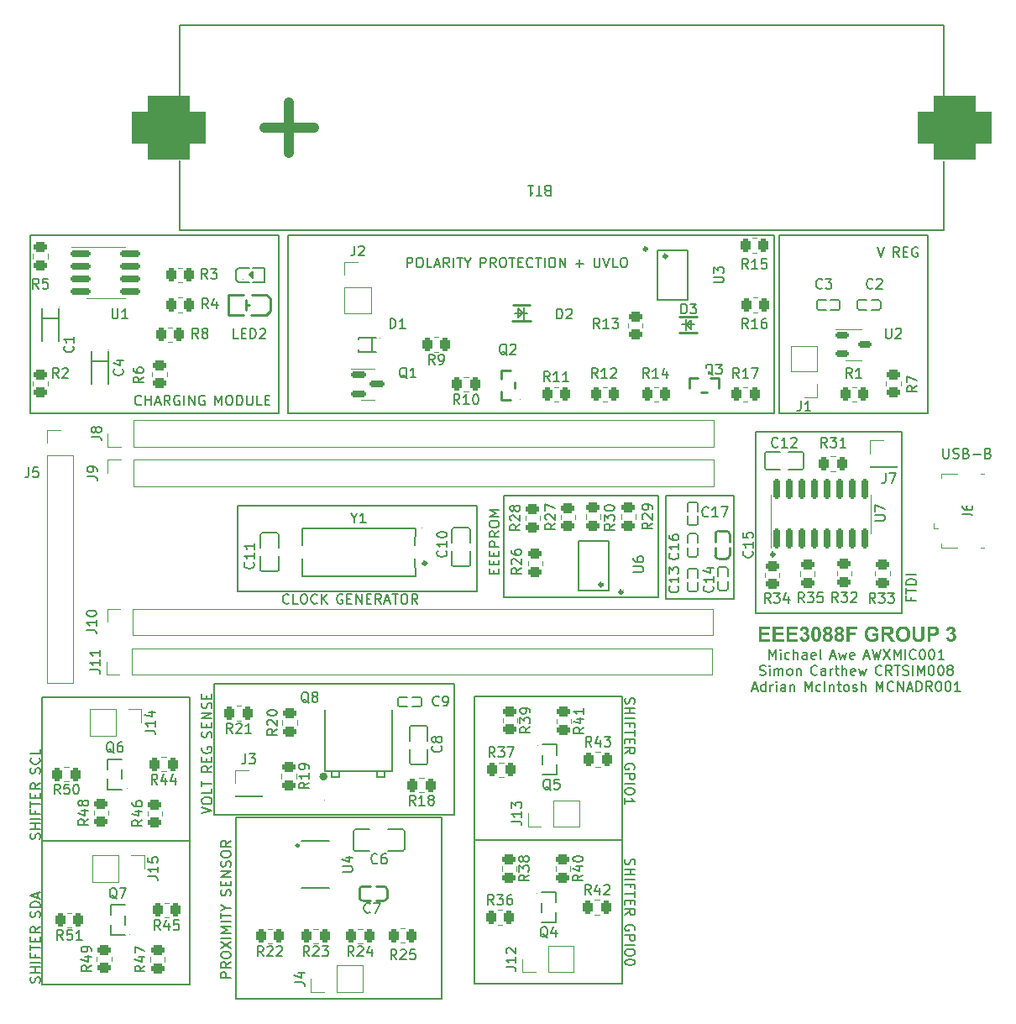
<source format=gbr>
%TF.GenerationSoftware,KiCad,Pcbnew,(7.0.0)*%
%TF.CreationDate,2023-04-03T15:53:06+02:00*%
%TF.ProjectId,HAT,4841542e-6b69-4636-9164-5f7063625858,rev?*%
%TF.SameCoordinates,Original*%
%TF.FileFunction,Legend,Top*%
%TF.FilePolarity,Positive*%
%FSLAX46Y46*%
G04 Gerber Fmt 4.6, Leading zero omitted, Abs format (unit mm)*
G04 Created by KiCad (PCBNEW (7.0.0)) date 2023-04-03 15:53:06*
%MOMM*%
%LPD*%
G01*
G04 APERTURE LIST*
G04 Aperture macros list*
%AMRoundRect*
0 Rectangle with rounded corners*
0 $1 Rounding radius*
0 $2 $3 $4 $5 $6 $7 $8 $9 X,Y pos of 4 corners*
0 Add a 4 corners polygon primitive as box body*
4,1,4,$2,$3,$4,$5,$6,$7,$8,$9,$2,$3,0*
0 Add four circle primitives for the rounded corners*
1,1,$1+$1,$2,$3*
1,1,$1+$1,$4,$5*
1,1,$1+$1,$6,$7*
1,1,$1+$1,$8,$9*
0 Add four rect primitives between the rounded corners*
20,1,$1+$1,$2,$3,$4,$5,0*
20,1,$1+$1,$4,$5,$6,$7,0*
20,1,$1+$1,$6,$7,$8,$9,0*
20,1,$1+$1,$8,$9,$2,$3,0*%
G04 Aperture macros list end*
%ADD10C,0.326447*%
%ADD11C,0.150000*%
%ADD12C,0.200000*%
%ADD13C,0.120000*%
%ADD14C,0.254000*%
%ADD15C,0.059995*%
%ADD16C,0.152400*%
%ADD17C,0.300000*%
%ADD18C,0.151994*%
%ADD19C,0.150013*%
%ADD20C,1.000000*%
%ADD21C,0.400000*%
%ADD22RoundRect,0.250000X0.262500X0.450000X-0.262500X0.450000X-0.262500X-0.450000X0.262500X-0.450000X0*%
%ADD23R,1.700000X1.700000*%
%ADD24O,1.700000X1.700000*%
%ADD25R,1.000000X1.399543*%
%ADD26RoundRect,0.150000X-0.512500X-0.150000X0.512500X-0.150000X0.512500X0.150000X-0.512500X0.150000X0*%
%ADD27RoundRect,0.250000X-0.450000X0.262500X-0.450000X-0.262500X0.450000X-0.262500X0.450000X0.262500X0*%
%ADD28RoundRect,0.250000X-0.262500X-0.450000X0.262500X-0.450000X0.262500X0.450000X-0.262500X0.450000X0*%
%ADD29R,5.500000X1.300000*%
%ADD30O,2.045009X0.588011*%
%ADD31R,1.250013X0.700000*%
%ADD32R,1.350013X1.410008*%
%ADD33R,1.000000X0.800000*%
%ADD34RoundRect,0.250000X0.450000X-0.262500X0.450000X0.262500X-0.450000X0.262500X-0.450000X-0.262500X0*%
%ADD35R,1.000000X0.750013*%
%ADD36R,1.410008X1.350013*%
%ADD37R,0.800000X0.800000*%
%ADD38C,4.000000*%
%ADD39C,2.700000*%
%ADD40RoundRect,1.625000X2.125000X1.625000X-2.125000X1.625000X-2.125000X-1.625000X2.125000X-1.625000X0*%
%ADD41R,0.790094X0.540005*%
%ADD42R,0.800000X0.550013*%
%ADD43R,1.100000X1.700000*%
%ADD44R,0.540005X0.790094*%
%ADD45R,1.350013X2.800000*%
%ADD46R,1.500000X2.800000*%
%ADD47R,6.000000X6.500025*%
%ADD48R,1.296012X1.757506*%
%ADD49R,0.900000X0.800000*%
%ADD50R,1.350000X0.400000*%
%ADD51O,1.900000X1.070000*%
%ADD52O,1.300000X1.300000*%
%ADD53R,1.400000X0.600000*%
%ADD54R,0.800000X1.000000*%
%ADD55R,1.485014X1.727991*%
%ADD56R,0.800000X0.900000*%
%ADD57RoundRect,0.150000X0.150000X-0.825000X0.150000X0.825000X-0.150000X0.825000X-0.150000X-0.825000X0*%
%ADD58RoundRect,0.150000X-0.587500X-0.150000X0.587500X-0.150000X0.587500X0.150000X-0.587500X0.150000X0*%
%ADD59RoundRect,0.150000X-0.825000X-0.150000X0.825000X-0.150000X0.825000X0.150000X-0.825000X0.150000X0*%
%ADD60R,2.290000X3.000000*%
G04 APERTURE END LIST*
D10*
X137501023Y-101676200D02*
G75*
G03*
X137501023Y-101676200I-163223J0D01*
G01*
D11*
X123596400Y-68644900D02*
X172616400Y-68644900D01*
X172616400Y-68644900D02*
X172616400Y-86599900D01*
X172616400Y-86599900D02*
X123596400Y-86599900D01*
X123596400Y-86599900D02*
X123596400Y-68644900D01*
X118515400Y-95843900D02*
X142645400Y-95843900D01*
X142645400Y-95843900D02*
X142645400Y-104479900D01*
X142645400Y-104479900D02*
X118515400Y-104479900D01*
X118515400Y-104479900D02*
X118515400Y-95843900D01*
X116096400Y-113807400D02*
X140346400Y-113807400D01*
X140346400Y-113807400D02*
X140346400Y-127007400D01*
X140346400Y-127007400D02*
X116096400Y-127007400D01*
X116096400Y-127007400D02*
X116096400Y-113807400D01*
X145312400Y-94827900D02*
X160933400Y-94827900D01*
X160933400Y-94827900D02*
X160933400Y-105114900D01*
X160933400Y-105114900D02*
X145312400Y-105114900D01*
X145312400Y-105114900D02*
X145312400Y-94827900D01*
X142396400Y-129544824D02*
X157296400Y-129544824D01*
X98796400Y-115194900D02*
X113696400Y-115194900D01*
X113696400Y-115194900D02*
X113696400Y-144144900D01*
X113696400Y-144144900D02*
X98796400Y-144144900D01*
X98796400Y-144144900D02*
X98796400Y-115194900D01*
X142396400Y-115069824D02*
X157296400Y-115069824D01*
X157296400Y-115069824D02*
X157296400Y-144019824D01*
X157296400Y-144019824D02*
X142396400Y-144019824D01*
X142396400Y-144019824D02*
X142396400Y-115069824D01*
X173086400Y-68644900D02*
X188106400Y-68644900D01*
X188106400Y-68644900D02*
X188106400Y-86599900D01*
X188106400Y-86599900D02*
X173086400Y-86599900D01*
X173086400Y-86599900D02*
X173086400Y-68644900D01*
D10*
X172606376Y-100787200D02*
G75*
G03*
X172606376Y-100787200I-163223J0D01*
G01*
D11*
X98796400Y-129669900D02*
X113696400Y-129669900D01*
X97596400Y-68644900D02*
X122616400Y-68644900D01*
X122616400Y-68644900D02*
X122616400Y-86599900D01*
X122616400Y-86599900D02*
X97596400Y-86599900D01*
X97596400Y-86599900D02*
X97596400Y-68644900D01*
X118338600Y-127279400D02*
X139065000Y-127279400D01*
X139065000Y-127279400D02*
X139065000Y-145592800D01*
X139065000Y-145592800D02*
X118338600Y-145592800D01*
X118338600Y-145592800D02*
X118338600Y-127279400D01*
X161695400Y-94827900D02*
X168553400Y-94827900D01*
X168553400Y-94827900D02*
X168553400Y-105241900D01*
X168553400Y-105241900D02*
X161695400Y-105241900D01*
X161695400Y-105241900D02*
X161695400Y-94827900D01*
X170712400Y-88452500D02*
X185495200Y-88452500D01*
X185495200Y-88452500D02*
X185495200Y-106740500D01*
X185495200Y-106740500D02*
X170712400Y-106740500D01*
X170712400Y-106740500D02*
X170712400Y-88452500D01*
X117790780Y-143449704D02*
X116790780Y-143449704D01*
X116790780Y-143449704D02*
X116790780Y-143068752D01*
X116790780Y-143068752D02*
X116838400Y-142973514D01*
X116838400Y-142973514D02*
X116886019Y-142925895D01*
X116886019Y-142925895D02*
X116981257Y-142878276D01*
X116981257Y-142878276D02*
X117124114Y-142878276D01*
X117124114Y-142878276D02*
X117219352Y-142925895D01*
X117219352Y-142925895D02*
X117266971Y-142973514D01*
X117266971Y-142973514D02*
X117314590Y-143068752D01*
X117314590Y-143068752D02*
X117314590Y-143449704D01*
X117790780Y-141878276D02*
X117314590Y-142211609D01*
X117790780Y-142449704D02*
X116790780Y-142449704D01*
X116790780Y-142449704D02*
X116790780Y-142068752D01*
X116790780Y-142068752D02*
X116838400Y-141973514D01*
X116838400Y-141973514D02*
X116886019Y-141925895D01*
X116886019Y-141925895D02*
X116981257Y-141878276D01*
X116981257Y-141878276D02*
X117124114Y-141878276D01*
X117124114Y-141878276D02*
X117219352Y-141925895D01*
X117219352Y-141925895D02*
X117266971Y-141973514D01*
X117266971Y-141973514D02*
X117314590Y-142068752D01*
X117314590Y-142068752D02*
X117314590Y-142449704D01*
X116790780Y-141259228D02*
X116790780Y-141068752D01*
X116790780Y-141068752D02*
X116838400Y-140973514D01*
X116838400Y-140973514D02*
X116933638Y-140878276D01*
X116933638Y-140878276D02*
X117124114Y-140830657D01*
X117124114Y-140830657D02*
X117457447Y-140830657D01*
X117457447Y-140830657D02*
X117647923Y-140878276D01*
X117647923Y-140878276D02*
X117743161Y-140973514D01*
X117743161Y-140973514D02*
X117790780Y-141068752D01*
X117790780Y-141068752D02*
X117790780Y-141259228D01*
X117790780Y-141259228D02*
X117743161Y-141354466D01*
X117743161Y-141354466D02*
X117647923Y-141449704D01*
X117647923Y-141449704D02*
X117457447Y-141497323D01*
X117457447Y-141497323D02*
X117124114Y-141497323D01*
X117124114Y-141497323D02*
X116933638Y-141449704D01*
X116933638Y-141449704D02*
X116838400Y-141354466D01*
X116838400Y-141354466D02*
X116790780Y-141259228D01*
X116790780Y-140497323D02*
X117790780Y-139830657D01*
X116790780Y-139830657D02*
X117790780Y-140497323D01*
X117790780Y-139449704D02*
X116790780Y-139449704D01*
X117790780Y-138973514D02*
X116790780Y-138973514D01*
X116790780Y-138973514D02*
X117505066Y-138640181D01*
X117505066Y-138640181D02*
X116790780Y-138306848D01*
X116790780Y-138306848D02*
X117790780Y-138306848D01*
X117790780Y-137830657D02*
X116790780Y-137830657D01*
X116790780Y-137497324D02*
X116790780Y-136925896D01*
X117790780Y-137211610D02*
X116790780Y-137211610D01*
X117314590Y-136402086D02*
X117790780Y-136402086D01*
X116790780Y-136735419D02*
X117314590Y-136402086D01*
X117314590Y-136402086D02*
X116790780Y-136068753D01*
X117743161Y-135183038D02*
X117790780Y-135040181D01*
X117790780Y-135040181D02*
X117790780Y-134802086D01*
X117790780Y-134802086D02*
X117743161Y-134706848D01*
X117743161Y-134706848D02*
X117695542Y-134659229D01*
X117695542Y-134659229D02*
X117600304Y-134611610D01*
X117600304Y-134611610D02*
X117505066Y-134611610D01*
X117505066Y-134611610D02*
X117409828Y-134659229D01*
X117409828Y-134659229D02*
X117362209Y-134706848D01*
X117362209Y-134706848D02*
X117314590Y-134802086D01*
X117314590Y-134802086D02*
X117266971Y-134992562D01*
X117266971Y-134992562D02*
X117219352Y-135087800D01*
X117219352Y-135087800D02*
X117171733Y-135135419D01*
X117171733Y-135135419D02*
X117076495Y-135183038D01*
X117076495Y-135183038D02*
X116981257Y-135183038D01*
X116981257Y-135183038D02*
X116886019Y-135135419D01*
X116886019Y-135135419D02*
X116838400Y-135087800D01*
X116838400Y-135087800D02*
X116790780Y-134992562D01*
X116790780Y-134992562D02*
X116790780Y-134754467D01*
X116790780Y-134754467D02*
X116838400Y-134611610D01*
X117266971Y-134183038D02*
X117266971Y-133849705D01*
X117790780Y-133706848D02*
X117790780Y-134183038D01*
X117790780Y-134183038D02*
X116790780Y-134183038D01*
X116790780Y-134183038D02*
X116790780Y-133706848D01*
X117790780Y-133278276D02*
X116790780Y-133278276D01*
X116790780Y-133278276D02*
X117790780Y-132706848D01*
X117790780Y-132706848D02*
X116790780Y-132706848D01*
X117743161Y-132278276D02*
X117790780Y-132135419D01*
X117790780Y-132135419D02*
X117790780Y-131897324D01*
X117790780Y-131897324D02*
X117743161Y-131802086D01*
X117743161Y-131802086D02*
X117695542Y-131754467D01*
X117695542Y-131754467D02*
X117600304Y-131706848D01*
X117600304Y-131706848D02*
X117505066Y-131706848D01*
X117505066Y-131706848D02*
X117409828Y-131754467D01*
X117409828Y-131754467D02*
X117362209Y-131802086D01*
X117362209Y-131802086D02*
X117314590Y-131897324D01*
X117314590Y-131897324D02*
X117266971Y-132087800D01*
X117266971Y-132087800D02*
X117219352Y-132183038D01*
X117219352Y-132183038D02*
X117171733Y-132230657D01*
X117171733Y-132230657D02*
X117076495Y-132278276D01*
X117076495Y-132278276D02*
X116981257Y-132278276D01*
X116981257Y-132278276D02*
X116886019Y-132230657D01*
X116886019Y-132230657D02*
X116838400Y-132183038D01*
X116838400Y-132183038D02*
X116790780Y-132087800D01*
X116790780Y-132087800D02*
X116790780Y-131849705D01*
X116790780Y-131849705D02*
X116838400Y-131706848D01*
X116790780Y-131087800D02*
X116790780Y-130897324D01*
X116790780Y-130897324D02*
X116838400Y-130802086D01*
X116838400Y-130802086D02*
X116933638Y-130706848D01*
X116933638Y-130706848D02*
X117124114Y-130659229D01*
X117124114Y-130659229D02*
X117457447Y-130659229D01*
X117457447Y-130659229D02*
X117647923Y-130706848D01*
X117647923Y-130706848D02*
X117743161Y-130802086D01*
X117743161Y-130802086D02*
X117790780Y-130897324D01*
X117790780Y-130897324D02*
X117790780Y-131087800D01*
X117790780Y-131087800D02*
X117743161Y-131183038D01*
X117743161Y-131183038D02*
X117647923Y-131278276D01*
X117647923Y-131278276D02*
X117457447Y-131325895D01*
X117457447Y-131325895D02*
X117124114Y-131325895D01*
X117124114Y-131325895D02*
X116933638Y-131278276D01*
X116933638Y-131278276D02*
X116838400Y-131183038D01*
X116838400Y-131183038D02*
X116790780Y-131087800D01*
X117790780Y-129659229D02*
X117314590Y-129992562D01*
X117790780Y-130230657D02*
X116790780Y-130230657D01*
X116790780Y-130230657D02*
X116790780Y-129849705D01*
X116790780Y-129849705D02*
X116838400Y-129754467D01*
X116838400Y-129754467D02*
X116886019Y-129706848D01*
X116886019Y-129706848D02*
X116981257Y-129659229D01*
X116981257Y-129659229D02*
X117124114Y-129659229D01*
X117124114Y-129659229D02*
X117219352Y-129706848D01*
X117219352Y-129706848D02*
X117266971Y-129754467D01*
X117266971Y-129754467D02*
X117314590Y-129849705D01*
X117314590Y-129849705D02*
X117314590Y-130230657D01*
X157561638Y-115260300D02*
X157514019Y-115403157D01*
X157514019Y-115403157D02*
X157514019Y-115641252D01*
X157514019Y-115641252D02*
X157561638Y-115736490D01*
X157561638Y-115736490D02*
X157609257Y-115784109D01*
X157609257Y-115784109D02*
X157704495Y-115831728D01*
X157704495Y-115831728D02*
X157799733Y-115831728D01*
X157799733Y-115831728D02*
X157894971Y-115784109D01*
X157894971Y-115784109D02*
X157942590Y-115736490D01*
X157942590Y-115736490D02*
X157990209Y-115641252D01*
X157990209Y-115641252D02*
X158037828Y-115450776D01*
X158037828Y-115450776D02*
X158085447Y-115355538D01*
X158085447Y-115355538D02*
X158133066Y-115307919D01*
X158133066Y-115307919D02*
X158228304Y-115260300D01*
X158228304Y-115260300D02*
X158323542Y-115260300D01*
X158323542Y-115260300D02*
X158418780Y-115307919D01*
X158418780Y-115307919D02*
X158466400Y-115355538D01*
X158466400Y-115355538D02*
X158514019Y-115450776D01*
X158514019Y-115450776D02*
X158514019Y-115688871D01*
X158514019Y-115688871D02*
X158466400Y-115831728D01*
X157514019Y-116260300D02*
X158514019Y-116260300D01*
X158037828Y-116260300D02*
X158037828Y-116831728D01*
X157514019Y-116831728D02*
X158514019Y-116831728D01*
X157514019Y-117307919D02*
X158514019Y-117307919D01*
X158037828Y-118117442D02*
X158037828Y-117784109D01*
X157514019Y-117784109D02*
X158514019Y-117784109D01*
X158514019Y-117784109D02*
X158514019Y-118260299D01*
X158514019Y-118498395D02*
X158514019Y-119069823D01*
X157514019Y-118784109D02*
X158514019Y-118784109D01*
X158037828Y-119403157D02*
X158037828Y-119736490D01*
X157514019Y-119879347D02*
X157514019Y-119403157D01*
X157514019Y-119403157D02*
X158514019Y-119403157D01*
X158514019Y-119403157D02*
X158514019Y-119879347D01*
X157514019Y-120879347D02*
X157990209Y-120546014D01*
X157514019Y-120307919D02*
X158514019Y-120307919D01*
X158514019Y-120307919D02*
X158514019Y-120688871D01*
X158514019Y-120688871D02*
X158466400Y-120784109D01*
X158466400Y-120784109D02*
X158418780Y-120831728D01*
X158418780Y-120831728D02*
X158323542Y-120879347D01*
X158323542Y-120879347D02*
X158180685Y-120879347D01*
X158180685Y-120879347D02*
X158085447Y-120831728D01*
X158085447Y-120831728D02*
X158037828Y-120784109D01*
X158037828Y-120784109D02*
X157990209Y-120688871D01*
X157990209Y-120688871D02*
X157990209Y-120307919D01*
X158466400Y-122431728D02*
X158514019Y-122336490D01*
X158514019Y-122336490D02*
X158514019Y-122193633D01*
X158514019Y-122193633D02*
X158466400Y-122050776D01*
X158466400Y-122050776D02*
X158371161Y-121955538D01*
X158371161Y-121955538D02*
X158275923Y-121907919D01*
X158275923Y-121907919D02*
X158085447Y-121860300D01*
X158085447Y-121860300D02*
X157942590Y-121860300D01*
X157942590Y-121860300D02*
X157752114Y-121907919D01*
X157752114Y-121907919D02*
X157656876Y-121955538D01*
X157656876Y-121955538D02*
X157561638Y-122050776D01*
X157561638Y-122050776D02*
X157514019Y-122193633D01*
X157514019Y-122193633D02*
X157514019Y-122288871D01*
X157514019Y-122288871D02*
X157561638Y-122431728D01*
X157561638Y-122431728D02*
X157609257Y-122479347D01*
X157609257Y-122479347D02*
X157942590Y-122479347D01*
X157942590Y-122479347D02*
X157942590Y-122288871D01*
X157514019Y-122907919D02*
X158514019Y-122907919D01*
X158514019Y-122907919D02*
X158514019Y-123288871D01*
X158514019Y-123288871D02*
X158466400Y-123384109D01*
X158466400Y-123384109D02*
X158418780Y-123431728D01*
X158418780Y-123431728D02*
X158323542Y-123479347D01*
X158323542Y-123479347D02*
X158180685Y-123479347D01*
X158180685Y-123479347D02*
X158085447Y-123431728D01*
X158085447Y-123431728D02*
X158037828Y-123384109D01*
X158037828Y-123384109D02*
X157990209Y-123288871D01*
X157990209Y-123288871D02*
X157990209Y-122907919D01*
X157514019Y-123907919D02*
X158514019Y-123907919D01*
X158514019Y-124574585D02*
X158514019Y-124765061D01*
X158514019Y-124765061D02*
X158466400Y-124860299D01*
X158466400Y-124860299D02*
X158371161Y-124955537D01*
X158371161Y-124955537D02*
X158180685Y-125003156D01*
X158180685Y-125003156D02*
X157847352Y-125003156D01*
X157847352Y-125003156D02*
X157656876Y-124955537D01*
X157656876Y-124955537D02*
X157561638Y-124860299D01*
X157561638Y-124860299D02*
X157514019Y-124765061D01*
X157514019Y-124765061D02*
X157514019Y-124574585D01*
X157514019Y-124574585D02*
X157561638Y-124479347D01*
X157561638Y-124479347D02*
X157656876Y-124384109D01*
X157656876Y-124384109D02*
X157847352Y-124336490D01*
X157847352Y-124336490D02*
X158180685Y-124336490D01*
X158180685Y-124336490D02*
X158371161Y-124384109D01*
X158371161Y-124384109D02*
X158466400Y-124479347D01*
X158466400Y-124479347D02*
X158514019Y-124574585D01*
X157514019Y-125955537D02*
X157514019Y-125384109D01*
X157514019Y-125669823D02*
X158514019Y-125669823D01*
X158514019Y-125669823D02*
X158371161Y-125574585D01*
X158371161Y-125574585D02*
X158275923Y-125479347D01*
X158275923Y-125479347D02*
X158228304Y-125384109D01*
X183000638Y-69826180D02*
X183333971Y-70826180D01*
X183333971Y-70826180D02*
X183667304Y-69826180D01*
X185172066Y-70826180D02*
X184838733Y-70349990D01*
X184600638Y-70826180D02*
X184600638Y-69826180D01*
X184600638Y-69826180D02*
X184981590Y-69826180D01*
X184981590Y-69826180D02*
X185076828Y-69873800D01*
X185076828Y-69873800D02*
X185124447Y-69921419D01*
X185124447Y-69921419D02*
X185172066Y-70016657D01*
X185172066Y-70016657D02*
X185172066Y-70159514D01*
X185172066Y-70159514D02*
X185124447Y-70254752D01*
X185124447Y-70254752D02*
X185076828Y-70302371D01*
X185076828Y-70302371D02*
X184981590Y-70349990D01*
X184981590Y-70349990D02*
X184600638Y-70349990D01*
X185600638Y-70302371D02*
X185933971Y-70302371D01*
X186076828Y-70826180D02*
X185600638Y-70826180D01*
X185600638Y-70826180D02*
X185600638Y-69826180D01*
X185600638Y-69826180D02*
X186076828Y-69826180D01*
X187029209Y-69873800D02*
X186933971Y-69826180D01*
X186933971Y-69826180D02*
X186791114Y-69826180D01*
X186791114Y-69826180D02*
X186648257Y-69873800D01*
X186648257Y-69873800D02*
X186553019Y-69969038D01*
X186553019Y-69969038D02*
X186505400Y-70064276D01*
X186505400Y-70064276D02*
X186457781Y-70254752D01*
X186457781Y-70254752D02*
X186457781Y-70397609D01*
X186457781Y-70397609D02*
X186505400Y-70588085D01*
X186505400Y-70588085D02*
X186553019Y-70683323D01*
X186553019Y-70683323D02*
X186648257Y-70778561D01*
X186648257Y-70778561D02*
X186791114Y-70826180D01*
X186791114Y-70826180D02*
X186886352Y-70826180D01*
X186886352Y-70826180D02*
X187029209Y-70778561D01*
X187029209Y-70778561D02*
X187076828Y-70730942D01*
X187076828Y-70730942D02*
X187076828Y-70397609D01*
X187076828Y-70397609D02*
X186886352Y-70397609D01*
X186380371Y-105117971D02*
X186380371Y-105451304D01*
X186904180Y-105451304D02*
X185904180Y-105451304D01*
X185904180Y-105451304D02*
X185904180Y-104975114D01*
X185904180Y-104737018D02*
X185904180Y-104165590D01*
X186904180Y-104451304D02*
X185904180Y-104451304D01*
X186904180Y-103832256D02*
X185904180Y-103832256D01*
X185904180Y-103832256D02*
X185904180Y-103594161D01*
X185904180Y-103594161D02*
X185951800Y-103451304D01*
X185951800Y-103451304D02*
X186047038Y-103356066D01*
X186047038Y-103356066D02*
X186142276Y-103308447D01*
X186142276Y-103308447D02*
X186332752Y-103260828D01*
X186332752Y-103260828D02*
X186475609Y-103260828D01*
X186475609Y-103260828D02*
X186666085Y-103308447D01*
X186666085Y-103308447D02*
X186761323Y-103356066D01*
X186761323Y-103356066D02*
X186856561Y-103451304D01*
X186856561Y-103451304D02*
X186904180Y-103594161D01*
X186904180Y-103594161D02*
X186904180Y-103832256D01*
X186904180Y-102832256D02*
X185904180Y-102832256D01*
D12*
G36*
X171018306Y-109584300D02*
G01*
X171018306Y-108060224D01*
X172138282Y-108060224D01*
X172138282Y-108318145D01*
X171323488Y-108318145D01*
X171323488Y-108646407D01*
X172081862Y-108646407D01*
X172081862Y-108904327D01*
X171323488Y-108904327D01*
X171323488Y-109326379D01*
X172167224Y-109326379D01*
X172167224Y-109584300D01*
X171018306Y-109584300D01*
G37*
G36*
X172417818Y-109584300D02*
G01*
X172417818Y-108060224D01*
X173537793Y-108060224D01*
X173537793Y-108318145D01*
X172722999Y-108318145D01*
X172722999Y-108646407D01*
X173481373Y-108646407D01*
X173481373Y-108904327D01*
X172722999Y-108904327D01*
X172722999Y-109326379D01*
X173566736Y-109326379D01*
X173566736Y-109584300D01*
X172417818Y-109584300D01*
G37*
G36*
X173817329Y-109584300D02*
G01*
X173817329Y-108060224D01*
X174937305Y-108060224D01*
X174937305Y-108318145D01*
X174122511Y-108318145D01*
X174122511Y-108646407D01*
X174880885Y-108646407D01*
X174880885Y-108904327D01*
X174122511Y-108904327D01*
X174122511Y-109326379D01*
X174966248Y-109326379D01*
X174966248Y-109584300D01*
X173817329Y-109584300D01*
G37*
G36*
X175142835Y-109151623D02*
G01*
X175423104Y-109115353D01*
X175426041Y-109136247D01*
X175429771Y-109156200D01*
X175434293Y-109175213D01*
X175439607Y-109193286D01*
X175445714Y-109210418D01*
X175452612Y-109226611D01*
X175460302Y-109241863D01*
X175468785Y-109256175D01*
X175478059Y-109269546D01*
X175488126Y-109281977D01*
X175495278Y-109289743D01*
X175506487Y-109300480D01*
X175518135Y-109310162D01*
X175530221Y-109318787D01*
X175547016Y-109328645D01*
X175564590Y-109336624D01*
X175582943Y-109342727D01*
X175597218Y-109346071D01*
X175611932Y-109348359D01*
X175627083Y-109349592D01*
X175637427Y-109349826D01*
X175653940Y-109349224D01*
X175669957Y-109347418D01*
X175685479Y-109344407D01*
X175700504Y-109340192D01*
X175715034Y-109334773D01*
X175729068Y-109328149D01*
X175742606Y-109320322D01*
X175755648Y-109311289D01*
X175768194Y-109301053D01*
X175780245Y-109289612D01*
X175788003Y-109281316D01*
X175799002Y-109268049D01*
X175808920Y-109253938D01*
X175817755Y-109238983D01*
X175825509Y-109223185D01*
X175832181Y-109206543D01*
X175837771Y-109189057D01*
X175842279Y-109170728D01*
X175845705Y-109151555D01*
X175848049Y-109131538D01*
X175849311Y-109110678D01*
X175849552Y-109096302D01*
X175849033Y-109076094D01*
X175847478Y-109056683D01*
X175844886Y-109038072D01*
X175841257Y-109020259D01*
X175836591Y-109003244D01*
X175830889Y-108987028D01*
X175824149Y-108971611D01*
X175816373Y-108956992D01*
X175807560Y-108943172D01*
X175797710Y-108930150D01*
X175790567Y-108921913D01*
X175779351Y-108910390D01*
X175767684Y-108900000D01*
X175755566Y-108890743D01*
X175742997Y-108882620D01*
X175729977Y-108875631D01*
X175716507Y-108869775D01*
X175702586Y-108865052D01*
X175688214Y-108861463D01*
X175673391Y-108859007D01*
X175658118Y-108857685D01*
X175647685Y-108857433D01*
X175629755Y-108857961D01*
X175614651Y-108859143D01*
X175598872Y-108861000D01*
X175582417Y-108863533D01*
X175565286Y-108866742D01*
X175547480Y-108870626D01*
X175528999Y-108875185D01*
X175514695Y-108879048D01*
X175546569Y-108646407D01*
X175568126Y-108646499D01*
X175588699Y-108645677D01*
X175608286Y-108643940D01*
X175626888Y-108641289D01*
X175644505Y-108637724D01*
X175661136Y-108633244D01*
X175676782Y-108627849D01*
X175691443Y-108621540D01*
X175705118Y-108614316D01*
X175717808Y-108606178D01*
X175725721Y-108600245D01*
X175740232Y-108587468D01*
X175752809Y-108573684D01*
X175763450Y-108558892D01*
X175772157Y-108543092D01*
X175778929Y-108526285D01*
X175783766Y-108508471D01*
X175786669Y-108489649D01*
X175787576Y-108474871D01*
X175787636Y-108469819D01*
X175786926Y-108452949D01*
X175784797Y-108436961D01*
X175781248Y-108421854D01*
X175776279Y-108407629D01*
X175769890Y-108394285D01*
X175762082Y-108381823D01*
X175752854Y-108370243D01*
X175742207Y-108359544D01*
X175730466Y-108349841D01*
X175717775Y-108341432D01*
X175704134Y-108334316D01*
X175689542Y-108328494D01*
X175674000Y-108323966D01*
X175657508Y-108320732D01*
X175640066Y-108318791D01*
X175621673Y-108318145D01*
X175603504Y-108318894D01*
X175585998Y-108321144D01*
X175569157Y-108324894D01*
X175552980Y-108330143D01*
X175537467Y-108336892D01*
X175522617Y-108345141D01*
X175508432Y-108354890D01*
X175494911Y-108366138D01*
X175482455Y-108378738D01*
X175471281Y-108392723D01*
X175461389Y-108408093D01*
X175452779Y-108424848D01*
X175445452Y-108442989D01*
X175440798Y-108457504D01*
X175436865Y-108472798D01*
X175433654Y-108488871D01*
X175431164Y-108505723D01*
X175164451Y-108463591D01*
X175168041Y-108446318D01*
X175171852Y-108429485D01*
X175175884Y-108413093D01*
X175180136Y-108397142D01*
X175184608Y-108381632D01*
X175189300Y-108366562D01*
X175194213Y-108351933D01*
X175199347Y-108337745D01*
X175204701Y-108323998D01*
X175213144Y-108304203D01*
X175222084Y-108285401D01*
X175231520Y-108267590D01*
X175241451Y-108250771D01*
X175248348Y-108240109D01*
X175259248Y-108224694D01*
X175270927Y-108209910D01*
X175283385Y-108195757D01*
X175296622Y-108182235D01*
X175310639Y-108169344D01*
X175325435Y-108157085D01*
X175341010Y-108145456D01*
X175357364Y-108134459D01*
X175374498Y-108124092D01*
X175392411Y-108114357D01*
X175404786Y-108108218D01*
X175423886Y-108099641D01*
X175443404Y-108091907D01*
X175463341Y-108085018D01*
X175483697Y-108078972D01*
X175504471Y-108073769D01*
X175525664Y-108069410D01*
X175547276Y-108065895D01*
X175561916Y-108064021D01*
X175576742Y-108062521D01*
X175591755Y-108061396D01*
X175606953Y-108060646D01*
X175622338Y-108060271D01*
X175630100Y-108060224D01*
X175656422Y-108060744D01*
X175682083Y-108062302D01*
X175707083Y-108064900D01*
X175731422Y-108068536D01*
X175755100Y-108073211D01*
X175778116Y-108078926D01*
X175800472Y-108085679D01*
X175822166Y-108093472D01*
X175843199Y-108102303D01*
X175863571Y-108112173D01*
X175883282Y-108123083D01*
X175902331Y-108135031D01*
X175920719Y-108148018D01*
X175938447Y-108162045D01*
X175955513Y-108177110D01*
X175971917Y-108193214D01*
X175984783Y-108206927D01*
X175996819Y-108220863D01*
X176008024Y-108235023D01*
X176018400Y-108249405D01*
X176027945Y-108264011D01*
X176036661Y-108278841D01*
X176044546Y-108293893D01*
X176051602Y-108309169D01*
X176057827Y-108324668D01*
X176063222Y-108340390D01*
X176067788Y-108356335D01*
X176071523Y-108372504D01*
X176074428Y-108388896D01*
X176076503Y-108405511D01*
X176077748Y-108422349D01*
X176078163Y-108439411D01*
X176077314Y-108463421D01*
X176074768Y-108486815D01*
X176070525Y-108509594D01*
X176064585Y-108531758D01*
X176056947Y-108553306D01*
X176047612Y-108574239D01*
X176036579Y-108594556D01*
X176023850Y-108614259D01*
X176009423Y-108633345D01*
X175993298Y-108651817D01*
X175975477Y-108669673D01*
X175955958Y-108686913D01*
X175934741Y-108703538D01*
X175911828Y-108719548D01*
X175887217Y-108734943D01*
X175874275Y-108742409D01*
X175860909Y-108749722D01*
X175876917Y-108753570D01*
X175892519Y-108757971D01*
X175907715Y-108762924D01*
X175922504Y-108768429D01*
X175936887Y-108774487D01*
X175950863Y-108781097D01*
X175964433Y-108788260D01*
X175977596Y-108795975D01*
X175990353Y-108804243D01*
X176002703Y-108813063D01*
X176014648Y-108822435D01*
X176026185Y-108832360D01*
X176037316Y-108842837D01*
X176048041Y-108853866D01*
X176058359Y-108865448D01*
X176068271Y-108877583D01*
X176077721Y-108890109D01*
X176086561Y-108902959D01*
X176094791Y-108916133D01*
X176102412Y-108929629D01*
X176109423Y-108943450D01*
X176115824Y-108957593D01*
X176121616Y-108972060D01*
X176126798Y-108986851D01*
X176131370Y-109001965D01*
X176135333Y-109017402D01*
X176138686Y-109033163D01*
X176141430Y-109049247D01*
X176143563Y-109065655D01*
X176145088Y-109082386D01*
X176146002Y-109099441D01*
X176146307Y-109116819D01*
X176145739Y-109142046D01*
X176144034Y-109166805D01*
X176141193Y-109191093D01*
X176137216Y-109214913D01*
X176132103Y-109238263D01*
X176125853Y-109261143D01*
X176118467Y-109283555D01*
X176109945Y-109305496D01*
X176100287Y-109326969D01*
X176089492Y-109347972D01*
X176077561Y-109368505D01*
X176064493Y-109388569D01*
X176050289Y-109408164D01*
X176034949Y-109427290D01*
X176018473Y-109445945D01*
X176000860Y-109464132D01*
X175982446Y-109481523D01*
X175963474Y-109497792D01*
X175943944Y-109512939D01*
X175923855Y-109526963D01*
X175903208Y-109539866D01*
X175882004Y-109551647D01*
X175860241Y-109562306D01*
X175837920Y-109571843D01*
X175815041Y-109580258D01*
X175791603Y-109587551D01*
X175767608Y-109593722D01*
X175743054Y-109598771D01*
X175717943Y-109602698D01*
X175692273Y-109605503D01*
X175666045Y-109607186D01*
X175639259Y-109607747D01*
X175613931Y-109607255D01*
X175589147Y-109605778D01*
X175564907Y-109603316D01*
X175541210Y-109599870D01*
X175518058Y-109595439D01*
X175495449Y-109590024D01*
X175473384Y-109583624D01*
X175451863Y-109576239D01*
X175430886Y-109567870D01*
X175410453Y-109558517D01*
X175390563Y-109548178D01*
X175371217Y-109536855D01*
X175352415Y-109524548D01*
X175334157Y-109511256D01*
X175316443Y-109496979D01*
X175299273Y-109481718D01*
X175282862Y-109465616D01*
X175267336Y-109448911D01*
X175252694Y-109431601D01*
X175238937Y-109413688D01*
X175226064Y-109395171D01*
X175214076Y-109376050D01*
X175202972Y-109356325D01*
X175192752Y-109335996D01*
X175183417Y-109315063D01*
X175174966Y-109293526D01*
X175167400Y-109271386D01*
X175160718Y-109248641D01*
X175154921Y-109225293D01*
X175150008Y-109201340D01*
X175145979Y-109176784D01*
X175142835Y-109151623D01*
G37*
G36*
X176837539Y-108060838D02*
G01*
X176863808Y-108062680D01*
X176889334Y-108065750D01*
X176914115Y-108070047D01*
X176938152Y-108075573D01*
X176961444Y-108082326D01*
X176983993Y-108090308D01*
X177005797Y-108099517D01*
X177026858Y-108109954D01*
X177047174Y-108121619D01*
X177066746Y-108134512D01*
X177085573Y-108148632D01*
X177103657Y-108163981D01*
X177120996Y-108180558D01*
X177137591Y-108198362D01*
X177153442Y-108217394D01*
X177162503Y-108229265D01*
X177171277Y-108241615D01*
X177179762Y-108254442D01*
X177187961Y-108267747D01*
X177195871Y-108281530D01*
X177203494Y-108295791D01*
X177210829Y-108310530D01*
X177217877Y-108325747D01*
X177224636Y-108341442D01*
X177231109Y-108357615D01*
X177237293Y-108374266D01*
X177243190Y-108391395D01*
X177248799Y-108409001D01*
X177254121Y-108427086D01*
X177259155Y-108445649D01*
X177263901Y-108464690D01*
X177268360Y-108484209D01*
X177272531Y-108504206D01*
X177276414Y-108524681D01*
X177280010Y-108545634D01*
X177283318Y-108567065D01*
X177286338Y-108588974D01*
X177289071Y-108611361D01*
X177291516Y-108634225D01*
X177293673Y-108657568D01*
X177295543Y-108681389D01*
X177297125Y-108705688D01*
X177298419Y-108730465D01*
X177299426Y-108755719D01*
X177300145Y-108781452D01*
X177300577Y-108807663D01*
X177300721Y-108834352D01*
X177300576Y-108860998D01*
X177300141Y-108887171D01*
X177299417Y-108912873D01*
X177298402Y-108938102D01*
X177297098Y-108962858D01*
X177295504Y-108987143D01*
X177293621Y-109010955D01*
X177291447Y-109034295D01*
X177288984Y-109057163D01*
X177286231Y-109079558D01*
X177283188Y-109101481D01*
X177279855Y-109122932D01*
X177276233Y-109143911D01*
X177272320Y-109164417D01*
X177268118Y-109184452D01*
X177263626Y-109204013D01*
X177258845Y-109223103D01*
X177253773Y-109241720D01*
X177248412Y-109259865D01*
X177242761Y-109277538D01*
X177236820Y-109294739D01*
X177230589Y-109311467D01*
X177224069Y-109327723D01*
X177217258Y-109343507D01*
X177210158Y-109358818D01*
X177202768Y-109373657D01*
X177195089Y-109388024D01*
X177187119Y-109401919D01*
X177178860Y-109415341D01*
X177170311Y-109428291D01*
X177161472Y-109440769D01*
X177152343Y-109452775D01*
X177136625Y-109471541D01*
X177120155Y-109489096D01*
X177102931Y-109505441D01*
X177084955Y-109520575D01*
X177066226Y-109534498D01*
X177046744Y-109547211D01*
X177026510Y-109558713D01*
X177005523Y-109569004D01*
X176983783Y-109578084D01*
X176961290Y-109585954D01*
X176938044Y-109592613D01*
X176914046Y-109598061D01*
X176889295Y-109602299D01*
X176863791Y-109605325D01*
X176837535Y-109607141D01*
X176810525Y-109607747D01*
X176783290Y-109607083D01*
X176756721Y-109605091D01*
X176730820Y-109601770D01*
X176705585Y-109597122D01*
X176681017Y-109591146D01*
X176657116Y-109583842D01*
X176633882Y-109575209D01*
X176611315Y-109565249D01*
X176589414Y-109553960D01*
X176568181Y-109541343D01*
X176547615Y-109527399D01*
X176527715Y-109512126D01*
X176508482Y-109495525D01*
X176489916Y-109477596D01*
X176472018Y-109458339D01*
X176454786Y-109437754D01*
X176438459Y-109415464D01*
X176423187Y-109391094D01*
X176415945Y-109378128D01*
X176408967Y-109364643D01*
X176402252Y-109350637D01*
X176395801Y-109336111D01*
X176389613Y-109321064D01*
X176383688Y-109305498D01*
X176378027Y-109289411D01*
X176372628Y-109272804D01*
X176367494Y-109255677D01*
X176362622Y-109238029D01*
X176358014Y-109219862D01*
X176353669Y-109201174D01*
X176349587Y-109181966D01*
X176345769Y-109162238D01*
X176342214Y-109141989D01*
X176338923Y-109121221D01*
X176335895Y-109099932D01*
X176333130Y-109078123D01*
X176330628Y-109055794D01*
X176328390Y-109032944D01*
X176326415Y-109009574D01*
X176324703Y-108985685D01*
X176323255Y-108961275D01*
X176322070Y-108936344D01*
X176321148Y-108910894D01*
X176320490Y-108884923D01*
X176320095Y-108858432D01*
X176319977Y-108834352D01*
X176622947Y-108834352D01*
X176622973Y-108850337D01*
X176623051Y-108866007D01*
X176623182Y-108881361D01*
X176623365Y-108896399D01*
X176623600Y-108911122D01*
X176624227Y-108939621D01*
X176625062Y-108966858D01*
X176626107Y-108992833D01*
X176627361Y-109017545D01*
X176628823Y-109040995D01*
X176630495Y-109063183D01*
X176632375Y-109084109D01*
X176634465Y-109103772D01*
X176636763Y-109122174D01*
X176639270Y-109139313D01*
X176641987Y-109155189D01*
X176644912Y-109169804D01*
X176649691Y-109189359D01*
X176654828Y-109206862D01*
X176660210Y-109223237D01*
X176665836Y-109238486D01*
X176671708Y-109252608D01*
X176679916Y-109269684D01*
X176688560Y-109284757D01*
X176697639Y-109297826D01*
X176709600Y-109311344D01*
X176717102Y-109317953D01*
X176730202Y-109327135D01*
X176743857Y-109334761D01*
X176758066Y-109340831D01*
X176772830Y-109345344D01*
X176788148Y-109348301D01*
X176804021Y-109349702D01*
X176810525Y-109349826D01*
X176826629Y-109349030D01*
X176842196Y-109346642D01*
X176857226Y-109342662D01*
X176871720Y-109337089D01*
X176885676Y-109329925D01*
X176899097Y-109321168D01*
X176904315Y-109317220D01*
X176916787Y-109305778D01*
X176928329Y-109291832D01*
X176936892Y-109278872D01*
X176944861Y-109264309D01*
X176952234Y-109248143D01*
X176959012Y-109230374D01*
X176963704Y-109215996D01*
X176968062Y-109200716D01*
X176973431Y-109179131D01*
X176976717Y-109163275D01*
X176979768Y-109146244D01*
X176982584Y-109128041D01*
X176985166Y-109108664D01*
X176987513Y-109088113D01*
X176989625Y-109066389D01*
X176991503Y-109043491D01*
X176993146Y-109019419D01*
X176994554Y-108994175D01*
X176995727Y-108967756D01*
X176996666Y-108940165D01*
X176997370Y-108911399D01*
X176997634Y-108896577D01*
X176997840Y-108881460D01*
X176997986Y-108866051D01*
X176998074Y-108850348D01*
X176998104Y-108834352D01*
X176998078Y-108818390D01*
X176997999Y-108802743D01*
X176997869Y-108787412D01*
X176997686Y-108772396D01*
X176997451Y-108757696D01*
X176996824Y-108729243D01*
X176995988Y-108702052D01*
X176994944Y-108676123D01*
X176993690Y-108651456D01*
X176992227Y-108628052D01*
X176990556Y-108605910D01*
X176988675Y-108585030D01*
X176986586Y-108565412D01*
X176984287Y-108547057D01*
X176981780Y-108529964D01*
X176979064Y-108514133D01*
X176976139Y-108499564D01*
X176971359Y-108480078D01*
X176966219Y-108462506D01*
X176960828Y-108446062D01*
X176955185Y-108430744D01*
X176949291Y-108416553D01*
X176941043Y-108399386D01*
X176932347Y-108384222D01*
X176923205Y-108371061D01*
X176913617Y-108359904D01*
X176903582Y-108350751D01*
X176890587Y-108341358D01*
X176877020Y-108333556D01*
X176862881Y-108327347D01*
X176848169Y-108322730D01*
X176832885Y-108319705D01*
X176817028Y-108318272D01*
X176810525Y-108318145D01*
X176794422Y-108318941D01*
X176778855Y-108321329D01*
X176763825Y-108325309D01*
X176749331Y-108330881D01*
X176735374Y-108338046D01*
X176721954Y-108346803D01*
X176716736Y-108350751D01*
X176704264Y-108362193D01*
X176692722Y-108376139D01*
X176684158Y-108389099D01*
X176676190Y-108403662D01*
X176668817Y-108419828D01*
X176662039Y-108437597D01*
X176657346Y-108451975D01*
X176652989Y-108467255D01*
X176649351Y-108481483D01*
X176645948Y-108496873D01*
X176642779Y-108513425D01*
X176639845Y-108531140D01*
X176637146Y-108550016D01*
X176634682Y-108570054D01*
X176632452Y-108591255D01*
X176630457Y-108613617D01*
X176628697Y-108637142D01*
X176627171Y-108661829D01*
X176625881Y-108687677D01*
X176624824Y-108714688D01*
X176624003Y-108742861D01*
X176623416Y-108772196D01*
X176623211Y-108787299D01*
X176623064Y-108802693D01*
X176622976Y-108818377D01*
X176622947Y-108834352D01*
X176319977Y-108834352D01*
X176319963Y-108831421D01*
X176320108Y-108804910D01*
X176320543Y-108778868D01*
X176321268Y-108753293D01*
X176322282Y-108728186D01*
X176323586Y-108703548D01*
X176325180Y-108679377D01*
X176327064Y-108655674D01*
X176329237Y-108632439D01*
X176331700Y-108609673D01*
X176334453Y-108587374D01*
X176337496Y-108565543D01*
X176340829Y-108544180D01*
X176344452Y-108523285D01*
X176348364Y-108502858D01*
X176352566Y-108482899D01*
X176357058Y-108463408D01*
X176361840Y-108444385D01*
X176366911Y-108425830D01*
X176372272Y-108407743D01*
X176377923Y-108390124D01*
X176383864Y-108372973D01*
X176390095Y-108356289D01*
X176396616Y-108340074D01*
X176403426Y-108324327D01*
X176410526Y-108309048D01*
X176417916Y-108294236D01*
X176425596Y-108279893D01*
X176433565Y-108266018D01*
X176441824Y-108252610D01*
X176450373Y-108239671D01*
X176459212Y-108227200D01*
X176468341Y-108215196D01*
X176484060Y-108196430D01*
X176500535Y-108178875D01*
X176517766Y-108162530D01*
X176535752Y-108147396D01*
X176554494Y-108133473D01*
X176573991Y-108120760D01*
X176594244Y-108109258D01*
X176615253Y-108098967D01*
X176637017Y-108089887D01*
X176659537Y-108082017D01*
X176682813Y-108075358D01*
X176706844Y-108069910D01*
X176731631Y-108065672D01*
X176757173Y-108062646D01*
X176783472Y-108060829D01*
X176810525Y-108060224D01*
X176837539Y-108060838D01*
G37*
G36*
X178003170Y-108060652D02*
G01*
X178028927Y-108061936D01*
X178053934Y-108064075D01*
X178078191Y-108067071D01*
X178101699Y-108070922D01*
X178124456Y-108075629D01*
X178146464Y-108081191D01*
X178167722Y-108087610D01*
X178188230Y-108094884D01*
X178207987Y-108103014D01*
X178226995Y-108112000D01*
X178245254Y-108121842D01*
X178262762Y-108132540D01*
X178279520Y-108144093D01*
X178295528Y-108156502D01*
X178310787Y-108169767D01*
X178325205Y-108183642D01*
X178338694Y-108197971D01*
X178351252Y-108212756D01*
X178362879Y-108227996D01*
X178373577Y-108243691D01*
X178383344Y-108259841D01*
X178392181Y-108276446D01*
X178400088Y-108293507D01*
X178407065Y-108311022D01*
X178413111Y-108328992D01*
X178418228Y-108347418D01*
X178422414Y-108366299D01*
X178425669Y-108385634D01*
X178427995Y-108405425D01*
X178429390Y-108425671D01*
X178429855Y-108446372D01*
X178429372Y-108465747D01*
X178427923Y-108484716D01*
X178425508Y-108503279D01*
X178422127Y-108521437D01*
X178417780Y-108539189D01*
X178412467Y-108556535D01*
X178406188Y-108573475D01*
X178398943Y-108590010D01*
X178390732Y-108606139D01*
X178381555Y-108621862D01*
X178374901Y-108632119D01*
X178364276Y-108646965D01*
X178352872Y-108661142D01*
X178340688Y-108674649D01*
X178327726Y-108687486D01*
X178313984Y-108699653D01*
X178299463Y-108711150D01*
X178284162Y-108721978D01*
X178268083Y-108732136D01*
X178251224Y-108741624D01*
X178233586Y-108750443D01*
X178221394Y-108755950D01*
X178236867Y-108762500D01*
X178251871Y-108769419D01*
X178266405Y-108776708D01*
X178280470Y-108784366D01*
X178294066Y-108792393D01*
X178307192Y-108800789D01*
X178319849Y-108809555D01*
X178332036Y-108818690D01*
X178343754Y-108828194D01*
X178355003Y-108838067D01*
X178365782Y-108848309D01*
X178376091Y-108858921D01*
X178385932Y-108869902D01*
X178395303Y-108881252D01*
X178404204Y-108892972D01*
X178412636Y-108905060D01*
X178420577Y-108917406D01*
X178431529Y-108936371D01*
X178441327Y-108955870D01*
X178449973Y-108975904D01*
X178457466Y-108996472D01*
X178461821Y-109010481D01*
X178465663Y-109024728D01*
X178468993Y-109039212D01*
X178471811Y-109053934D01*
X178474117Y-109068894D01*
X178475910Y-109084091D01*
X178477191Y-109099525D01*
X178477959Y-109115197D01*
X178478215Y-109131107D01*
X178477693Y-109157268D01*
X178476126Y-109182810D01*
X178473514Y-109207734D01*
X178469858Y-109232040D01*
X178465157Y-109255728D01*
X178459411Y-109278797D01*
X178452620Y-109301249D01*
X178444785Y-109323082D01*
X178435905Y-109344297D01*
X178425980Y-109364893D01*
X178415010Y-109384871D01*
X178402996Y-109404231D01*
X178389937Y-109422973D01*
X178375834Y-109441097D01*
X178360685Y-109458602D01*
X178344492Y-109475489D01*
X178327479Y-109491505D01*
X178309779Y-109506487D01*
X178291393Y-109520436D01*
X178272319Y-109533352D01*
X178252558Y-109545234D01*
X178232110Y-109556084D01*
X178210976Y-109565900D01*
X178189154Y-109574682D01*
X178166645Y-109582432D01*
X178143450Y-109589148D01*
X178119568Y-109594831D01*
X178094998Y-109599481D01*
X178069742Y-109603097D01*
X178043799Y-109605680D01*
X178017169Y-109607230D01*
X177989852Y-109607747D01*
X177964339Y-109607319D01*
X177939368Y-109606035D01*
X177914937Y-109603896D01*
X177891048Y-109600900D01*
X177867699Y-109597049D01*
X177844892Y-109592342D01*
X177822625Y-109586780D01*
X177800899Y-109580361D01*
X177779715Y-109573087D01*
X177759071Y-109564957D01*
X177738968Y-109555971D01*
X177719406Y-109546129D01*
X177700385Y-109535431D01*
X177681905Y-109523878D01*
X177663967Y-109511469D01*
X177646569Y-109498204D01*
X177626959Y-109481665D01*
X177608615Y-109464378D01*
X177591537Y-109446345D01*
X177575723Y-109427564D01*
X177561174Y-109408037D01*
X177547891Y-109387762D01*
X177535872Y-109366741D01*
X177525119Y-109344972D01*
X177515630Y-109322456D01*
X177507407Y-109299194D01*
X177500449Y-109275184D01*
X177494756Y-109250427D01*
X177490328Y-109224923D01*
X177487166Y-109198672D01*
X177485268Y-109171675D01*
X177484636Y-109143930D01*
X177484873Y-109128485D01*
X177485451Y-109116086D01*
X177770400Y-109116086D01*
X177770639Y-109131037D01*
X177771893Y-109152685D01*
X177774224Y-109173399D01*
X177777629Y-109193180D01*
X177782110Y-109212026D01*
X177787667Y-109229939D01*
X177794299Y-109246918D01*
X177802007Y-109262963D01*
X177810790Y-109278075D01*
X177820648Y-109292252D01*
X177831582Y-109305496D01*
X177843387Y-109317609D01*
X177855720Y-109328530D01*
X177868580Y-109338260D01*
X177881969Y-109346798D01*
X177895886Y-109354145D01*
X177910331Y-109360301D01*
X177925304Y-109365265D01*
X177940805Y-109369038D01*
X177956834Y-109371619D01*
X177973391Y-109373009D01*
X177984723Y-109373274D01*
X178001213Y-109372701D01*
X178017163Y-109370981D01*
X178032572Y-109368115D01*
X178047440Y-109364103D01*
X178061767Y-109358945D01*
X178075552Y-109352640D01*
X178088797Y-109345189D01*
X178101501Y-109336591D01*
X178113664Y-109326848D01*
X178125286Y-109315958D01*
X178132734Y-109308061D01*
X178143275Y-109295259D01*
X178152779Y-109281446D01*
X178161247Y-109266623D01*
X178168678Y-109250788D01*
X178175072Y-109233942D01*
X178180429Y-109216085D01*
X178184749Y-109197217D01*
X178188032Y-109177337D01*
X178190278Y-109156447D01*
X178191488Y-109134546D01*
X178191719Y-109119383D01*
X178191194Y-109099561D01*
X178189619Y-109080486D01*
X178186995Y-109062157D01*
X178183321Y-109044576D01*
X178178597Y-109027742D01*
X178172824Y-109011655D01*
X178166000Y-108996315D01*
X178158128Y-108981722D01*
X178149205Y-108967876D01*
X178139233Y-108954777D01*
X178132001Y-108946459D01*
X178120524Y-108934740D01*
X178108487Y-108924173D01*
X178095889Y-108914758D01*
X178082731Y-108906497D01*
X178069013Y-108899388D01*
X178054734Y-108893432D01*
X178039895Y-108888629D01*
X178024496Y-108884979D01*
X178008537Y-108882481D01*
X177992017Y-108881136D01*
X177980693Y-108880880D01*
X177961248Y-108881534D01*
X177942757Y-108883495D01*
X177925219Y-108886763D01*
X177908633Y-108891339D01*
X177893001Y-108897222D01*
X177878323Y-108904412D01*
X177864597Y-108912909D01*
X177851824Y-108922714D01*
X177840005Y-108933827D01*
X177829138Y-108946246D01*
X177822423Y-108955252D01*
X177813126Y-108969241D01*
X177804743Y-108983455D01*
X177797275Y-108997894D01*
X177790721Y-109012559D01*
X177785082Y-109027450D01*
X177780357Y-109042566D01*
X177776547Y-109057907D01*
X177773651Y-109073473D01*
X177771670Y-109089265D01*
X177770603Y-109105283D01*
X177770400Y-109116086D01*
X177485451Y-109116086D01*
X177485586Y-109113201D01*
X177486774Y-109098077D01*
X177488437Y-109083113D01*
X177490575Y-109068310D01*
X177493188Y-109053667D01*
X177496276Y-109039184D01*
X177499840Y-109024861D01*
X177503878Y-109010699D01*
X177508392Y-108996697D01*
X177513381Y-108982855D01*
X177518845Y-108969174D01*
X177524784Y-108955653D01*
X177531198Y-108942292D01*
X177538087Y-108929091D01*
X177545452Y-108916051D01*
X177553329Y-108903276D01*
X177561755Y-108890869D01*
X177570731Y-108878832D01*
X177580257Y-108867164D01*
X177590332Y-108855866D01*
X177600956Y-108844936D01*
X177612130Y-108834376D01*
X177623854Y-108824185D01*
X177636127Y-108814364D01*
X177648950Y-108804911D01*
X177662322Y-108795828D01*
X177676244Y-108787114D01*
X177690715Y-108778769D01*
X177705736Y-108770793D01*
X177721307Y-108763187D01*
X177737427Y-108755950D01*
X177723608Y-108749951D01*
X177710270Y-108743677D01*
X177691165Y-108733750D01*
X177673141Y-108723206D01*
X177656200Y-108712043D01*
X177640340Y-108700263D01*
X177625563Y-108687863D01*
X177611867Y-108674846D01*
X177599253Y-108661210D01*
X177587721Y-108646957D01*
X177577271Y-108632084D01*
X177574028Y-108626990D01*
X177564928Y-108611395D01*
X177556722Y-108595524D01*
X177549412Y-108579376D01*
X177542996Y-108562950D01*
X177537476Y-108546248D01*
X177532851Y-108529269D01*
X177529121Y-108512013D01*
X177526287Y-108494480D01*
X177524347Y-108476670D01*
X177523909Y-108469087D01*
X177797144Y-108469087D01*
X177797572Y-108484427D01*
X177798857Y-108499123D01*
X177801903Y-108517716D01*
X177806471Y-108535164D01*
X177812562Y-108551467D01*
X177820175Y-108566625D01*
X177829311Y-108580639D01*
X177839970Y-108593507D01*
X177845871Y-108599512D01*
X177858648Y-108610503D01*
X177872432Y-108620029D01*
X177887224Y-108628089D01*
X177903024Y-108634683D01*
X177919830Y-108639812D01*
X177937645Y-108643476D01*
X177956467Y-108645674D01*
X177971245Y-108646361D01*
X177976296Y-108646407D01*
X177991463Y-108645992D01*
X178010783Y-108644145D01*
X178029072Y-108640822D01*
X178046331Y-108636022D01*
X178062560Y-108629746D01*
X178077759Y-108621992D01*
X178091927Y-108612761D01*
X178105064Y-108602054D01*
X178108187Y-108599146D01*
X178119779Y-108586758D01*
X178129826Y-108573226D01*
X178138327Y-108558548D01*
X178145282Y-108542726D01*
X178150691Y-108525759D01*
X178154555Y-108507646D01*
X178156874Y-108488389D01*
X178157598Y-108473195D01*
X178157647Y-108467988D01*
X178156880Y-108448788D01*
X178154578Y-108430573D01*
X178150743Y-108413342D01*
X178145373Y-108397096D01*
X178138470Y-108381835D01*
X178130032Y-108367558D01*
X178120060Y-108354266D01*
X178108554Y-108341958D01*
X178095880Y-108330881D01*
X178082221Y-108321282D01*
X178067578Y-108313159D01*
X178051951Y-108306513D01*
X178035338Y-108301343D01*
X178017741Y-108297651D01*
X177999160Y-108295436D01*
X177979594Y-108294697D01*
X177964231Y-108295119D01*
X177949467Y-108296385D01*
X177930714Y-108299384D01*
X177913026Y-108303884D01*
X177896402Y-108309883D01*
X177880843Y-108317382D01*
X177866348Y-108326381D01*
X177852919Y-108336879D01*
X177846603Y-108342691D01*
X177835011Y-108355084D01*
X177824965Y-108368451D01*
X177816464Y-108382791D01*
X177809509Y-108398104D01*
X177804099Y-108414390D01*
X177800235Y-108431649D01*
X177797917Y-108449881D01*
X177797144Y-108469087D01*
X177523909Y-108469087D01*
X177523303Y-108458584D01*
X177523104Y-108446372D01*
X177523565Y-108425671D01*
X177524947Y-108405425D01*
X177527251Y-108385634D01*
X177530477Y-108366299D01*
X177534624Y-108347418D01*
X177539693Y-108328992D01*
X177545684Y-108311022D01*
X177552596Y-108293507D01*
X177560430Y-108276446D01*
X177569186Y-108259841D01*
X177578863Y-108243691D01*
X177589461Y-108227996D01*
X177600982Y-108212756D01*
X177613424Y-108197971D01*
X177626788Y-108183642D01*
X177641073Y-108169767D01*
X177656208Y-108156502D01*
X177672122Y-108144093D01*
X177688815Y-108132540D01*
X177706286Y-108121842D01*
X177724535Y-108112000D01*
X177743563Y-108103014D01*
X177763370Y-108094884D01*
X177783955Y-108087610D01*
X177805319Y-108081191D01*
X177827461Y-108075629D01*
X177850382Y-108070922D01*
X177874081Y-108067071D01*
X177898558Y-108064075D01*
X177923815Y-108061936D01*
X177949849Y-108060652D01*
X177976663Y-108060224D01*
X178003170Y-108060652D01*
G37*
G36*
X179171139Y-108060652D02*
G01*
X179196896Y-108061936D01*
X179221903Y-108064075D01*
X179246161Y-108067071D01*
X179269668Y-108070922D01*
X179292426Y-108075629D01*
X179314433Y-108081191D01*
X179335691Y-108087610D01*
X179356199Y-108094884D01*
X179375957Y-108103014D01*
X179394965Y-108112000D01*
X179413223Y-108121842D01*
X179430731Y-108132540D01*
X179447489Y-108144093D01*
X179463498Y-108156502D01*
X179478756Y-108169767D01*
X179493175Y-108183642D01*
X179506663Y-108197971D01*
X179519221Y-108212756D01*
X179530849Y-108227996D01*
X179541546Y-108243691D01*
X179551314Y-108259841D01*
X179560151Y-108276446D01*
X179568058Y-108293507D01*
X179575034Y-108311022D01*
X179581081Y-108328992D01*
X179586197Y-108347418D01*
X179590383Y-108366299D01*
X179593639Y-108385634D01*
X179595964Y-108405425D01*
X179597360Y-108425671D01*
X179597825Y-108446372D01*
X179597342Y-108465747D01*
X179595893Y-108484716D01*
X179593478Y-108503279D01*
X179590097Y-108521437D01*
X179585750Y-108539189D01*
X179580437Y-108556535D01*
X179574158Y-108573475D01*
X179566913Y-108590010D01*
X179558702Y-108606139D01*
X179549525Y-108621862D01*
X179542870Y-108632119D01*
X179532245Y-108646965D01*
X179520841Y-108661142D01*
X179508657Y-108674649D01*
X179495695Y-108687486D01*
X179481953Y-108699653D01*
X179467432Y-108711150D01*
X179452131Y-108721978D01*
X179436052Y-108732136D01*
X179419193Y-108741624D01*
X179401555Y-108750443D01*
X179389363Y-108755950D01*
X179404837Y-108762500D01*
X179419840Y-108769419D01*
X179434375Y-108776708D01*
X179448440Y-108784366D01*
X179462035Y-108792393D01*
X179475161Y-108800789D01*
X179487818Y-108809555D01*
X179500005Y-108818690D01*
X179511723Y-108828194D01*
X179522972Y-108838067D01*
X179533751Y-108848309D01*
X179544061Y-108858921D01*
X179553901Y-108869902D01*
X179563272Y-108881252D01*
X179572173Y-108892972D01*
X179580606Y-108905060D01*
X179588547Y-108917406D01*
X179599498Y-108936371D01*
X179609296Y-108955870D01*
X179617942Y-108975904D01*
X179625435Y-108996472D01*
X179629790Y-109010481D01*
X179633632Y-109024728D01*
X179636963Y-109039212D01*
X179639780Y-109053934D01*
X179642086Y-109068894D01*
X179643879Y-109084091D01*
X179645160Y-109099525D01*
X179645929Y-109115197D01*
X179646185Y-109131107D01*
X179645662Y-109157268D01*
X179644095Y-109182810D01*
X179641484Y-109207734D01*
X179637827Y-109232040D01*
X179633126Y-109255728D01*
X179627380Y-109278797D01*
X179620589Y-109301249D01*
X179612754Y-109323082D01*
X179603874Y-109344297D01*
X179593949Y-109364893D01*
X179582980Y-109384871D01*
X179570966Y-109404231D01*
X179557907Y-109422973D01*
X179543803Y-109441097D01*
X179528655Y-109458602D01*
X179512462Y-109475489D01*
X179495449Y-109491505D01*
X179477749Y-109506487D01*
X179459362Y-109520436D01*
X179440288Y-109533352D01*
X179420527Y-109545234D01*
X179400080Y-109556084D01*
X179378945Y-109565900D01*
X179357123Y-109574682D01*
X179334615Y-109582432D01*
X179311419Y-109589148D01*
X179287537Y-109594831D01*
X179262968Y-109599481D01*
X179237711Y-109603097D01*
X179211768Y-109605680D01*
X179185138Y-109607230D01*
X179157821Y-109607747D01*
X179132309Y-109607319D01*
X179107337Y-109606035D01*
X179082907Y-109603896D01*
X179059017Y-109600900D01*
X179035669Y-109597049D01*
X179012861Y-109592342D01*
X178990594Y-109586780D01*
X178968869Y-109580361D01*
X178947684Y-109573087D01*
X178927040Y-109564957D01*
X178906937Y-109555971D01*
X178887376Y-109546129D01*
X178868355Y-109535431D01*
X178849875Y-109523878D01*
X178831936Y-109511469D01*
X178814538Y-109498204D01*
X178794929Y-109481665D01*
X178776585Y-109464378D01*
X178759506Y-109446345D01*
X178743692Y-109427564D01*
X178729143Y-109408037D01*
X178715860Y-109387762D01*
X178703841Y-109366741D01*
X178693088Y-109344972D01*
X178683600Y-109322456D01*
X178675377Y-109299194D01*
X178668419Y-109275184D01*
X178662726Y-109250427D01*
X178658298Y-109224923D01*
X178655135Y-109198672D01*
X178653237Y-109171675D01*
X178652605Y-109143930D01*
X178652842Y-109128485D01*
X178653420Y-109116086D01*
X178938369Y-109116086D01*
X178938608Y-109131037D01*
X178939863Y-109152685D01*
X178942193Y-109173399D01*
X178945599Y-109193180D01*
X178950080Y-109212026D01*
X178955636Y-109229939D01*
X178962268Y-109246918D01*
X178969976Y-109262963D01*
X178978759Y-109278075D01*
X178988618Y-109292252D01*
X178999552Y-109305496D01*
X179011356Y-109317609D01*
X179023689Y-109328530D01*
X179036550Y-109338260D01*
X179049938Y-109346798D01*
X179063855Y-109354145D01*
X179078300Y-109360301D01*
X179093273Y-109365265D01*
X179108774Y-109369038D01*
X179124803Y-109371619D01*
X179141361Y-109373009D01*
X179152692Y-109373274D01*
X179169183Y-109372701D01*
X179185132Y-109370981D01*
X179200541Y-109368115D01*
X179215409Y-109364103D01*
X179229736Y-109358945D01*
X179243522Y-109352640D01*
X179256767Y-109345189D01*
X179269471Y-109336591D01*
X179281634Y-109326848D01*
X179293256Y-109315958D01*
X179300703Y-109308061D01*
X179311244Y-109295259D01*
X179320749Y-109281446D01*
X179329216Y-109266623D01*
X179336647Y-109250788D01*
X179343041Y-109233942D01*
X179348398Y-109216085D01*
X179352718Y-109197217D01*
X179356001Y-109177337D01*
X179358248Y-109156447D01*
X179359457Y-109134546D01*
X179359688Y-109119383D01*
X179359163Y-109099561D01*
X179357588Y-109080486D01*
X179354964Y-109062157D01*
X179351290Y-109044576D01*
X179346566Y-109027742D01*
X179340793Y-109011655D01*
X179333970Y-108996315D01*
X179326097Y-108981722D01*
X179317174Y-108967876D01*
X179307202Y-108954777D01*
X179299970Y-108946459D01*
X179288493Y-108934740D01*
X179276456Y-108924173D01*
X179263858Y-108914758D01*
X179250700Y-108906497D01*
X179236982Y-108899388D01*
X179222703Y-108893432D01*
X179207865Y-108888629D01*
X179192465Y-108884979D01*
X179176506Y-108882481D01*
X179159986Y-108881136D01*
X179148662Y-108880880D01*
X179129218Y-108881534D01*
X179110726Y-108883495D01*
X179093188Y-108886763D01*
X179076603Y-108891339D01*
X179060971Y-108897222D01*
X179046292Y-108904412D01*
X179032566Y-108912909D01*
X179019793Y-108922714D01*
X179007974Y-108933827D01*
X178997107Y-108946246D01*
X178990393Y-108955252D01*
X178981095Y-108969241D01*
X178972713Y-108983455D01*
X178965244Y-108997894D01*
X178958691Y-109012559D01*
X178953051Y-109027450D01*
X178948327Y-109042566D01*
X178944516Y-109057907D01*
X178941620Y-109073473D01*
X178939639Y-109089265D01*
X178938572Y-109105283D01*
X178938369Y-109116086D01*
X178653420Y-109116086D01*
X178653555Y-109113201D01*
X178654743Y-109098077D01*
X178656406Y-109083113D01*
X178658544Y-109068310D01*
X178661157Y-109053667D01*
X178664245Y-109039184D01*
X178667809Y-109024861D01*
X178671848Y-109010699D01*
X178676361Y-108996697D01*
X178681350Y-108982855D01*
X178686814Y-108969174D01*
X178692753Y-108955653D01*
X178699167Y-108942292D01*
X178706057Y-108929091D01*
X178713421Y-108916051D01*
X178721298Y-108903276D01*
X178729724Y-108890869D01*
X178738700Y-108878832D01*
X178748226Y-108867164D01*
X178758301Y-108855866D01*
X178768925Y-108844936D01*
X178780100Y-108834376D01*
X178791823Y-108824185D01*
X178804096Y-108814364D01*
X178816919Y-108804911D01*
X178830291Y-108795828D01*
X178844213Y-108787114D01*
X178858685Y-108778769D01*
X178873706Y-108770793D01*
X178889276Y-108763187D01*
X178905396Y-108755950D01*
X178891577Y-108749951D01*
X178878239Y-108743677D01*
X178859134Y-108733750D01*
X178841111Y-108723206D01*
X178824169Y-108712043D01*
X178808310Y-108700263D01*
X178793532Y-108687863D01*
X178779836Y-108674846D01*
X178767222Y-108661210D01*
X178755691Y-108646957D01*
X178745241Y-108632084D01*
X178741998Y-108626990D01*
X178732897Y-108611395D01*
X178724691Y-108595524D01*
X178717381Y-108579376D01*
X178710965Y-108562950D01*
X178705445Y-108546248D01*
X178700820Y-108529269D01*
X178697091Y-108512013D01*
X178694256Y-108494480D01*
X178692316Y-108476670D01*
X178691878Y-108469087D01*
X178965114Y-108469087D01*
X178965542Y-108484427D01*
X178966827Y-108499123D01*
X178969872Y-108517716D01*
X178974440Y-108535164D01*
X178980531Y-108551467D01*
X178988144Y-108566625D01*
X178997281Y-108580639D01*
X179007940Y-108593507D01*
X179013840Y-108599512D01*
X179026617Y-108610503D01*
X179040401Y-108620029D01*
X179055193Y-108628089D01*
X179070993Y-108634683D01*
X179087800Y-108639812D01*
X179105614Y-108643476D01*
X179124436Y-108645674D01*
X179139214Y-108646361D01*
X179144266Y-108646407D01*
X179159432Y-108645992D01*
X179178752Y-108644145D01*
X179197041Y-108640822D01*
X179214301Y-108636022D01*
X179230529Y-108629746D01*
X179245728Y-108621992D01*
X179259896Y-108612761D01*
X179273033Y-108602054D01*
X179276157Y-108599146D01*
X179287749Y-108586758D01*
X179297795Y-108573226D01*
X179306296Y-108558548D01*
X179313251Y-108542726D01*
X179318661Y-108525759D01*
X179322525Y-108507646D01*
X179324843Y-108488389D01*
X179325568Y-108473195D01*
X179325616Y-108467988D01*
X179324849Y-108448788D01*
X179322548Y-108430573D01*
X179318712Y-108413342D01*
X179313343Y-108397096D01*
X179306439Y-108381835D01*
X179298001Y-108367558D01*
X179288029Y-108354266D01*
X179276523Y-108341958D01*
X179263849Y-108330881D01*
X179250191Y-108321282D01*
X179235548Y-108313159D01*
X179219920Y-108306513D01*
X179203308Y-108301343D01*
X179185711Y-108297651D01*
X179167129Y-108295436D01*
X179147563Y-108294697D01*
X179132200Y-108295119D01*
X179117437Y-108296385D01*
X179098683Y-108299384D01*
X179080995Y-108303884D01*
X179064371Y-108309883D01*
X179048812Y-108317382D01*
X179034318Y-108326381D01*
X179020888Y-108336879D01*
X179014573Y-108342691D01*
X179002981Y-108355084D01*
X178992934Y-108368451D01*
X178984434Y-108382791D01*
X178977478Y-108398104D01*
X178972069Y-108414390D01*
X178968205Y-108431649D01*
X178965886Y-108449881D01*
X178965114Y-108469087D01*
X178691878Y-108469087D01*
X178691272Y-108458584D01*
X178691073Y-108446372D01*
X178691534Y-108425671D01*
X178692916Y-108405425D01*
X178695220Y-108385634D01*
X178698446Y-108366299D01*
X178702593Y-108347418D01*
X178707662Y-108328992D01*
X178713653Y-108311022D01*
X178720565Y-108293507D01*
X178728399Y-108276446D01*
X178737155Y-108259841D01*
X178746832Y-108243691D01*
X178757431Y-108227996D01*
X178768951Y-108212756D01*
X178781393Y-108197971D01*
X178794757Y-108183642D01*
X178809042Y-108169767D01*
X178824178Y-108156502D01*
X178840092Y-108144093D01*
X178856784Y-108132540D01*
X178874255Y-108121842D01*
X178892505Y-108112000D01*
X178911533Y-108103014D01*
X178931339Y-108094884D01*
X178951924Y-108087610D01*
X178973288Y-108081191D01*
X178995430Y-108075629D01*
X179018351Y-108070922D01*
X179042050Y-108067071D01*
X179066528Y-108064075D01*
X179091784Y-108061936D01*
X179117819Y-108060652D01*
X179144632Y-108060224D01*
X179171139Y-108060652D01*
G37*
G36*
X179890916Y-109584300D02*
G01*
X179890916Y-108060224D01*
X180926261Y-108060224D01*
X180926261Y-108318145D01*
X180195731Y-108318145D01*
X180195731Y-108669854D01*
X180826244Y-108669854D01*
X180826244Y-108927775D01*
X180195731Y-108927775D01*
X180195731Y-109584300D01*
X179890916Y-109584300D01*
G37*
G36*
X182456931Y-109021564D02*
G01*
X182456931Y-108763644D01*
X183114555Y-108763644D01*
X183114555Y-109376205D01*
X183102222Y-109387613D01*
X183089219Y-109398850D01*
X183075546Y-109409916D01*
X183061203Y-109420809D01*
X183046191Y-109431531D01*
X183030509Y-109442081D01*
X183014157Y-109452460D01*
X182997136Y-109462667D01*
X182979444Y-109472702D01*
X182961083Y-109482565D01*
X182942052Y-109492256D01*
X182922351Y-109501776D01*
X182901981Y-109511124D01*
X182880941Y-109520300D01*
X182859231Y-109529305D01*
X182836851Y-109538138D01*
X182814118Y-109546567D01*
X182791348Y-109554452D01*
X182768540Y-109561794D01*
X182745695Y-109568592D01*
X182722813Y-109574846D01*
X182699894Y-109580556D01*
X182676937Y-109585722D01*
X182653944Y-109590345D01*
X182630913Y-109594423D01*
X182607845Y-109597958D01*
X182584740Y-109600949D01*
X182561597Y-109603396D01*
X182538417Y-109605300D01*
X182515200Y-109606659D01*
X182491946Y-109607475D01*
X182468655Y-109607747D01*
X182453900Y-109607649D01*
X182424745Y-109606868D01*
X182396066Y-109605305D01*
X182367861Y-109602961D01*
X182340132Y-109599835D01*
X182312878Y-109595928D01*
X182286099Y-109591240D01*
X182259795Y-109585770D01*
X182233967Y-109579519D01*
X182208613Y-109572487D01*
X182183735Y-109564673D01*
X182159331Y-109556078D01*
X182135403Y-109546701D01*
X182111950Y-109536543D01*
X182088972Y-109525604D01*
X182066469Y-109513883D01*
X182055396Y-109507729D01*
X182033711Y-109494892D01*
X182012709Y-109481385D01*
X181992392Y-109467209D01*
X181972758Y-109452363D01*
X181953809Y-109436846D01*
X181935544Y-109420661D01*
X181917962Y-109403805D01*
X181901065Y-109386280D01*
X181884852Y-109368084D01*
X181869323Y-109349220D01*
X181854478Y-109329685D01*
X181840317Y-109309481D01*
X181826841Y-109288606D01*
X181814048Y-109267062D01*
X181801939Y-109244849D01*
X181790515Y-109221965D01*
X181779779Y-109198574D01*
X181769735Y-109174927D01*
X181760384Y-109151027D01*
X181751726Y-109126871D01*
X181743760Y-109102460D01*
X181736488Y-109077795D01*
X181729907Y-109052875D01*
X181724020Y-109027701D01*
X181718825Y-109002271D01*
X181714322Y-108976587D01*
X181710513Y-108950648D01*
X181707396Y-108924455D01*
X181704972Y-108898006D01*
X181703240Y-108871303D01*
X181702201Y-108844345D01*
X181701855Y-108817133D01*
X181701951Y-108802347D01*
X181702241Y-108787665D01*
X181703400Y-108758612D01*
X181705332Y-108729974D01*
X181708037Y-108701751D01*
X181711515Y-108673943D01*
X181715765Y-108646550D01*
X181720788Y-108619572D01*
X181726584Y-108593009D01*
X181733153Y-108566862D01*
X181740495Y-108541129D01*
X181748609Y-108515811D01*
X181757496Y-108490908D01*
X181767156Y-108466421D01*
X181777589Y-108442348D01*
X181788795Y-108418690D01*
X181800773Y-108395447D01*
X181813496Y-108372703D01*
X181826934Y-108350631D01*
X181841087Y-108329231D01*
X181855957Y-108308505D01*
X181871541Y-108288450D01*
X181887842Y-108269069D01*
X181904858Y-108250360D01*
X181922589Y-108232324D01*
X181941036Y-108214960D01*
X181960199Y-108198269D01*
X181980077Y-108182251D01*
X182000670Y-108166905D01*
X182021980Y-108152232D01*
X182044005Y-108138231D01*
X182066745Y-108124903D01*
X182090201Y-108112248D01*
X182108658Y-108103109D01*
X182127667Y-108094559D01*
X182147229Y-108086599D01*
X182167343Y-108079229D01*
X182188010Y-108072449D01*
X182209229Y-108066258D01*
X182231001Y-108060656D01*
X182253324Y-108055645D01*
X182276201Y-108051222D01*
X182299629Y-108047390D01*
X182323611Y-108044147D01*
X182348144Y-108041494D01*
X182373230Y-108039430D01*
X182398868Y-108037956D01*
X182425059Y-108037072D01*
X182451802Y-108036777D01*
X182469267Y-108036898D01*
X182486491Y-108037263D01*
X182503474Y-108037872D01*
X182520215Y-108038723D01*
X182536715Y-108039818D01*
X182552975Y-108041156D01*
X182568993Y-108042737D01*
X182584770Y-108044562D01*
X182600305Y-108046630D01*
X182615600Y-108048941D01*
X182630654Y-108051496D01*
X182645466Y-108054294D01*
X182660037Y-108057335D01*
X182674367Y-108060619D01*
X182702304Y-108067918D01*
X182729276Y-108076190D01*
X182755284Y-108085435D01*
X182780327Y-108095653D01*
X182804405Y-108106844D01*
X182827519Y-108119008D01*
X182849668Y-108132146D01*
X182870853Y-108146257D01*
X182891073Y-108161341D01*
X182910416Y-108177283D01*
X182928877Y-108193970D01*
X182946457Y-108211401D01*
X182963155Y-108229576D01*
X182978972Y-108248495D01*
X182993907Y-108268159D01*
X183007960Y-108288566D01*
X183021132Y-108309718D01*
X183033423Y-108331614D01*
X183044832Y-108354254D01*
X183055359Y-108377639D01*
X183065004Y-108401767D01*
X183073769Y-108426640D01*
X183081651Y-108452257D01*
X183088652Y-108478618D01*
X183094772Y-108505723D01*
X182791788Y-108552618D01*
X182787584Y-108537884D01*
X182782938Y-108523543D01*
X182777852Y-108509594D01*
X182769396Y-108489406D01*
X182759949Y-108470100D01*
X182749510Y-108451676D01*
X182738079Y-108434135D01*
X182725656Y-108417475D01*
X182712241Y-108401699D01*
X182697835Y-108386804D01*
X182682437Y-108372792D01*
X182671621Y-108363940D01*
X182654748Y-108351566D01*
X182637102Y-108340408D01*
X182618684Y-108330468D01*
X182599493Y-108321745D01*
X182579529Y-108314239D01*
X182558792Y-108307951D01*
X182544538Y-108304435D01*
X182529941Y-108301459D01*
X182515000Y-108299025D01*
X182499716Y-108297132D01*
X182484088Y-108295779D01*
X182468117Y-108294968D01*
X182451802Y-108294697D01*
X182427118Y-108295200D01*
X182403076Y-108296707D01*
X182379674Y-108299218D01*
X182356914Y-108302734D01*
X182334795Y-108307255D01*
X182313317Y-108312781D01*
X182292480Y-108319311D01*
X182272284Y-108326846D01*
X182252729Y-108335385D01*
X182233816Y-108344929D01*
X182215543Y-108355478D01*
X182197912Y-108367031D01*
X182180922Y-108379589D01*
X182164573Y-108393152D01*
X182148865Y-108407719D01*
X182133798Y-108423291D01*
X182119513Y-108439808D01*
X182106149Y-108457300D01*
X182093707Y-108475769D01*
X182082187Y-108495213D01*
X182071588Y-108515634D01*
X182061911Y-108537030D01*
X182053155Y-108559403D01*
X182045321Y-108582751D01*
X182038409Y-108607076D01*
X182032418Y-108632376D01*
X182027349Y-108658653D01*
X182023202Y-108685906D01*
X182019976Y-108714134D01*
X182017672Y-108743339D01*
X182016866Y-108758307D01*
X182016290Y-108773520D01*
X182015944Y-108788976D01*
X182015829Y-108804676D01*
X182015945Y-108821579D01*
X182016295Y-108838216D01*
X182016879Y-108854586D01*
X182017695Y-108870691D01*
X182018745Y-108886529D01*
X182020028Y-108902101D01*
X182021544Y-108917406D01*
X182023293Y-108932446D01*
X182025276Y-108947219D01*
X182027492Y-108961726D01*
X182032624Y-108989942D01*
X182038689Y-109017093D01*
X182045687Y-109043179D01*
X182053619Y-109068201D01*
X182062483Y-109092158D01*
X182072280Y-109115050D01*
X182083011Y-109136877D01*
X182094674Y-109157640D01*
X182107271Y-109177337D01*
X182120801Y-109195971D01*
X182135264Y-109213539D01*
X182150528Y-109230042D01*
X182166370Y-109245481D01*
X182182791Y-109259855D01*
X182199789Y-109273165D01*
X182217366Y-109285409D01*
X182235521Y-109296589D01*
X182254255Y-109306704D01*
X182273566Y-109315754D01*
X182293456Y-109323740D01*
X182313923Y-109330661D01*
X182334969Y-109336517D01*
X182356593Y-109341308D01*
X182378796Y-109345035D01*
X182401576Y-109347697D01*
X182424935Y-109349294D01*
X182448871Y-109349826D01*
X182466807Y-109349488D01*
X182484755Y-109348474D01*
X182502716Y-109346783D01*
X182520690Y-109344417D01*
X182538677Y-109341374D01*
X182556677Y-109337655D01*
X182574690Y-109333259D01*
X182592715Y-109328188D01*
X182610754Y-109322440D01*
X182628805Y-109316016D01*
X182640846Y-109311358D01*
X182658674Y-109304000D01*
X182676026Y-109296353D01*
X182692901Y-109288416D01*
X182709299Y-109280189D01*
X182725221Y-109271672D01*
X182740666Y-109262865D01*
X182755635Y-109253768D01*
X182770127Y-109244382D01*
X182784143Y-109234706D01*
X182797682Y-109224740D01*
X182806443Y-109217935D01*
X182806443Y-109021564D01*
X182456931Y-109021564D01*
G37*
G36*
X184044739Y-108060264D02*
G01*
X184059486Y-108060384D01*
X184088203Y-108060865D01*
X184115883Y-108061667D01*
X184142528Y-108062789D01*
X184168136Y-108064231D01*
X184192708Y-108065994D01*
X184216244Y-108068078D01*
X184238744Y-108070482D01*
X184260208Y-108073207D01*
X184280635Y-108076253D01*
X184300027Y-108079619D01*
X184318382Y-108083305D01*
X184335702Y-108087312D01*
X184351985Y-108091640D01*
X184367232Y-108096288D01*
X184381443Y-108101257D01*
X184401664Y-108109514D01*
X184421113Y-108118898D01*
X184439789Y-108129409D01*
X184457692Y-108141048D01*
X184474823Y-108153813D01*
X184491180Y-108167705D01*
X184506765Y-108182724D01*
X184521577Y-108198870D01*
X184531023Y-108210260D01*
X184540124Y-108222151D01*
X184548883Y-108234543D01*
X184557298Y-108247436D01*
X184565283Y-108260698D01*
X184572754Y-108274198D01*
X184579709Y-108287935D01*
X184586149Y-108301910D01*
X184592074Y-108316122D01*
X184597483Y-108330572D01*
X184602378Y-108345260D01*
X184606757Y-108360185D01*
X184610621Y-108375347D01*
X184613970Y-108390748D01*
X184616803Y-108406385D01*
X184619122Y-108422261D01*
X184620925Y-108438374D01*
X184622213Y-108454724D01*
X184622986Y-108471312D01*
X184623243Y-108488138D01*
X184622853Y-108509381D01*
X184621681Y-108530155D01*
X184619727Y-108550460D01*
X184616992Y-108570295D01*
X184613476Y-108589661D01*
X184609178Y-108608557D01*
X184604099Y-108626984D01*
X184598239Y-108644942D01*
X184591597Y-108662430D01*
X184584174Y-108679448D01*
X184575969Y-108695998D01*
X184566984Y-108712078D01*
X184557216Y-108727688D01*
X184546667Y-108742829D01*
X184535337Y-108757501D01*
X184523226Y-108771704D01*
X184510382Y-108785349D01*
X184496762Y-108798351D01*
X184482366Y-108810708D01*
X184467195Y-108822422D01*
X184451248Y-108833492D01*
X184434526Y-108843917D01*
X184417027Y-108853699D01*
X184398754Y-108862837D01*
X184379704Y-108871330D01*
X184359879Y-108879180D01*
X184339278Y-108886386D01*
X184317902Y-108892947D01*
X184295749Y-108898865D01*
X184272822Y-108904139D01*
X184249118Y-108908768D01*
X184224639Y-108912754D01*
X184242880Y-108923776D01*
X184260510Y-108934998D01*
X184277527Y-108946419D01*
X184293933Y-108958040D01*
X184309727Y-108969860D01*
X184324910Y-108981881D01*
X184339480Y-108994101D01*
X184353439Y-109006520D01*
X184366786Y-109019139D01*
X184379521Y-109031958D01*
X184387671Y-109040615D01*
X184400154Y-109054551D01*
X184413422Y-109070393D01*
X184422705Y-109082014D01*
X184432336Y-109094482D01*
X184442317Y-109107797D01*
X184452646Y-109121959D01*
X184463325Y-109136969D01*
X184474353Y-109152825D01*
X184485731Y-109169529D01*
X184497457Y-109187080D01*
X184509533Y-109205479D01*
X184521958Y-109224724D01*
X184534732Y-109244817D01*
X184547855Y-109265757D01*
X184561328Y-109287544D01*
X184745975Y-109584300D01*
X184381077Y-109584300D01*
X184160525Y-109249076D01*
X184146115Y-109227871D01*
X184132287Y-109207671D01*
X184119039Y-109188476D01*
X184106372Y-109170285D01*
X184094286Y-109153099D01*
X184082782Y-109136917D01*
X184071858Y-109121740D01*
X184061515Y-109107568D01*
X184051754Y-109094400D01*
X184042573Y-109082237D01*
X184029892Y-109065877D01*
X184018518Y-109051776D01*
X184008451Y-109039936D01*
X183999691Y-109030357D01*
X183988803Y-109019446D01*
X183977755Y-109009428D01*
X183963720Y-108998162D01*
X183949434Y-108988291D01*
X183934897Y-108979815D01*
X183920110Y-108972734D01*
X183908100Y-108968075D01*
X183891601Y-108963220D01*
X183876406Y-108959928D01*
X183859436Y-108957163D01*
X183840691Y-108954925D01*
X183825468Y-108953592D01*
X183809247Y-108952555D01*
X183792027Y-108951815D01*
X183773810Y-108951370D01*
X183754594Y-108951222D01*
X183692678Y-108951222D01*
X183692678Y-109584300D01*
X183387863Y-109584300D01*
X183387863Y-108318145D01*
X183692678Y-108318145D01*
X183692678Y-108693302D01*
X183918358Y-108693302D01*
X183945146Y-108693231D01*
X183970646Y-108693021D01*
X183994857Y-108692670D01*
X184017781Y-108692180D01*
X184039416Y-108691548D01*
X184059764Y-108690777D01*
X184078823Y-108689865D01*
X184096595Y-108688814D01*
X184113078Y-108687622D01*
X184128274Y-108686289D01*
X184148652Y-108684028D01*
X184166132Y-108681451D01*
X184180715Y-108678558D01*
X184192399Y-108675350D01*
X184208876Y-108668990D01*
X184224191Y-108661361D01*
X184238343Y-108652461D01*
X184251332Y-108642291D01*
X184263158Y-108630851D01*
X184273822Y-108618141D01*
X184277762Y-108612701D01*
X184286733Y-108598303D01*
X184294184Y-108582813D01*
X184300114Y-108566232D01*
X184304524Y-108548559D01*
X184306956Y-108533635D01*
X184308416Y-108518013D01*
X184308903Y-108501693D01*
X184308267Y-108483461D01*
X184306361Y-108466133D01*
X184303184Y-108449709D01*
X184298736Y-108434190D01*
X184293017Y-108419576D01*
X184286028Y-108405866D01*
X184277768Y-108393060D01*
X184268236Y-108381159D01*
X184257543Y-108370237D01*
X184245797Y-108360368D01*
X184232997Y-108351552D01*
X184219144Y-108343790D01*
X184204237Y-108337081D01*
X184188277Y-108331425D01*
X184171264Y-108326823D01*
X184153198Y-108323274D01*
X184138012Y-108321796D01*
X184120647Y-108320794D01*
X184104580Y-108320148D01*
X184085905Y-108319592D01*
X184064622Y-108319126D01*
X184048985Y-108318866D01*
X184032188Y-108318645D01*
X184014231Y-108318465D01*
X183995116Y-108318325D01*
X183974842Y-108318225D01*
X183953408Y-108318165D01*
X183930815Y-108318145D01*
X183692678Y-108318145D01*
X183387863Y-108318145D01*
X183387863Y-108060224D01*
X184029733Y-108060224D01*
X184044739Y-108060264D01*
G37*
G36*
X185591414Y-108036980D02*
G01*
X185611904Y-108037591D01*
X185632134Y-108038609D01*
X185652103Y-108040034D01*
X185671810Y-108041866D01*
X185691257Y-108044106D01*
X185710442Y-108046752D01*
X185729366Y-108049806D01*
X185748029Y-108053266D01*
X185766430Y-108057134D01*
X185784570Y-108061409D01*
X185802450Y-108066092D01*
X185820068Y-108071181D01*
X185837425Y-108076678D01*
X185854520Y-108082581D01*
X185871355Y-108088892D01*
X185887928Y-108095610D01*
X185904240Y-108102735D01*
X185920291Y-108110268D01*
X185936081Y-108118207D01*
X185951610Y-108126554D01*
X185966877Y-108135307D01*
X185981883Y-108144468D01*
X185996628Y-108154036D01*
X186011112Y-108164011D01*
X186025335Y-108174394D01*
X186039297Y-108185183D01*
X186052997Y-108196380D01*
X186066436Y-108207984D01*
X186079614Y-108219995D01*
X186092531Y-108232413D01*
X186105187Y-108245238D01*
X186117516Y-108258403D01*
X186129454Y-108271887D01*
X186141001Y-108285689D01*
X186152156Y-108299809D01*
X186162920Y-108314248D01*
X186173292Y-108329005D01*
X186183273Y-108344081D01*
X186192862Y-108359475D01*
X186202060Y-108375188D01*
X186210867Y-108391219D01*
X186219282Y-108407568D01*
X186227306Y-108424236D01*
X186234939Y-108441222D01*
X186242180Y-108458526D01*
X186249029Y-108476150D01*
X186255488Y-108494091D01*
X186261555Y-108512351D01*
X186267230Y-108530929D01*
X186272514Y-108549826D01*
X186277407Y-108569041D01*
X186281908Y-108588575D01*
X186286018Y-108608427D01*
X186289736Y-108628597D01*
X186293063Y-108649086D01*
X186295999Y-108669893D01*
X186298543Y-108691019D01*
X186300695Y-108712463D01*
X186302457Y-108734226D01*
X186303827Y-108756307D01*
X186304805Y-108778706D01*
X186305392Y-108801424D01*
X186305588Y-108824460D01*
X186305394Y-108847293D01*
X186304811Y-108869813D01*
X186303840Y-108892021D01*
X186302480Y-108913916D01*
X186300731Y-108935498D01*
X186298594Y-108956768D01*
X186296069Y-108977724D01*
X186293155Y-108998369D01*
X186289852Y-109018700D01*
X186286161Y-109038719D01*
X186282081Y-109058425D01*
X186277613Y-109077818D01*
X186272756Y-109096899D01*
X186267511Y-109115667D01*
X186261877Y-109134122D01*
X186255854Y-109152264D01*
X186249443Y-109170094D01*
X186242644Y-109187611D01*
X186235455Y-109204816D01*
X186227879Y-109221708D01*
X186219914Y-109238287D01*
X186211560Y-109254553D01*
X186202818Y-109270507D01*
X186193687Y-109286148D01*
X186184167Y-109301476D01*
X186174259Y-109316492D01*
X186163963Y-109331194D01*
X186153278Y-109345585D01*
X186142204Y-109359662D01*
X186130742Y-109373427D01*
X186118891Y-109386879D01*
X186106652Y-109400018D01*
X186094088Y-109412798D01*
X186081263Y-109425173D01*
X186068176Y-109437142D01*
X186054829Y-109448705D01*
X186041220Y-109459862D01*
X186027350Y-109470614D01*
X186013219Y-109480959D01*
X185998827Y-109490900D01*
X185984173Y-109500434D01*
X185969258Y-109509563D01*
X185954083Y-109518286D01*
X185938646Y-109526603D01*
X185922947Y-109534514D01*
X185906988Y-109542020D01*
X185890767Y-109549120D01*
X185874286Y-109555815D01*
X185857543Y-109562103D01*
X185840539Y-109567986D01*
X185823273Y-109573463D01*
X185805747Y-109578535D01*
X185787959Y-109583201D01*
X185769911Y-109587461D01*
X185751601Y-109591315D01*
X185733029Y-109594764D01*
X185714197Y-109597807D01*
X185695104Y-109600444D01*
X185675749Y-109602675D01*
X185656133Y-109604501D01*
X185636256Y-109605921D01*
X185616118Y-109606935D01*
X185595718Y-109607544D01*
X185575058Y-109607747D01*
X185554127Y-109607545D01*
X185533465Y-109606940D01*
X185513074Y-109605931D01*
X185492952Y-109604518D01*
X185473100Y-109602702D01*
X185453518Y-109600482D01*
X185434205Y-109597859D01*
X185415163Y-109594832D01*
X185396390Y-109591402D01*
X185377886Y-109587568D01*
X185359653Y-109583331D01*
X185341689Y-109578690D01*
X185323995Y-109573645D01*
X185306571Y-109568197D01*
X185289417Y-109562345D01*
X185272532Y-109556089D01*
X185255918Y-109549430D01*
X185239572Y-109542368D01*
X185223497Y-109534902D01*
X185207692Y-109527032D01*
X185192156Y-109518759D01*
X185176890Y-109510082D01*
X185161894Y-109501002D01*
X185147167Y-109491518D01*
X185132710Y-109481630D01*
X185118523Y-109471339D01*
X185104606Y-109460644D01*
X185090959Y-109449546D01*
X185077581Y-109438044D01*
X185064473Y-109426139D01*
X185051635Y-109413830D01*
X185039067Y-109401117D01*
X185026828Y-109388028D01*
X185014977Y-109374635D01*
X185003515Y-109360937D01*
X184992441Y-109346936D01*
X184981756Y-109332630D01*
X184971460Y-109318020D01*
X184961552Y-109303106D01*
X184952032Y-109287888D01*
X184942902Y-109272366D01*
X184934159Y-109256539D01*
X184925805Y-109240409D01*
X184917840Y-109223975D01*
X184910264Y-109207236D01*
X184903076Y-109190193D01*
X184896276Y-109172846D01*
X184889865Y-109155195D01*
X184883842Y-109137240D01*
X184878209Y-109118981D01*
X184872963Y-109100418D01*
X184868106Y-109081550D01*
X184863638Y-109062379D01*
X184859558Y-109042903D01*
X184855867Y-109023124D01*
X184852564Y-109003040D01*
X184849650Y-108982652D01*
X184847125Y-108961960D01*
X184844988Y-108940963D01*
X184843239Y-108919663D01*
X184841879Y-108898059D01*
X184840908Y-108876150D01*
X184840325Y-108853938D01*
X184840131Y-108831421D01*
X184840227Y-108821163D01*
X185154472Y-108821163D01*
X185154587Y-108837297D01*
X185154934Y-108853187D01*
X185155512Y-108868831D01*
X185156321Y-108884229D01*
X185157361Y-108899382D01*
X185158632Y-108914289D01*
X185160134Y-108928951D01*
X185163832Y-108957539D01*
X185168455Y-108985145D01*
X185174002Y-109011770D01*
X185180473Y-109037412D01*
X185187869Y-109062073D01*
X185196189Y-109085753D01*
X185205434Y-109108450D01*
X185215604Y-109130166D01*
X185226698Y-109150900D01*
X185238716Y-109170652D01*
X185251659Y-109189422D01*
X185265527Y-109207211D01*
X185272807Y-109215737D01*
X185287894Y-109231974D01*
X185303479Y-109247164D01*
X185319562Y-109261306D01*
X185336142Y-109274401D01*
X185353221Y-109286448D01*
X185370798Y-109297448D01*
X185388873Y-109307400D01*
X185407446Y-109316304D01*
X185426517Y-109324161D01*
X185446086Y-109330970D01*
X185466153Y-109336732D01*
X185486718Y-109341446D01*
X185507781Y-109345112D01*
X185529342Y-109347731D01*
X185551401Y-109349303D01*
X185573959Y-109349826D01*
X185596509Y-109349307D01*
X185618546Y-109347748D01*
X185640072Y-109345151D01*
X185661085Y-109341514D01*
X185681585Y-109336839D01*
X185701574Y-109331125D01*
X185721050Y-109324371D01*
X185740013Y-109316579D01*
X185758465Y-109307747D01*
X185776403Y-109297877D01*
X185793830Y-109286968D01*
X185810744Y-109275019D01*
X185827146Y-109262032D01*
X185843036Y-109248006D01*
X185858413Y-109232940D01*
X185873278Y-109216836D01*
X185887430Y-109199647D01*
X185900670Y-109181419D01*
X185912996Y-109162152D01*
X185924409Y-109141846D01*
X185934909Y-109120501D01*
X185944496Y-109098117D01*
X185953170Y-109074694D01*
X185960931Y-109050232D01*
X185967779Y-109024731D01*
X185973714Y-108998191D01*
X185978735Y-108970612D01*
X185982844Y-108941994D01*
X185984556Y-108927296D01*
X185986040Y-108912337D01*
X185987295Y-108897119D01*
X185988322Y-108881641D01*
X185989121Y-108865904D01*
X185989692Y-108849907D01*
X185990034Y-108833650D01*
X185990148Y-108817133D01*
X185990037Y-108800800D01*
X185989703Y-108784730D01*
X185989147Y-108768921D01*
X185988368Y-108753374D01*
X185987367Y-108738089D01*
X185986143Y-108723066D01*
X185984696Y-108708305D01*
X185981136Y-108679568D01*
X185976685Y-108651879D01*
X185971344Y-108625237D01*
X185965113Y-108599643D01*
X185957992Y-108575097D01*
X185949980Y-108551598D01*
X185941079Y-108529147D01*
X185931287Y-108507743D01*
X185920605Y-108487387D01*
X185909033Y-108468078D01*
X185896571Y-108449817D01*
X185883219Y-108432604D01*
X185876209Y-108424390D01*
X185861676Y-108408685D01*
X185846562Y-108393993D01*
X185830867Y-108380315D01*
X185814591Y-108367650D01*
X185797734Y-108355997D01*
X185780296Y-108345359D01*
X185762277Y-108335733D01*
X185743677Y-108327121D01*
X185724496Y-108319521D01*
X185704733Y-108312935D01*
X185684390Y-108307363D01*
X185663466Y-108302803D01*
X185641961Y-108299257D01*
X185619874Y-108296724D01*
X185597207Y-108295204D01*
X185573959Y-108294697D01*
X185550660Y-108295210D01*
X185527934Y-108296747D01*
X185505781Y-108299308D01*
X185484199Y-108302895D01*
X185463191Y-108307506D01*
X185442754Y-108313141D01*
X185422891Y-108319802D01*
X185403599Y-108327487D01*
X185384880Y-108336197D01*
X185366734Y-108345931D01*
X185349160Y-108356690D01*
X185332158Y-108368474D01*
X185315729Y-108381282D01*
X185299872Y-108395115D01*
X185284588Y-108409973D01*
X185269876Y-108425856D01*
X185255901Y-108442770D01*
X185242828Y-108460723D01*
X185230657Y-108479716D01*
X185219387Y-108499747D01*
X185209018Y-108520817D01*
X185199551Y-108542926D01*
X185190986Y-108566074D01*
X185183323Y-108590262D01*
X185176561Y-108615488D01*
X185170700Y-108641753D01*
X185165742Y-108669057D01*
X185161684Y-108697400D01*
X185159994Y-108711961D01*
X185158529Y-108726782D01*
X185157289Y-108741863D01*
X185156275Y-108757204D01*
X185155486Y-108772804D01*
X185154922Y-108788664D01*
X185154584Y-108804783D01*
X185154472Y-108821163D01*
X184840227Y-108821163D01*
X184840400Y-108802723D01*
X184841207Y-108774606D01*
X184842552Y-108747070D01*
X184844436Y-108720115D01*
X184846857Y-108693741D01*
X184849817Y-108667948D01*
X184853314Y-108642736D01*
X184857350Y-108618105D01*
X184861924Y-108594056D01*
X184867036Y-108570587D01*
X184872686Y-108547699D01*
X184878874Y-108525392D01*
X184885600Y-108503667D01*
X184892865Y-108482522D01*
X184900667Y-108461958D01*
X184909007Y-108441976D01*
X184915611Y-108427553D01*
X184922506Y-108413319D01*
X184929693Y-108399274D01*
X184937172Y-108385418D01*
X184944943Y-108371751D01*
X184953006Y-108358273D01*
X184961360Y-108344984D01*
X184970007Y-108331883D01*
X184978946Y-108318972D01*
X184988176Y-108306249D01*
X184997699Y-108293716D01*
X185007514Y-108281371D01*
X185017620Y-108269215D01*
X185028019Y-108257248D01*
X185038709Y-108245470D01*
X185049691Y-108233881D01*
X185060930Y-108222526D01*
X185072297Y-108211544D01*
X185083793Y-108200934D01*
X185095418Y-108190696D01*
X185107172Y-108180830D01*
X185119054Y-108171336D01*
X185131066Y-108162214D01*
X185143206Y-108153464D01*
X185155475Y-108145086D01*
X185167872Y-108137080D01*
X185180399Y-108129447D01*
X185199430Y-108118694D01*
X185218751Y-108108779D01*
X185238362Y-108099701D01*
X185244963Y-108096861D01*
X185262808Y-108089585D01*
X185280987Y-108082778D01*
X185299502Y-108076441D01*
X185318351Y-108070574D01*
X185337535Y-108065176D01*
X185357054Y-108060247D01*
X185376908Y-108055788D01*
X185397096Y-108051798D01*
X185417620Y-108048277D01*
X185438478Y-108045226D01*
X185459672Y-108042644D01*
X185481200Y-108040532D01*
X185503063Y-108038889D01*
X185525261Y-108037716D01*
X185547794Y-108037012D01*
X185570661Y-108036777D01*
X185591414Y-108036980D01*
G37*
G36*
X186532368Y-108060224D02*
G01*
X186837549Y-108060224D01*
X186837549Y-108887475D01*
X186837593Y-108911526D01*
X186837726Y-108934495D01*
X186837948Y-108956383D01*
X186838259Y-108977188D01*
X186838658Y-108996912D01*
X186839146Y-109015553D01*
X186839723Y-109033113D01*
X186840388Y-109049591D01*
X186841142Y-109064987D01*
X186842440Y-109086052D01*
X186843937Y-109104683D01*
X186845634Y-109120879D01*
X186848208Y-109138688D01*
X186848906Y-109142464D01*
X186853024Y-109159724D01*
X186858094Y-109176334D01*
X186864118Y-109192294D01*
X186871094Y-109207603D01*
X186879024Y-109222261D01*
X186887907Y-109236269D01*
X186897743Y-109249627D01*
X186908532Y-109262334D01*
X186920274Y-109274391D01*
X186932970Y-109285797D01*
X186941963Y-109293040D01*
X186956309Y-109303188D01*
X186971595Y-109312338D01*
X186987822Y-109320490D01*
X187004989Y-109327644D01*
X187023096Y-109333800D01*
X187042143Y-109338957D01*
X187062131Y-109343116D01*
X187083059Y-109346277D01*
X187104927Y-109348440D01*
X187120028Y-109349327D01*
X187135547Y-109349771D01*
X187143463Y-109349826D01*
X187159470Y-109349617D01*
X187174976Y-109348991D01*
X187189981Y-109347946D01*
X187211550Y-109345595D01*
X187231992Y-109342304D01*
X187251306Y-109338073D01*
X187269494Y-109332902D01*
X187286555Y-109326790D01*
X187302488Y-109319739D01*
X187317295Y-109311747D01*
X187330974Y-109302814D01*
X187339468Y-109296337D01*
X187351369Y-109286027D01*
X187362343Y-109275291D01*
X187372389Y-109264131D01*
X187381508Y-109252545D01*
X187392224Y-109236437D01*
X187401292Y-109219572D01*
X187408711Y-109201953D01*
X187414481Y-109183577D01*
X187418603Y-109164446D01*
X187421025Y-109148906D01*
X187423209Y-109131551D01*
X187425155Y-109112379D01*
X187426863Y-109091391D01*
X187427869Y-109076390D01*
X187428769Y-109060582D01*
X187429564Y-109043967D01*
X187430252Y-109026544D01*
X187430834Y-109008315D01*
X187431311Y-108989278D01*
X187431682Y-108969434D01*
X187431946Y-108948783D01*
X187432105Y-108927325D01*
X187432158Y-108905060D01*
X187432158Y-108060224D01*
X187736973Y-108060224D01*
X187736973Y-108859265D01*
X187736949Y-108876235D01*
X187736876Y-108892891D01*
X187736754Y-108909234D01*
X187736584Y-108925262D01*
X187736365Y-108940976D01*
X187736097Y-108956375D01*
X187735781Y-108971461D01*
X187735416Y-108986233D01*
X187734540Y-109014833D01*
X187733470Y-109042178D01*
X187732205Y-109068265D01*
X187730745Y-109093097D01*
X187729091Y-109116671D01*
X187727242Y-109138989D01*
X187725198Y-109160051D01*
X187722960Y-109179856D01*
X187720527Y-109198405D01*
X187717899Y-109215697D01*
X187715077Y-109231733D01*
X187712060Y-109246512D01*
X187707088Y-109267429D01*
X187701374Y-109287728D01*
X187694920Y-109307408D01*
X187687726Y-109326471D01*
X187679791Y-109344915D01*
X187671115Y-109362741D01*
X187661699Y-109379948D01*
X187651542Y-109396538D01*
X187640644Y-109412509D01*
X187629006Y-109427862D01*
X187620836Y-109437754D01*
X187608006Y-109452040D01*
X187594385Y-109465772D01*
X187579971Y-109478950D01*
X187564765Y-109491575D01*
X187548767Y-109503646D01*
X187531977Y-109515163D01*
X187514394Y-109526126D01*
X187496020Y-109536535D01*
X187476854Y-109546390D01*
X187456895Y-109555692D01*
X187443149Y-109561585D01*
X187429005Y-109567175D01*
X187414327Y-109572404D01*
X187399112Y-109577273D01*
X187383363Y-109581781D01*
X187367078Y-109585928D01*
X187350259Y-109589715D01*
X187332904Y-109593141D01*
X187315013Y-109596206D01*
X187296588Y-109598911D01*
X187277627Y-109601255D01*
X187258131Y-109603239D01*
X187238100Y-109604862D01*
X187217533Y-109606124D01*
X187196431Y-109607026D01*
X187174794Y-109607566D01*
X187152622Y-109607747D01*
X187126009Y-109607551D01*
X187100209Y-109606963D01*
X187075222Y-109605982D01*
X187051048Y-109604610D01*
X187027686Y-109602845D01*
X187005138Y-109600689D01*
X186983402Y-109598140D01*
X186962479Y-109595199D01*
X186942369Y-109591866D01*
X186923072Y-109588141D01*
X186904588Y-109584023D01*
X186886917Y-109579514D01*
X186870058Y-109574612D01*
X186854012Y-109569319D01*
X186838780Y-109563633D01*
X186824360Y-109557555D01*
X186810575Y-109551119D01*
X186797157Y-109544452D01*
X186784106Y-109537552D01*
X186765215Y-109526769D01*
X186747149Y-109515463D01*
X186729907Y-109503636D01*
X186713489Y-109491287D01*
X186697895Y-109478417D01*
X186683126Y-109465025D01*
X186669182Y-109451111D01*
X186656061Y-109436676D01*
X186647772Y-109426763D01*
X186636003Y-109411583D01*
X186625013Y-109396267D01*
X186614803Y-109380817D01*
X186605371Y-109365231D01*
X186596719Y-109349510D01*
X186588846Y-109333653D01*
X186581753Y-109317662D01*
X186575438Y-109301535D01*
X186569903Y-109285273D01*
X186565147Y-109268876D01*
X186562409Y-109257869D01*
X186558772Y-109241033D01*
X186555368Y-109223225D01*
X186552200Y-109204443D01*
X186549266Y-109184688D01*
X186546567Y-109163959D01*
X186544103Y-109142258D01*
X186541873Y-109119584D01*
X186539878Y-109095936D01*
X186538118Y-109071315D01*
X186536592Y-109045721D01*
X186535301Y-109019154D01*
X186534245Y-108991614D01*
X186533424Y-108963100D01*
X186532837Y-108933614D01*
X186532632Y-108918505D01*
X186532485Y-108903154D01*
X186532397Y-108887559D01*
X186532368Y-108871721D01*
X186532368Y-108060224D01*
G37*
G36*
X188556524Y-108060246D02*
G01*
X188573357Y-108060313D01*
X188589811Y-108060424D01*
X188605886Y-108060579D01*
X188621582Y-108060779D01*
X188636898Y-108061023D01*
X188651836Y-108061311D01*
X188680572Y-108062021D01*
X188707792Y-108062908D01*
X188733495Y-108063973D01*
X188757681Y-108065215D01*
X188780349Y-108066635D01*
X188801501Y-108068232D01*
X188821136Y-108070006D01*
X188839254Y-108071959D01*
X188855855Y-108074088D01*
X188870939Y-108076395D01*
X188890720Y-108080188D01*
X188902012Y-108082939D01*
X188918103Y-108087464D01*
X188933862Y-108092613D01*
X188949290Y-108098386D01*
X188964385Y-108104783D01*
X188979148Y-108111804D01*
X188993580Y-108119449D01*
X189007679Y-108127718D01*
X189021446Y-108136611D01*
X189034882Y-108146128D01*
X189047985Y-108156269D01*
X189060756Y-108167034D01*
X189073195Y-108178422D01*
X189085303Y-108190435D01*
X189097078Y-108203072D01*
X189108521Y-108216333D01*
X189119632Y-108230217D01*
X189130235Y-108244673D01*
X189140154Y-108259647D01*
X189149389Y-108275138D01*
X189157940Y-108291148D01*
X189165807Y-108307676D01*
X189172990Y-108324722D01*
X189179488Y-108342286D01*
X189185303Y-108360368D01*
X189190433Y-108378968D01*
X189194880Y-108398086D01*
X189198642Y-108417723D01*
X189201721Y-108437877D01*
X189204115Y-108458549D01*
X189205825Y-108479740D01*
X189206851Y-108501448D01*
X189207193Y-108523675D01*
X189206996Y-108540814D01*
X189206403Y-108557609D01*
X189205416Y-108574061D01*
X189204033Y-108590170D01*
X189202256Y-108605935D01*
X189200083Y-108621357D01*
X189197516Y-108636435D01*
X189194554Y-108651170D01*
X189191196Y-108665561D01*
X189185419Y-108686504D01*
X189178754Y-108706674D01*
X189171200Y-108726071D01*
X189162757Y-108744696D01*
X189156635Y-108756683D01*
X189146917Y-108774048D01*
X189136722Y-108790699D01*
X189126051Y-108806634D01*
X189114904Y-108821855D01*
X189103279Y-108836361D01*
X189091179Y-108850153D01*
X189078601Y-108863229D01*
X189065547Y-108875591D01*
X189052017Y-108887237D01*
X189038010Y-108898169D01*
X189028407Y-108905060D01*
X189013819Y-108914839D01*
X188999178Y-108923981D01*
X188984487Y-108932485D01*
X188969743Y-108940351D01*
X188954948Y-108947580D01*
X188940102Y-108954172D01*
X188925204Y-108960125D01*
X188910255Y-108965442D01*
X188895254Y-108970120D01*
X188880202Y-108974161D01*
X188870138Y-108976501D01*
X188848808Y-108980364D01*
X188833632Y-108982728D01*
X188817692Y-108984924D01*
X188800988Y-108986950D01*
X188783520Y-108988808D01*
X188765288Y-108990496D01*
X188746291Y-108992016D01*
X188726531Y-108993367D01*
X188706006Y-108994549D01*
X188684716Y-108995562D01*
X188662663Y-108996407D01*
X188639845Y-108997082D01*
X188616264Y-108997589D01*
X188591918Y-108997927D01*
X188566807Y-108998096D01*
X188553966Y-108998117D01*
X188355030Y-108998117D01*
X188355030Y-109584300D01*
X188049848Y-109584300D01*
X188049848Y-108318145D01*
X188355030Y-108318145D01*
X188355030Y-108740196D01*
X188522092Y-108740196D01*
X188544157Y-108740106D01*
X188565289Y-108739836D01*
X188585487Y-108739385D01*
X188604753Y-108738754D01*
X188623085Y-108737942D01*
X188640485Y-108736950D01*
X188656951Y-108735778D01*
X188672484Y-108734426D01*
X188687085Y-108732893D01*
X188707235Y-108730256D01*
X188725287Y-108727213D01*
X188741239Y-108723765D01*
X188759242Y-108718535D01*
X188763160Y-108717115D01*
X188777952Y-108710841D01*
X188791919Y-108703743D01*
X188805062Y-108695820D01*
X188817381Y-108687073D01*
X188828876Y-108677502D01*
X188839547Y-108667107D01*
X188849393Y-108655887D01*
X188858414Y-108643842D01*
X188866486Y-108631134D01*
X188873481Y-108617922D01*
X188879400Y-108604206D01*
X188884243Y-108589987D01*
X188888010Y-108575264D01*
X188890700Y-108560037D01*
X188892314Y-108544306D01*
X188892853Y-108528071D01*
X188892427Y-108513138D01*
X188890538Y-108493998D01*
X188887138Y-108475740D01*
X188882227Y-108458364D01*
X188875804Y-108441869D01*
X188867870Y-108426255D01*
X188858424Y-108411523D01*
X188847468Y-108397673D01*
X188844492Y-108394348D01*
X188831996Y-108381777D01*
X188818687Y-108370443D01*
X188804564Y-108360345D01*
X188789629Y-108351484D01*
X188773881Y-108343859D01*
X188757321Y-108337470D01*
X188739947Y-108332318D01*
X188721760Y-108328403D01*
X188706390Y-108325999D01*
X188687574Y-108323915D01*
X188671200Y-108322562D01*
X188652888Y-108321390D01*
X188632638Y-108320399D01*
X188610449Y-108319587D01*
X188594579Y-108319146D01*
X188577848Y-108318786D01*
X188560255Y-108318505D01*
X188541801Y-108318305D01*
X188522485Y-108318185D01*
X188502308Y-108318145D01*
X188355030Y-108318145D01*
X188049848Y-108318145D01*
X188049848Y-108060224D01*
X188539311Y-108060224D01*
X188556524Y-108060246D01*
G37*
G36*
X189920504Y-109151623D02*
G01*
X190200773Y-109115353D01*
X190203711Y-109136247D01*
X190207441Y-109156200D01*
X190211962Y-109175213D01*
X190217277Y-109193286D01*
X190223383Y-109210418D01*
X190230281Y-109226611D01*
X190237971Y-109241863D01*
X190246454Y-109256175D01*
X190255729Y-109269546D01*
X190265795Y-109281977D01*
X190272947Y-109289743D01*
X190284157Y-109300480D01*
X190295804Y-109310162D01*
X190307890Y-109318787D01*
X190324686Y-109328645D01*
X190342260Y-109336624D01*
X190360612Y-109342727D01*
X190374888Y-109346071D01*
X190389601Y-109348359D01*
X190404752Y-109349592D01*
X190415096Y-109349826D01*
X190431609Y-109349224D01*
X190447627Y-109347418D01*
X190463148Y-109344407D01*
X190478174Y-109340192D01*
X190492703Y-109334773D01*
X190506737Y-109328149D01*
X190520275Y-109320322D01*
X190533317Y-109311289D01*
X190545863Y-109301053D01*
X190557914Y-109289612D01*
X190565672Y-109281316D01*
X190576671Y-109268049D01*
X190586589Y-109253938D01*
X190595425Y-109238983D01*
X190603178Y-109223185D01*
X190609850Y-109206543D01*
X190615440Y-109189057D01*
X190619948Y-109170728D01*
X190623374Y-109151555D01*
X190625718Y-109131538D01*
X190626981Y-109110678D01*
X190627221Y-109096302D01*
X190626703Y-109076094D01*
X190625147Y-109056683D01*
X190622555Y-109038072D01*
X190618926Y-109020259D01*
X190614260Y-109003244D01*
X190608558Y-108987028D01*
X190601818Y-108971611D01*
X190594042Y-108956992D01*
X190585229Y-108943172D01*
X190575379Y-108930150D01*
X190568236Y-108921913D01*
X190557020Y-108910390D01*
X190545353Y-108900000D01*
X190533235Y-108890743D01*
X190520666Y-108882620D01*
X190507647Y-108875631D01*
X190494176Y-108869775D01*
X190480255Y-108865052D01*
X190465883Y-108861463D01*
X190451061Y-108859007D01*
X190435787Y-108857685D01*
X190425354Y-108857433D01*
X190407424Y-108857961D01*
X190392320Y-108859143D01*
X190376541Y-108861000D01*
X190360086Y-108863533D01*
X190342956Y-108866742D01*
X190325150Y-108870626D01*
X190306668Y-108875185D01*
X190292364Y-108879048D01*
X190324238Y-108646407D01*
X190345796Y-108646499D01*
X190366368Y-108645677D01*
X190385955Y-108643940D01*
X190404557Y-108641289D01*
X190422174Y-108637724D01*
X190438805Y-108633244D01*
X190454451Y-108627849D01*
X190469112Y-108621540D01*
X190482787Y-108614316D01*
X190495477Y-108606178D01*
X190503390Y-108600245D01*
X190517901Y-108587468D01*
X190530478Y-108573684D01*
X190541120Y-108558892D01*
X190549827Y-108543092D01*
X190556599Y-108526285D01*
X190561436Y-108508471D01*
X190564338Y-108489649D01*
X190565245Y-108474871D01*
X190565305Y-108469819D01*
X190564596Y-108452949D01*
X190562466Y-108436961D01*
X190558917Y-108421854D01*
X190553948Y-108407629D01*
X190547560Y-108394285D01*
X190539752Y-108381823D01*
X190530524Y-108370243D01*
X190519876Y-108359544D01*
X190508135Y-108349841D01*
X190495444Y-108341432D01*
X190481803Y-108334316D01*
X190467211Y-108328494D01*
X190451670Y-108323966D01*
X190435177Y-108320732D01*
X190417735Y-108318791D01*
X190399342Y-108318145D01*
X190381173Y-108318894D01*
X190363668Y-108321144D01*
X190346826Y-108324894D01*
X190330649Y-108330143D01*
X190315136Y-108336892D01*
X190300287Y-108345141D01*
X190286102Y-108354890D01*
X190272580Y-108366138D01*
X190260124Y-108378738D01*
X190248950Y-108392723D01*
X190239058Y-108408093D01*
X190230448Y-108424848D01*
X190223121Y-108442989D01*
X190218467Y-108457504D01*
X190214535Y-108472798D01*
X190211323Y-108488871D01*
X190208833Y-108505723D01*
X189942120Y-108463591D01*
X189945710Y-108446318D01*
X189949522Y-108429485D01*
X189953553Y-108413093D01*
X189957805Y-108397142D01*
X189962277Y-108381632D01*
X189966970Y-108366562D01*
X189971883Y-108351933D01*
X189977016Y-108337745D01*
X189982370Y-108323998D01*
X189990814Y-108304203D01*
X189999753Y-108285401D01*
X190009189Y-108267590D01*
X190019121Y-108250771D01*
X190026017Y-108240109D01*
X190036917Y-108224694D01*
X190048596Y-108209910D01*
X190061054Y-108195757D01*
X190074291Y-108182235D01*
X190088308Y-108169344D01*
X190103104Y-108157085D01*
X190118679Y-108145456D01*
X190135033Y-108134459D01*
X190152167Y-108124092D01*
X190170080Y-108114357D01*
X190182455Y-108108218D01*
X190201555Y-108099641D01*
X190221073Y-108091907D01*
X190241010Y-108085018D01*
X190261366Y-108078972D01*
X190282141Y-108073769D01*
X190303334Y-108069410D01*
X190324945Y-108065895D01*
X190339585Y-108064021D01*
X190354412Y-108062521D01*
X190369424Y-108061396D01*
X190384622Y-108060646D01*
X190400007Y-108060271D01*
X190407769Y-108060224D01*
X190434091Y-108060744D01*
X190459752Y-108062302D01*
X190484753Y-108064900D01*
X190509091Y-108068536D01*
X190532769Y-108073211D01*
X190555786Y-108078926D01*
X190578141Y-108085679D01*
X190599835Y-108093472D01*
X190620868Y-108102303D01*
X190641240Y-108112173D01*
X190660951Y-108123083D01*
X190680000Y-108135031D01*
X190698389Y-108148018D01*
X190716116Y-108162045D01*
X190733182Y-108177110D01*
X190749587Y-108193214D01*
X190762452Y-108206927D01*
X190774488Y-108220863D01*
X190785694Y-108235023D01*
X190796069Y-108249405D01*
X190805615Y-108264011D01*
X190814330Y-108278841D01*
X190822216Y-108293893D01*
X190829271Y-108309169D01*
X190835496Y-108324668D01*
X190840892Y-108340390D01*
X190845457Y-108356335D01*
X190849192Y-108372504D01*
X190852097Y-108388896D01*
X190854172Y-108405511D01*
X190855417Y-108422349D01*
X190855832Y-108439411D01*
X190854984Y-108463421D01*
X190852438Y-108486815D01*
X190848194Y-108509594D01*
X190842254Y-108531758D01*
X190834616Y-108553306D01*
X190825281Y-108574239D01*
X190814249Y-108594556D01*
X190801519Y-108614259D01*
X190787092Y-108633345D01*
X190770967Y-108651817D01*
X190753146Y-108669673D01*
X190733627Y-108686913D01*
X190712411Y-108703538D01*
X190689497Y-108719548D01*
X190664886Y-108734943D01*
X190651944Y-108742409D01*
X190638578Y-108749722D01*
X190654587Y-108753570D01*
X190670189Y-108757971D01*
X190685384Y-108762924D01*
X190700173Y-108768429D01*
X190714556Y-108774487D01*
X190728532Y-108781097D01*
X190742102Y-108788260D01*
X190755265Y-108795975D01*
X190768022Y-108804243D01*
X190780373Y-108813063D01*
X190792317Y-108822435D01*
X190803854Y-108832360D01*
X190814986Y-108842837D01*
X190825710Y-108853866D01*
X190836029Y-108865448D01*
X190845940Y-108877583D01*
X190855390Y-108890109D01*
X190864230Y-108902959D01*
X190872460Y-108916133D01*
X190880081Y-108929629D01*
X190887092Y-108943450D01*
X190893493Y-108957593D01*
X190899285Y-108972060D01*
X190904467Y-108986851D01*
X190909040Y-109001965D01*
X190913002Y-109017402D01*
X190916355Y-109033163D01*
X190919099Y-109049247D01*
X190921233Y-109065655D01*
X190922757Y-109082386D01*
X190923671Y-109099441D01*
X190923976Y-109116819D01*
X190923408Y-109142046D01*
X190921703Y-109166805D01*
X190918863Y-109191093D01*
X190914886Y-109214913D01*
X190909772Y-109238263D01*
X190903523Y-109261143D01*
X190896137Y-109283555D01*
X190887614Y-109305496D01*
X190877956Y-109326969D01*
X190867161Y-109347972D01*
X190855230Y-109368505D01*
X190842162Y-109388569D01*
X190827959Y-109408164D01*
X190812618Y-109427290D01*
X190796142Y-109445945D01*
X190778529Y-109464132D01*
X190760115Y-109481523D01*
X190741143Y-109497792D01*
X190721613Y-109512939D01*
X190701524Y-109526963D01*
X190680878Y-109539866D01*
X190659673Y-109551647D01*
X190637910Y-109562306D01*
X190615589Y-109571843D01*
X190592710Y-109580258D01*
X190569272Y-109587551D01*
X190545277Y-109593722D01*
X190520723Y-109598771D01*
X190495612Y-109602698D01*
X190469942Y-109605503D01*
X190443714Y-109607186D01*
X190416928Y-109607747D01*
X190391600Y-109607255D01*
X190366816Y-109605778D01*
X190342576Y-109603316D01*
X190318880Y-109599870D01*
X190295727Y-109595439D01*
X190273118Y-109590024D01*
X190251054Y-109583624D01*
X190229533Y-109576239D01*
X190208555Y-109567870D01*
X190188122Y-109558517D01*
X190168232Y-109548178D01*
X190148887Y-109536855D01*
X190130085Y-109524548D01*
X190111827Y-109511256D01*
X190094112Y-109496979D01*
X190076942Y-109481718D01*
X190060531Y-109465616D01*
X190045005Y-109448911D01*
X190030364Y-109431601D01*
X190016606Y-109413688D01*
X190003733Y-109395171D01*
X189991745Y-109376050D01*
X189980641Y-109356325D01*
X189970421Y-109335996D01*
X189961086Y-109315063D01*
X189952636Y-109293526D01*
X189945069Y-109271386D01*
X189938387Y-109248641D01*
X189932590Y-109225293D01*
X189927677Y-109201340D01*
X189923648Y-109176784D01*
X189920504Y-109151623D01*
G37*
D11*
X144317971Y-102733504D02*
X144317971Y-102400171D01*
X144841780Y-102257314D02*
X144841780Y-102733504D01*
X144841780Y-102733504D02*
X143841780Y-102733504D01*
X143841780Y-102733504D02*
X143841780Y-102257314D01*
X144317971Y-101828742D02*
X144317971Y-101495409D01*
X144841780Y-101352552D02*
X144841780Y-101828742D01*
X144841780Y-101828742D02*
X143841780Y-101828742D01*
X143841780Y-101828742D02*
X143841780Y-101352552D01*
X144317971Y-100923980D02*
X144317971Y-100590647D01*
X144841780Y-100447790D02*
X144841780Y-100923980D01*
X144841780Y-100923980D02*
X143841780Y-100923980D01*
X143841780Y-100923980D02*
X143841780Y-100447790D01*
X144841780Y-100019218D02*
X143841780Y-100019218D01*
X143841780Y-100019218D02*
X143841780Y-99638266D01*
X143841780Y-99638266D02*
X143889400Y-99543028D01*
X143889400Y-99543028D02*
X143937019Y-99495409D01*
X143937019Y-99495409D02*
X144032257Y-99447790D01*
X144032257Y-99447790D02*
X144175114Y-99447790D01*
X144175114Y-99447790D02*
X144270352Y-99495409D01*
X144270352Y-99495409D02*
X144317971Y-99543028D01*
X144317971Y-99543028D02*
X144365590Y-99638266D01*
X144365590Y-99638266D02*
X144365590Y-100019218D01*
X144841780Y-98447790D02*
X144365590Y-98781123D01*
X144841780Y-99019218D02*
X143841780Y-99019218D01*
X143841780Y-99019218D02*
X143841780Y-98638266D01*
X143841780Y-98638266D02*
X143889400Y-98543028D01*
X143889400Y-98543028D02*
X143937019Y-98495409D01*
X143937019Y-98495409D02*
X144032257Y-98447790D01*
X144032257Y-98447790D02*
X144175114Y-98447790D01*
X144175114Y-98447790D02*
X144270352Y-98495409D01*
X144270352Y-98495409D02*
X144317971Y-98543028D01*
X144317971Y-98543028D02*
X144365590Y-98638266D01*
X144365590Y-98638266D02*
X144365590Y-99019218D01*
X143841780Y-97828742D02*
X143841780Y-97638266D01*
X143841780Y-97638266D02*
X143889400Y-97543028D01*
X143889400Y-97543028D02*
X143984638Y-97447790D01*
X143984638Y-97447790D02*
X144175114Y-97400171D01*
X144175114Y-97400171D02*
X144508447Y-97400171D01*
X144508447Y-97400171D02*
X144698923Y-97447790D01*
X144698923Y-97447790D02*
X144794161Y-97543028D01*
X144794161Y-97543028D02*
X144841780Y-97638266D01*
X144841780Y-97638266D02*
X144841780Y-97828742D01*
X144841780Y-97828742D02*
X144794161Y-97923980D01*
X144794161Y-97923980D02*
X144698923Y-98019218D01*
X144698923Y-98019218D02*
X144508447Y-98066837D01*
X144508447Y-98066837D02*
X144175114Y-98066837D01*
X144175114Y-98066837D02*
X143984638Y-98019218D01*
X143984638Y-98019218D02*
X143889400Y-97923980D01*
X143889400Y-97923980D02*
X143841780Y-97828742D01*
X144841780Y-96971599D02*
X143841780Y-96971599D01*
X143841780Y-96971599D02*
X144556066Y-96638266D01*
X144556066Y-96638266D02*
X143841780Y-96304933D01*
X143841780Y-96304933D02*
X144841780Y-96304933D01*
X172081924Y-111360080D02*
X172081924Y-110360080D01*
X172081924Y-110360080D02*
X172415257Y-111074366D01*
X172415257Y-111074366D02*
X172748590Y-110360080D01*
X172748590Y-110360080D02*
X172748590Y-111360080D01*
X173224781Y-111360080D02*
X173224781Y-110693414D01*
X173224781Y-110360080D02*
X173177162Y-110407700D01*
X173177162Y-110407700D02*
X173224781Y-110455319D01*
X173224781Y-110455319D02*
X173272400Y-110407700D01*
X173272400Y-110407700D02*
X173224781Y-110360080D01*
X173224781Y-110360080D02*
X173224781Y-110455319D01*
X174129542Y-111312461D02*
X174034304Y-111360080D01*
X174034304Y-111360080D02*
X173843828Y-111360080D01*
X173843828Y-111360080D02*
X173748590Y-111312461D01*
X173748590Y-111312461D02*
X173700971Y-111264842D01*
X173700971Y-111264842D02*
X173653352Y-111169604D01*
X173653352Y-111169604D02*
X173653352Y-110883890D01*
X173653352Y-110883890D02*
X173700971Y-110788652D01*
X173700971Y-110788652D02*
X173748590Y-110741033D01*
X173748590Y-110741033D02*
X173843828Y-110693414D01*
X173843828Y-110693414D02*
X174034304Y-110693414D01*
X174034304Y-110693414D02*
X174129542Y-110741033D01*
X174558114Y-111360080D02*
X174558114Y-110360080D01*
X174986685Y-111360080D02*
X174986685Y-110836271D01*
X174986685Y-110836271D02*
X174939066Y-110741033D01*
X174939066Y-110741033D02*
X174843828Y-110693414D01*
X174843828Y-110693414D02*
X174700971Y-110693414D01*
X174700971Y-110693414D02*
X174605733Y-110741033D01*
X174605733Y-110741033D02*
X174558114Y-110788652D01*
X175891447Y-111360080D02*
X175891447Y-110836271D01*
X175891447Y-110836271D02*
X175843828Y-110741033D01*
X175843828Y-110741033D02*
X175748590Y-110693414D01*
X175748590Y-110693414D02*
X175558114Y-110693414D01*
X175558114Y-110693414D02*
X175462876Y-110741033D01*
X175891447Y-111312461D02*
X175796209Y-111360080D01*
X175796209Y-111360080D02*
X175558114Y-111360080D01*
X175558114Y-111360080D02*
X175462876Y-111312461D01*
X175462876Y-111312461D02*
X175415257Y-111217223D01*
X175415257Y-111217223D02*
X175415257Y-111121985D01*
X175415257Y-111121985D02*
X175462876Y-111026747D01*
X175462876Y-111026747D02*
X175558114Y-110979128D01*
X175558114Y-110979128D02*
X175796209Y-110979128D01*
X175796209Y-110979128D02*
X175891447Y-110931509D01*
X176748590Y-111312461D02*
X176653352Y-111360080D01*
X176653352Y-111360080D02*
X176462876Y-111360080D01*
X176462876Y-111360080D02*
X176367638Y-111312461D01*
X176367638Y-111312461D02*
X176320019Y-111217223D01*
X176320019Y-111217223D02*
X176320019Y-110836271D01*
X176320019Y-110836271D02*
X176367638Y-110741033D01*
X176367638Y-110741033D02*
X176462876Y-110693414D01*
X176462876Y-110693414D02*
X176653352Y-110693414D01*
X176653352Y-110693414D02*
X176748590Y-110741033D01*
X176748590Y-110741033D02*
X176796209Y-110836271D01*
X176796209Y-110836271D02*
X176796209Y-110931509D01*
X176796209Y-110931509D02*
X176320019Y-111026747D01*
X177367638Y-111360080D02*
X177272400Y-111312461D01*
X177272400Y-111312461D02*
X177224781Y-111217223D01*
X177224781Y-111217223D02*
X177224781Y-110360080D01*
X178300972Y-111074366D02*
X178777162Y-111074366D01*
X178205734Y-111360080D02*
X178539067Y-110360080D01*
X178539067Y-110360080D02*
X178872400Y-111360080D01*
X179110496Y-110693414D02*
X179300972Y-111360080D01*
X179300972Y-111360080D02*
X179491448Y-110883890D01*
X179491448Y-110883890D02*
X179681924Y-111360080D01*
X179681924Y-111360080D02*
X179872400Y-110693414D01*
X180634305Y-111312461D02*
X180539067Y-111360080D01*
X180539067Y-111360080D02*
X180348591Y-111360080D01*
X180348591Y-111360080D02*
X180253353Y-111312461D01*
X180253353Y-111312461D02*
X180205734Y-111217223D01*
X180205734Y-111217223D02*
X180205734Y-110836271D01*
X180205734Y-110836271D02*
X180253353Y-110741033D01*
X180253353Y-110741033D02*
X180348591Y-110693414D01*
X180348591Y-110693414D02*
X180539067Y-110693414D01*
X180539067Y-110693414D02*
X180634305Y-110741033D01*
X180634305Y-110741033D02*
X180681924Y-110836271D01*
X180681924Y-110836271D02*
X180681924Y-110931509D01*
X180681924Y-110931509D02*
X180205734Y-111026747D01*
X181662877Y-111074366D02*
X182139067Y-111074366D01*
X181567639Y-111360080D02*
X181900972Y-110360080D01*
X181900972Y-110360080D02*
X182234305Y-111360080D01*
X182472401Y-110360080D02*
X182710496Y-111360080D01*
X182710496Y-111360080D02*
X182900972Y-110645795D01*
X182900972Y-110645795D02*
X183091448Y-111360080D01*
X183091448Y-111360080D02*
X183329544Y-110360080D01*
X183615258Y-110360080D02*
X184281924Y-111360080D01*
X184281924Y-110360080D02*
X183615258Y-111360080D01*
X184662877Y-111360080D02*
X184662877Y-110360080D01*
X184662877Y-110360080D02*
X184996210Y-111074366D01*
X184996210Y-111074366D02*
X185329543Y-110360080D01*
X185329543Y-110360080D02*
X185329543Y-111360080D01*
X185805734Y-111360080D02*
X185805734Y-110360080D01*
X186853352Y-111264842D02*
X186805733Y-111312461D01*
X186805733Y-111312461D02*
X186662876Y-111360080D01*
X186662876Y-111360080D02*
X186567638Y-111360080D01*
X186567638Y-111360080D02*
X186424781Y-111312461D01*
X186424781Y-111312461D02*
X186329543Y-111217223D01*
X186329543Y-111217223D02*
X186281924Y-111121985D01*
X186281924Y-111121985D02*
X186234305Y-110931509D01*
X186234305Y-110931509D02*
X186234305Y-110788652D01*
X186234305Y-110788652D02*
X186281924Y-110598176D01*
X186281924Y-110598176D02*
X186329543Y-110502938D01*
X186329543Y-110502938D02*
X186424781Y-110407700D01*
X186424781Y-110407700D02*
X186567638Y-110360080D01*
X186567638Y-110360080D02*
X186662876Y-110360080D01*
X186662876Y-110360080D02*
X186805733Y-110407700D01*
X186805733Y-110407700D02*
X186853352Y-110455319D01*
X187472400Y-110360080D02*
X187567638Y-110360080D01*
X187567638Y-110360080D02*
X187662876Y-110407700D01*
X187662876Y-110407700D02*
X187710495Y-110455319D01*
X187710495Y-110455319D02*
X187758114Y-110550557D01*
X187758114Y-110550557D02*
X187805733Y-110741033D01*
X187805733Y-110741033D02*
X187805733Y-110979128D01*
X187805733Y-110979128D02*
X187758114Y-111169604D01*
X187758114Y-111169604D02*
X187710495Y-111264842D01*
X187710495Y-111264842D02*
X187662876Y-111312461D01*
X187662876Y-111312461D02*
X187567638Y-111360080D01*
X187567638Y-111360080D02*
X187472400Y-111360080D01*
X187472400Y-111360080D02*
X187377162Y-111312461D01*
X187377162Y-111312461D02*
X187329543Y-111264842D01*
X187329543Y-111264842D02*
X187281924Y-111169604D01*
X187281924Y-111169604D02*
X187234305Y-110979128D01*
X187234305Y-110979128D02*
X187234305Y-110741033D01*
X187234305Y-110741033D02*
X187281924Y-110550557D01*
X187281924Y-110550557D02*
X187329543Y-110455319D01*
X187329543Y-110455319D02*
X187377162Y-110407700D01*
X187377162Y-110407700D02*
X187472400Y-110360080D01*
X188424781Y-110360080D02*
X188520019Y-110360080D01*
X188520019Y-110360080D02*
X188615257Y-110407700D01*
X188615257Y-110407700D02*
X188662876Y-110455319D01*
X188662876Y-110455319D02*
X188710495Y-110550557D01*
X188710495Y-110550557D02*
X188758114Y-110741033D01*
X188758114Y-110741033D02*
X188758114Y-110979128D01*
X188758114Y-110979128D02*
X188710495Y-111169604D01*
X188710495Y-111169604D02*
X188662876Y-111264842D01*
X188662876Y-111264842D02*
X188615257Y-111312461D01*
X188615257Y-111312461D02*
X188520019Y-111360080D01*
X188520019Y-111360080D02*
X188424781Y-111360080D01*
X188424781Y-111360080D02*
X188329543Y-111312461D01*
X188329543Y-111312461D02*
X188281924Y-111264842D01*
X188281924Y-111264842D02*
X188234305Y-111169604D01*
X188234305Y-111169604D02*
X188186686Y-110979128D01*
X188186686Y-110979128D02*
X188186686Y-110741033D01*
X188186686Y-110741033D02*
X188234305Y-110550557D01*
X188234305Y-110550557D02*
X188281924Y-110455319D01*
X188281924Y-110455319D02*
X188329543Y-110407700D01*
X188329543Y-110407700D02*
X188424781Y-110360080D01*
X189710495Y-111360080D02*
X189139067Y-111360080D01*
X189424781Y-111360080D02*
X189424781Y-110360080D01*
X189424781Y-110360080D02*
X189329543Y-110502938D01*
X189329543Y-110502938D02*
X189234305Y-110598176D01*
X189234305Y-110598176D02*
X189139067Y-110645795D01*
X171129543Y-112932461D02*
X171272400Y-112980080D01*
X171272400Y-112980080D02*
X171510495Y-112980080D01*
X171510495Y-112980080D02*
X171605733Y-112932461D01*
X171605733Y-112932461D02*
X171653352Y-112884842D01*
X171653352Y-112884842D02*
X171700971Y-112789604D01*
X171700971Y-112789604D02*
X171700971Y-112694366D01*
X171700971Y-112694366D02*
X171653352Y-112599128D01*
X171653352Y-112599128D02*
X171605733Y-112551509D01*
X171605733Y-112551509D02*
X171510495Y-112503890D01*
X171510495Y-112503890D02*
X171320019Y-112456271D01*
X171320019Y-112456271D02*
X171224781Y-112408652D01*
X171224781Y-112408652D02*
X171177162Y-112361033D01*
X171177162Y-112361033D02*
X171129543Y-112265795D01*
X171129543Y-112265795D02*
X171129543Y-112170557D01*
X171129543Y-112170557D02*
X171177162Y-112075319D01*
X171177162Y-112075319D02*
X171224781Y-112027700D01*
X171224781Y-112027700D02*
X171320019Y-111980080D01*
X171320019Y-111980080D02*
X171558114Y-111980080D01*
X171558114Y-111980080D02*
X171700971Y-112027700D01*
X172129543Y-112980080D02*
X172129543Y-112313414D01*
X172129543Y-111980080D02*
X172081924Y-112027700D01*
X172081924Y-112027700D02*
X172129543Y-112075319D01*
X172129543Y-112075319D02*
X172177162Y-112027700D01*
X172177162Y-112027700D02*
X172129543Y-111980080D01*
X172129543Y-111980080D02*
X172129543Y-112075319D01*
X172605733Y-112980080D02*
X172605733Y-112313414D01*
X172605733Y-112408652D02*
X172653352Y-112361033D01*
X172653352Y-112361033D02*
X172748590Y-112313414D01*
X172748590Y-112313414D02*
X172891447Y-112313414D01*
X172891447Y-112313414D02*
X172986685Y-112361033D01*
X172986685Y-112361033D02*
X173034304Y-112456271D01*
X173034304Y-112456271D02*
X173034304Y-112980080D01*
X173034304Y-112456271D02*
X173081923Y-112361033D01*
X173081923Y-112361033D02*
X173177161Y-112313414D01*
X173177161Y-112313414D02*
X173320018Y-112313414D01*
X173320018Y-112313414D02*
X173415257Y-112361033D01*
X173415257Y-112361033D02*
X173462876Y-112456271D01*
X173462876Y-112456271D02*
X173462876Y-112980080D01*
X174081923Y-112980080D02*
X173986685Y-112932461D01*
X173986685Y-112932461D02*
X173939066Y-112884842D01*
X173939066Y-112884842D02*
X173891447Y-112789604D01*
X173891447Y-112789604D02*
X173891447Y-112503890D01*
X173891447Y-112503890D02*
X173939066Y-112408652D01*
X173939066Y-112408652D02*
X173986685Y-112361033D01*
X173986685Y-112361033D02*
X174081923Y-112313414D01*
X174081923Y-112313414D02*
X174224780Y-112313414D01*
X174224780Y-112313414D02*
X174320018Y-112361033D01*
X174320018Y-112361033D02*
X174367637Y-112408652D01*
X174367637Y-112408652D02*
X174415256Y-112503890D01*
X174415256Y-112503890D02*
X174415256Y-112789604D01*
X174415256Y-112789604D02*
X174367637Y-112884842D01*
X174367637Y-112884842D02*
X174320018Y-112932461D01*
X174320018Y-112932461D02*
X174224780Y-112980080D01*
X174224780Y-112980080D02*
X174081923Y-112980080D01*
X174843828Y-112313414D02*
X174843828Y-112980080D01*
X174843828Y-112408652D02*
X174891447Y-112361033D01*
X174891447Y-112361033D02*
X174986685Y-112313414D01*
X174986685Y-112313414D02*
X175129542Y-112313414D01*
X175129542Y-112313414D02*
X175224780Y-112361033D01*
X175224780Y-112361033D02*
X175272399Y-112456271D01*
X175272399Y-112456271D02*
X175272399Y-112980080D01*
X176920018Y-112884842D02*
X176872399Y-112932461D01*
X176872399Y-112932461D02*
X176729542Y-112980080D01*
X176729542Y-112980080D02*
X176634304Y-112980080D01*
X176634304Y-112980080D02*
X176491447Y-112932461D01*
X176491447Y-112932461D02*
X176396209Y-112837223D01*
X176396209Y-112837223D02*
X176348590Y-112741985D01*
X176348590Y-112741985D02*
X176300971Y-112551509D01*
X176300971Y-112551509D02*
X176300971Y-112408652D01*
X176300971Y-112408652D02*
X176348590Y-112218176D01*
X176348590Y-112218176D02*
X176396209Y-112122938D01*
X176396209Y-112122938D02*
X176491447Y-112027700D01*
X176491447Y-112027700D02*
X176634304Y-111980080D01*
X176634304Y-111980080D02*
X176729542Y-111980080D01*
X176729542Y-111980080D02*
X176872399Y-112027700D01*
X176872399Y-112027700D02*
X176920018Y-112075319D01*
X177777161Y-112980080D02*
X177777161Y-112456271D01*
X177777161Y-112456271D02*
X177729542Y-112361033D01*
X177729542Y-112361033D02*
X177634304Y-112313414D01*
X177634304Y-112313414D02*
X177443828Y-112313414D01*
X177443828Y-112313414D02*
X177348590Y-112361033D01*
X177777161Y-112932461D02*
X177681923Y-112980080D01*
X177681923Y-112980080D02*
X177443828Y-112980080D01*
X177443828Y-112980080D02*
X177348590Y-112932461D01*
X177348590Y-112932461D02*
X177300971Y-112837223D01*
X177300971Y-112837223D02*
X177300971Y-112741985D01*
X177300971Y-112741985D02*
X177348590Y-112646747D01*
X177348590Y-112646747D02*
X177443828Y-112599128D01*
X177443828Y-112599128D02*
X177681923Y-112599128D01*
X177681923Y-112599128D02*
X177777161Y-112551509D01*
X178253352Y-112980080D02*
X178253352Y-112313414D01*
X178253352Y-112503890D02*
X178300971Y-112408652D01*
X178300971Y-112408652D02*
X178348590Y-112361033D01*
X178348590Y-112361033D02*
X178443828Y-112313414D01*
X178443828Y-112313414D02*
X178539066Y-112313414D01*
X178729543Y-112313414D02*
X179110495Y-112313414D01*
X178872400Y-111980080D02*
X178872400Y-112837223D01*
X178872400Y-112837223D02*
X178920019Y-112932461D01*
X178920019Y-112932461D02*
X179015257Y-112980080D01*
X179015257Y-112980080D02*
X179110495Y-112980080D01*
X179443829Y-112980080D02*
X179443829Y-111980080D01*
X179872400Y-112980080D02*
X179872400Y-112456271D01*
X179872400Y-112456271D02*
X179824781Y-112361033D01*
X179824781Y-112361033D02*
X179729543Y-112313414D01*
X179729543Y-112313414D02*
X179586686Y-112313414D01*
X179586686Y-112313414D02*
X179491448Y-112361033D01*
X179491448Y-112361033D02*
X179443829Y-112408652D01*
X180729543Y-112932461D02*
X180634305Y-112980080D01*
X180634305Y-112980080D02*
X180443829Y-112980080D01*
X180443829Y-112980080D02*
X180348591Y-112932461D01*
X180348591Y-112932461D02*
X180300972Y-112837223D01*
X180300972Y-112837223D02*
X180300972Y-112456271D01*
X180300972Y-112456271D02*
X180348591Y-112361033D01*
X180348591Y-112361033D02*
X180443829Y-112313414D01*
X180443829Y-112313414D02*
X180634305Y-112313414D01*
X180634305Y-112313414D02*
X180729543Y-112361033D01*
X180729543Y-112361033D02*
X180777162Y-112456271D01*
X180777162Y-112456271D02*
X180777162Y-112551509D01*
X180777162Y-112551509D02*
X180300972Y-112646747D01*
X181110496Y-112313414D02*
X181300972Y-112980080D01*
X181300972Y-112980080D02*
X181491448Y-112503890D01*
X181491448Y-112503890D02*
X181681924Y-112980080D01*
X181681924Y-112980080D02*
X181872400Y-112313414D01*
X183424781Y-112884842D02*
X183377162Y-112932461D01*
X183377162Y-112932461D02*
X183234305Y-112980080D01*
X183234305Y-112980080D02*
X183139067Y-112980080D01*
X183139067Y-112980080D02*
X182996210Y-112932461D01*
X182996210Y-112932461D02*
X182900972Y-112837223D01*
X182900972Y-112837223D02*
X182853353Y-112741985D01*
X182853353Y-112741985D02*
X182805734Y-112551509D01*
X182805734Y-112551509D02*
X182805734Y-112408652D01*
X182805734Y-112408652D02*
X182853353Y-112218176D01*
X182853353Y-112218176D02*
X182900972Y-112122938D01*
X182900972Y-112122938D02*
X182996210Y-112027700D01*
X182996210Y-112027700D02*
X183139067Y-111980080D01*
X183139067Y-111980080D02*
X183234305Y-111980080D01*
X183234305Y-111980080D02*
X183377162Y-112027700D01*
X183377162Y-112027700D02*
X183424781Y-112075319D01*
X184424781Y-112980080D02*
X184091448Y-112503890D01*
X183853353Y-112980080D02*
X183853353Y-111980080D01*
X183853353Y-111980080D02*
X184234305Y-111980080D01*
X184234305Y-111980080D02*
X184329543Y-112027700D01*
X184329543Y-112027700D02*
X184377162Y-112075319D01*
X184377162Y-112075319D02*
X184424781Y-112170557D01*
X184424781Y-112170557D02*
X184424781Y-112313414D01*
X184424781Y-112313414D02*
X184377162Y-112408652D01*
X184377162Y-112408652D02*
X184329543Y-112456271D01*
X184329543Y-112456271D02*
X184234305Y-112503890D01*
X184234305Y-112503890D02*
X183853353Y-112503890D01*
X184710496Y-111980080D02*
X185281924Y-111980080D01*
X184996210Y-112980080D02*
X184996210Y-111980080D01*
X185567639Y-112932461D02*
X185710496Y-112980080D01*
X185710496Y-112980080D02*
X185948591Y-112980080D01*
X185948591Y-112980080D02*
X186043829Y-112932461D01*
X186043829Y-112932461D02*
X186091448Y-112884842D01*
X186091448Y-112884842D02*
X186139067Y-112789604D01*
X186139067Y-112789604D02*
X186139067Y-112694366D01*
X186139067Y-112694366D02*
X186091448Y-112599128D01*
X186091448Y-112599128D02*
X186043829Y-112551509D01*
X186043829Y-112551509D02*
X185948591Y-112503890D01*
X185948591Y-112503890D02*
X185758115Y-112456271D01*
X185758115Y-112456271D02*
X185662877Y-112408652D01*
X185662877Y-112408652D02*
X185615258Y-112361033D01*
X185615258Y-112361033D02*
X185567639Y-112265795D01*
X185567639Y-112265795D02*
X185567639Y-112170557D01*
X185567639Y-112170557D02*
X185615258Y-112075319D01*
X185615258Y-112075319D02*
X185662877Y-112027700D01*
X185662877Y-112027700D02*
X185758115Y-111980080D01*
X185758115Y-111980080D02*
X185996210Y-111980080D01*
X185996210Y-111980080D02*
X186139067Y-112027700D01*
X186567639Y-112980080D02*
X186567639Y-111980080D01*
X187043829Y-112980080D02*
X187043829Y-111980080D01*
X187043829Y-111980080D02*
X187377162Y-112694366D01*
X187377162Y-112694366D02*
X187710495Y-111980080D01*
X187710495Y-111980080D02*
X187710495Y-112980080D01*
X188377162Y-111980080D02*
X188472400Y-111980080D01*
X188472400Y-111980080D02*
X188567638Y-112027700D01*
X188567638Y-112027700D02*
X188615257Y-112075319D01*
X188615257Y-112075319D02*
X188662876Y-112170557D01*
X188662876Y-112170557D02*
X188710495Y-112361033D01*
X188710495Y-112361033D02*
X188710495Y-112599128D01*
X188710495Y-112599128D02*
X188662876Y-112789604D01*
X188662876Y-112789604D02*
X188615257Y-112884842D01*
X188615257Y-112884842D02*
X188567638Y-112932461D01*
X188567638Y-112932461D02*
X188472400Y-112980080D01*
X188472400Y-112980080D02*
X188377162Y-112980080D01*
X188377162Y-112980080D02*
X188281924Y-112932461D01*
X188281924Y-112932461D02*
X188234305Y-112884842D01*
X188234305Y-112884842D02*
X188186686Y-112789604D01*
X188186686Y-112789604D02*
X188139067Y-112599128D01*
X188139067Y-112599128D02*
X188139067Y-112361033D01*
X188139067Y-112361033D02*
X188186686Y-112170557D01*
X188186686Y-112170557D02*
X188234305Y-112075319D01*
X188234305Y-112075319D02*
X188281924Y-112027700D01*
X188281924Y-112027700D02*
X188377162Y-111980080D01*
X189329543Y-111980080D02*
X189424781Y-111980080D01*
X189424781Y-111980080D02*
X189520019Y-112027700D01*
X189520019Y-112027700D02*
X189567638Y-112075319D01*
X189567638Y-112075319D02*
X189615257Y-112170557D01*
X189615257Y-112170557D02*
X189662876Y-112361033D01*
X189662876Y-112361033D02*
X189662876Y-112599128D01*
X189662876Y-112599128D02*
X189615257Y-112789604D01*
X189615257Y-112789604D02*
X189567638Y-112884842D01*
X189567638Y-112884842D02*
X189520019Y-112932461D01*
X189520019Y-112932461D02*
X189424781Y-112980080D01*
X189424781Y-112980080D02*
X189329543Y-112980080D01*
X189329543Y-112980080D02*
X189234305Y-112932461D01*
X189234305Y-112932461D02*
X189186686Y-112884842D01*
X189186686Y-112884842D02*
X189139067Y-112789604D01*
X189139067Y-112789604D02*
X189091448Y-112599128D01*
X189091448Y-112599128D02*
X189091448Y-112361033D01*
X189091448Y-112361033D02*
X189139067Y-112170557D01*
X189139067Y-112170557D02*
X189186686Y-112075319D01*
X189186686Y-112075319D02*
X189234305Y-112027700D01*
X189234305Y-112027700D02*
X189329543Y-111980080D01*
X190234305Y-112408652D02*
X190139067Y-112361033D01*
X190139067Y-112361033D02*
X190091448Y-112313414D01*
X190091448Y-112313414D02*
X190043829Y-112218176D01*
X190043829Y-112218176D02*
X190043829Y-112170557D01*
X190043829Y-112170557D02*
X190091448Y-112075319D01*
X190091448Y-112075319D02*
X190139067Y-112027700D01*
X190139067Y-112027700D02*
X190234305Y-111980080D01*
X190234305Y-111980080D02*
X190424781Y-111980080D01*
X190424781Y-111980080D02*
X190520019Y-112027700D01*
X190520019Y-112027700D02*
X190567638Y-112075319D01*
X190567638Y-112075319D02*
X190615257Y-112170557D01*
X190615257Y-112170557D02*
X190615257Y-112218176D01*
X190615257Y-112218176D02*
X190567638Y-112313414D01*
X190567638Y-112313414D02*
X190520019Y-112361033D01*
X190520019Y-112361033D02*
X190424781Y-112408652D01*
X190424781Y-112408652D02*
X190234305Y-112408652D01*
X190234305Y-112408652D02*
X190139067Y-112456271D01*
X190139067Y-112456271D02*
X190091448Y-112503890D01*
X190091448Y-112503890D02*
X190043829Y-112599128D01*
X190043829Y-112599128D02*
X190043829Y-112789604D01*
X190043829Y-112789604D02*
X190091448Y-112884842D01*
X190091448Y-112884842D02*
X190139067Y-112932461D01*
X190139067Y-112932461D02*
X190234305Y-112980080D01*
X190234305Y-112980080D02*
X190424781Y-112980080D01*
X190424781Y-112980080D02*
X190520019Y-112932461D01*
X190520019Y-112932461D02*
X190567638Y-112884842D01*
X190567638Y-112884842D02*
X190615257Y-112789604D01*
X190615257Y-112789604D02*
X190615257Y-112599128D01*
X190615257Y-112599128D02*
X190567638Y-112503890D01*
X190567638Y-112503890D02*
X190520019Y-112456271D01*
X190520019Y-112456271D02*
X190424781Y-112408652D01*
X170391447Y-114314366D02*
X170867637Y-114314366D01*
X170296209Y-114600080D02*
X170629542Y-113600080D01*
X170629542Y-113600080D02*
X170962875Y-114600080D01*
X171724780Y-114600080D02*
X171724780Y-113600080D01*
X171724780Y-114552461D02*
X171629542Y-114600080D01*
X171629542Y-114600080D02*
X171439066Y-114600080D01*
X171439066Y-114600080D02*
X171343828Y-114552461D01*
X171343828Y-114552461D02*
X171296209Y-114504842D01*
X171296209Y-114504842D02*
X171248590Y-114409604D01*
X171248590Y-114409604D02*
X171248590Y-114123890D01*
X171248590Y-114123890D02*
X171296209Y-114028652D01*
X171296209Y-114028652D02*
X171343828Y-113981033D01*
X171343828Y-113981033D02*
X171439066Y-113933414D01*
X171439066Y-113933414D02*
X171629542Y-113933414D01*
X171629542Y-113933414D02*
X171724780Y-113981033D01*
X172200971Y-114600080D02*
X172200971Y-113933414D01*
X172200971Y-114123890D02*
X172248590Y-114028652D01*
X172248590Y-114028652D02*
X172296209Y-113981033D01*
X172296209Y-113981033D02*
X172391447Y-113933414D01*
X172391447Y-113933414D02*
X172486685Y-113933414D01*
X172820019Y-114600080D02*
X172820019Y-113933414D01*
X172820019Y-113600080D02*
X172772400Y-113647700D01*
X172772400Y-113647700D02*
X172820019Y-113695319D01*
X172820019Y-113695319D02*
X172867638Y-113647700D01*
X172867638Y-113647700D02*
X172820019Y-113600080D01*
X172820019Y-113600080D02*
X172820019Y-113695319D01*
X173724780Y-114600080D02*
X173724780Y-114076271D01*
X173724780Y-114076271D02*
X173677161Y-113981033D01*
X173677161Y-113981033D02*
X173581923Y-113933414D01*
X173581923Y-113933414D02*
X173391447Y-113933414D01*
X173391447Y-113933414D02*
X173296209Y-113981033D01*
X173724780Y-114552461D02*
X173629542Y-114600080D01*
X173629542Y-114600080D02*
X173391447Y-114600080D01*
X173391447Y-114600080D02*
X173296209Y-114552461D01*
X173296209Y-114552461D02*
X173248590Y-114457223D01*
X173248590Y-114457223D02*
X173248590Y-114361985D01*
X173248590Y-114361985D02*
X173296209Y-114266747D01*
X173296209Y-114266747D02*
X173391447Y-114219128D01*
X173391447Y-114219128D02*
X173629542Y-114219128D01*
X173629542Y-114219128D02*
X173724780Y-114171509D01*
X174200971Y-113933414D02*
X174200971Y-114600080D01*
X174200971Y-114028652D02*
X174248590Y-113981033D01*
X174248590Y-113981033D02*
X174343828Y-113933414D01*
X174343828Y-113933414D02*
X174486685Y-113933414D01*
X174486685Y-113933414D02*
X174581923Y-113981033D01*
X174581923Y-113981033D02*
X174629542Y-114076271D01*
X174629542Y-114076271D02*
X174629542Y-114600080D01*
X175705733Y-114600080D02*
X175705733Y-113600080D01*
X175705733Y-113600080D02*
X176039066Y-114314366D01*
X176039066Y-114314366D02*
X176372399Y-113600080D01*
X176372399Y-113600080D02*
X176372399Y-114600080D01*
X177277161Y-114552461D02*
X177181923Y-114600080D01*
X177181923Y-114600080D02*
X176991447Y-114600080D01*
X176991447Y-114600080D02*
X176896209Y-114552461D01*
X176896209Y-114552461D02*
X176848590Y-114504842D01*
X176848590Y-114504842D02*
X176800971Y-114409604D01*
X176800971Y-114409604D02*
X176800971Y-114123890D01*
X176800971Y-114123890D02*
X176848590Y-114028652D01*
X176848590Y-114028652D02*
X176896209Y-113981033D01*
X176896209Y-113981033D02*
X176991447Y-113933414D01*
X176991447Y-113933414D02*
X177181923Y-113933414D01*
X177181923Y-113933414D02*
X177277161Y-113981033D01*
X177705733Y-114600080D02*
X177705733Y-113600080D01*
X178181923Y-113933414D02*
X178181923Y-114600080D01*
X178181923Y-114028652D02*
X178229542Y-113981033D01*
X178229542Y-113981033D02*
X178324780Y-113933414D01*
X178324780Y-113933414D02*
X178467637Y-113933414D01*
X178467637Y-113933414D02*
X178562875Y-113981033D01*
X178562875Y-113981033D02*
X178610494Y-114076271D01*
X178610494Y-114076271D02*
X178610494Y-114600080D01*
X178943828Y-113933414D02*
X179324780Y-113933414D01*
X179086685Y-113600080D02*
X179086685Y-114457223D01*
X179086685Y-114457223D02*
X179134304Y-114552461D01*
X179134304Y-114552461D02*
X179229542Y-114600080D01*
X179229542Y-114600080D02*
X179324780Y-114600080D01*
X179800971Y-114600080D02*
X179705733Y-114552461D01*
X179705733Y-114552461D02*
X179658114Y-114504842D01*
X179658114Y-114504842D02*
X179610495Y-114409604D01*
X179610495Y-114409604D02*
X179610495Y-114123890D01*
X179610495Y-114123890D02*
X179658114Y-114028652D01*
X179658114Y-114028652D02*
X179705733Y-113981033D01*
X179705733Y-113981033D02*
X179800971Y-113933414D01*
X179800971Y-113933414D02*
X179943828Y-113933414D01*
X179943828Y-113933414D02*
X180039066Y-113981033D01*
X180039066Y-113981033D02*
X180086685Y-114028652D01*
X180086685Y-114028652D02*
X180134304Y-114123890D01*
X180134304Y-114123890D02*
X180134304Y-114409604D01*
X180134304Y-114409604D02*
X180086685Y-114504842D01*
X180086685Y-114504842D02*
X180039066Y-114552461D01*
X180039066Y-114552461D02*
X179943828Y-114600080D01*
X179943828Y-114600080D02*
X179800971Y-114600080D01*
X180515257Y-114552461D02*
X180610495Y-114600080D01*
X180610495Y-114600080D02*
X180800971Y-114600080D01*
X180800971Y-114600080D02*
X180896209Y-114552461D01*
X180896209Y-114552461D02*
X180943828Y-114457223D01*
X180943828Y-114457223D02*
X180943828Y-114409604D01*
X180943828Y-114409604D02*
X180896209Y-114314366D01*
X180896209Y-114314366D02*
X180800971Y-114266747D01*
X180800971Y-114266747D02*
X180658114Y-114266747D01*
X180658114Y-114266747D02*
X180562876Y-114219128D01*
X180562876Y-114219128D02*
X180515257Y-114123890D01*
X180515257Y-114123890D02*
X180515257Y-114076271D01*
X180515257Y-114076271D02*
X180562876Y-113981033D01*
X180562876Y-113981033D02*
X180658114Y-113933414D01*
X180658114Y-113933414D02*
X180800971Y-113933414D01*
X180800971Y-113933414D02*
X180896209Y-113981033D01*
X181372400Y-114600080D02*
X181372400Y-113600080D01*
X181800971Y-114600080D02*
X181800971Y-114076271D01*
X181800971Y-114076271D02*
X181753352Y-113981033D01*
X181753352Y-113981033D02*
X181658114Y-113933414D01*
X181658114Y-113933414D02*
X181515257Y-113933414D01*
X181515257Y-113933414D02*
X181420019Y-113981033D01*
X181420019Y-113981033D02*
X181372400Y-114028652D01*
X182877162Y-114600080D02*
X182877162Y-113600080D01*
X182877162Y-113600080D02*
X183210495Y-114314366D01*
X183210495Y-114314366D02*
X183543828Y-113600080D01*
X183543828Y-113600080D02*
X183543828Y-114600080D01*
X184591447Y-114504842D02*
X184543828Y-114552461D01*
X184543828Y-114552461D02*
X184400971Y-114600080D01*
X184400971Y-114600080D02*
X184305733Y-114600080D01*
X184305733Y-114600080D02*
X184162876Y-114552461D01*
X184162876Y-114552461D02*
X184067638Y-114457223D01*
X184067638Y-114457223D02*
X184020019Y-114361985D01*
X184020019Y-114361985D02*
X183972400Y-114171509D01*
X183972400Y-114171509D02*
X183972400Y-114028652D01*
X183972400Y-114028652D02*
X184020019Y-113838176D01*
X184020019Y-113838176D02*
X184067638Y-113742938D01*
X184067638Y-113742938D02*
X184162876Y-113647700D01*
X184162876Y-113647700D02*
X184305733Y-113600080D01*
X184305733Y-113600080D02*
X184400971Y-113600080D01*
X184400971Y-113600080D02*
X184543828Y-113647700D01*
X184543828Y-113647700D02*
X184591447Y-113695319D01*
X185020019Y-114600080D02*
X185020019Y-113600080D01*
X185020019Y-113600080D02*
X185591447Y-114600080D01*
X185591447Y-114600080D02*
X185591447Y-113600080D01*
X186020019Y-114314366D02*
X186496209Y-114314366D01*
X185924781Y-114600080D02*
X186258114Y-113600080D01*
X186258114Y-113600080D02*
X186591447Y-114600080D01*
X186924781Y-114600080D02*
X186924781Y-113600080D01*
X186924781Y-113600080D02*
X187162876Y-113600080D01*
X187162876Y-113600080D02*
X187305733Y-113647700D01*
X187305733Y-113647700D02*
X187400971Y-113742938D01*
X187400971Y-113742938D02*
X187448590Y-113838176D01*
X187448590Y-113838176D02*
X187496209Y-114028652D01*
X187496209Y-114028652D02*
X187496209Y-114171509D01*
X187496209Y-114171509D02*
X187448590Y-114361985D01*
X187448590Y-114361985D02*
X187400971Y-114457223D01*
X187400971Y-114457223D02*
X187305733Y-114552461D01*
X187305733Y-114552461D02*
X187162876Y-114600080D01*
X187162876Y-114600080D02*
X186924781Y-114600080D01*
X188496209Y-114600080D02*
X188162876Y-114123890D01*
X187924781Y-114600080D02*
X187924781Y-113600080D01*
X187924781Y-113600080D02*
X188305733Y-113600080D01*
X188305733Y-113600080D02*
X188400971Y-113647700D01*
X188400971Y-113647700D02*
X188448590Y-113695319D01*
X188448590Y-113695319D02*
X188496209Y-113790557D01*
X188496209Y-113790557D02*
X188496209Y-113933414D01*
X188496209Y-113933414D02*
X188448590Y-114028652D01*
X188448590Y-114028652D02*
X188400971Y-114076271D01*
X188400971Y-114076271D02*
X188305733Y-114123890D01*
X188305733Y-114123890D02*
X187924781Y-114123890D01*
X189115257Y-113600080D02*
X189210495Y-113600080D01*
X189210495Y-113600080D02*
X189305733Y-113647700D01*
X189305733Y-113647700D02*
X189353352Y-113695319D01*
X189353352Y-113695319D02*
X189400971Y-113790557D01*
X189400971Y-113790557D02*
X189448590Y-113981033D01*
X189448590Y-113981033D02*
X189448590Y-114219128D01*
X189448590Y-114219128D02*
X189400971Y-114409604D01*
X189400971Y-114409604D02*
X189353352Y-114504842D01*
X189353352Y-114504842D02*
X189305733Y-114552461D01*
X189305733Y-114552461D02*
X189210495Y-114600080D01*
X189210495Y-114600080D02*
X189115257Y-114600080D01*
X189115257Y-114600080D02*
X189020019Y-114552461D01*
X189020019Y-114552461D02*
X188972400Y-114504842D01*
X188972400Y-114504842D02*
X188924781Y-114409604D01*
X188924781Y-114409604D02*
X188877162Y-114219128D01*
X188877162Y-114219128D02*
X188877162Y-113981033D01*
X188877162Y-113981033D02*
X188924781Y-113790557D01*
X188924781Y-113790557D02*
X188972400Y-113695319D01*
X188972400Y-113695319D02*
X189020019Y-113647700D01*
X189020019Y-113647700D02*
X189115257Y-113600080D01*
X190067638Y-113600080D02*
X190162876Y-113600080D01*
X190162876Y-113600080D02*
X190258114Y-113647700D01*
X190258114Y-113647700D02*
X190305733Y-113695319D01*
X190305733Y-113695319D02*
X190353352Y-113790557D01*
X190353352Y-113790557D02*
X190400971Y-113981033D01*
X190400971Y-113981033D02*
X190400971Y-114219128D01*
X190400971Y-114219128D02*
X190353352Y-114409604D01*
X190353352Y-114409604D02*
X190305733Y-114504842D01*
X190305733Y-114504842D02*
X190258114Y-114552461D01*
X190258114Y-114552461D02*
X190162876Y-114600080D01*
X190162876Y-114600080D02*
X190067638Y-114600080D01*
X190067638Y-114600080D02*
X189972400Y-114552461D01*
X189972400Y-114552461D02*
X189924781Y-114504842D01*
X189924781Y-114504842D02*
X189877162Y-114409604D01*
X189877162Y-114409604D02*
X189829543Y-114219128D01*
X189829543Y-114219128D02*
X189829543Y-113981033D01*
X189829543Y-113981033D02*
X189877162Y-113790557D01*
X189877162Y-113790557D02*
X189924781Y-113695319D01*
X189924781Y-113695319D02*
X189972400Y-113647700D01*
X189972400Y-113647700D02*
X190067638Y-113600080D01*
X191353352Y-114600080D02*
X190781924Y-114600080D01*
X191067638Y-114600080D02*
X191067638Y-113600080D01*
X191067638Y-113600080D02*
X190972400Y-113742938D01*
X190972400Y-113742938D02*
X190877162Y-113838176D01*
X190877162Y-113838176D02*
X190781924Y-113885795D01*
X98531161Y-129479423D02*
X98578780Y-129336566D01*
X98578780Y-129336566D02*
X98578780Y-129098471D01*
X98578780Y-129098471D02*
X98531161Y-129003233D01*
X98531161Y-129003233D02*
X98483542Y-128955614D01*
X98483542Y-128955614D02*
X98388304Y-128907995D01*
X98388304Y-128907995D02*
X98293066Y-128907995D01*
X98293066Y-128907995D02*
X98197828Y-128955614D01*
X98197828Y-128955614D02*
X98150209Y-129003233D01*
X98150209Y-129003233D02*
X98102590Y-129098471D01*
X98102590Y-129098471D02*
X98054971Y-129288947D01*
X98054971Y-129288947D02*
X98007352Y-129384185D01*
X98007352Y-129384185D02*
X97959733Y-129431804D01*
X97959733Y-129431804D02*
X97864495Y-129479423D01*
X97864495Y-129479423D02*
X97769257Y-129479423D01*
X97769257Y-129479423D02*
X97674019Y-129431804D01*
X97674019Y-129431804D02*
X97626400Y-129384185D01*
X97626400Y-129384185D02*
X97578780Y-129288947D01*
X97578780Y-129288947D02*
X97578780Y-129050852D01*
X97578780Y-129050852D02*
X97626400Y-128907995D01*
X98578780Y-128479423D02*
X97578780Y-128479423D01*
X98054971Y-128479423D02*
X98054971Y-127907995D01*
X98578780Y-127907995D02*
X97578780Y-127907995D01*
X98578780Y-127431804D02*
X97578780Y-127431804D01*
X98054971Y-126622281D02*
X98054971Y-126955614D01*
X98578780Y-126955614D02*
X97578780Y-126955614D01*
X97578780Y-126955614D02*
X97578780Y-126479424D01*
X97578780Y-126241328D02*
X97578780Y-125669900D01*
X98578780Y-125955614D02*
X97578780Y-125955614D01*
X98054971Y-125336566D02*
X98054971Y-125003233D01*
X98578780Y-124860376D02*
X98578780Y-125336566D01*
X98578780Y-125336566D02*
X97578780Y-125336566D01*
X97578780Y-125336566D02*
X97578780Y-124860376D01*
X98578780Y-123860376D02*
X98102590Y-124193709D01*
X98578780Y-124431804D02*
X97578780Y-124431804D01*
X97578780Y-124431804D02*
X97578780Y-124050852D01*
X97578780Y-124050852D02*
X97626400Y-123955614D01*
X97626400Y-123955614D02*
X97674019Y-123907995D01*
X97674019Y-123907995D02*
X97769257Y-123860376D01*
X97769257Y-123860376D02*
X97912114Y-123860376D01*
X97912114Y-123860376D02*
X98007352Y-123907995D01*
X98007352Y-123907995D02*
X98054971Y-123955614D01*
X98054971Y-123955614D02*
X98102590Y-124050852D01*
X98102590Y-124050852D02*
X98102590Y-124431804D01*
X98531161Y-122879423D02*
X98578780Y-122736566D01*
X98578780Y-122736566D02*
X98578780Y-122498471D01*
X98578780Y-122498471D02*
X98531161Y-122403233D01*
X98531161Y-122403233D02*
X98483542Y-122355614D01*
X98483542Y-122355614D02*
X98388304Y-122307995D01*
X98388304Y-122307995D02*
X98293066Y-122307995D01*
X98293066Y-122307995D02*
X98197828Y-122355614D01*
X98197828Y-122355614D02*
X98150209Y-122403233D01*
X98150209Y-122403233D02*
X98102590Y-122498471D01*
X98102590Y-122498471D02*
X98054971Y-122688947D01*
X98054971Y-122688947D02*
X98007352Y-122784185D01*
X98007352Y-122784185D02*
X97959733Y-122831804D01*
X97959733Y-122831804D02*
X97864495Y-122879423D01*
X97864495Y-122879423D02*
X97769257Y-122879423D01*
X97769257Y-122879423D02*
X97674019Y-122831804D01*
X97674019Y-122831804D02*
X97626400Y-122784185D01*
X97626400Y-122784185D02*
X97578780Y-122688947D01*
X97578780Y-122688947D02*
X97578780Y-122450852D01*
X97578780Y-122450852D02*
X97626400Y-122307995D01*
X98483542Y-121307995D02*
X98531161Y-121355614D01*
X98531161Y-121355614D02*
X98578780Y-121498471D01*
X98578780Y-121498471D02*
X98578780Y-121593709D01*
X98578780Y-121593709D02*
X98531161Y-121736566D01*
X98531161Y-121736566D02*
X98435923Y-121831804D01*
X98435923Y-121831804D02*
X98340685Y-121879423D01*
X98340685Y-121879423D02*
X98150209Y-121927042D01*
X98150209Y-121927042D02*
X98007352Y-121927042D01*
X98007352Y-121927042D02*
X97816876Y-121879423D01*
X97816876Y-121879423D02*
X97721638Y-121831804D01*
X97721638Y-121831804D02*
X97626400Y-121736566D01*
X97626400Y-121736566D02*
X97578780Y-121593709D01*
X97578780Y-121593709D02*
X97578780Y-121498471D01*
X97578780Y-121498471D02*
X97626400Y-121355614D01*
X97626400Y-121355614D02*
X97674019Y-121307995D01*
X98578780Y-120403233D02*
X98578780Y-120879423D01*
X98578780Y-120879423D02*
X97578780Y-120879423D01*
X135543895Y-71867580D02*
X135543895Y-70867580D01*
X135543895Y-70867580D02*
X135924847Y-70867580D01*
X135924847Y-70867580D02*
X136020085Y-70915200D01*
X136020085Y-70915200D02*
X136067704Y-70962819D01*
X136067704Y-70962819D02*
X136115323Y-71058057D01*
X136115323Y-71058057D02*
X136115323Y-71200914D01*
X136115323Y-71200914D02*
X136067704Y-71296152D01*
X136067704Y-71296152D02*
X136020085Y-71343771D01*
X136020085Y-71343771D02*
X135924847Y-71391390D01*
X135924847Y-71391390D02*
X135543895Y-71391390D01*
X136734371Y-70867580D02*
X136924847Y-70867580D01*
X136924847Y-70867580D02*
X137020085Y-70915200D01*
X137020085Y-70915200D02*
X137115323Y-71010438D01*
X137115323Y-71010438D02*
X137162942Y-71200914D01*
X137162942Y-71200914D02*
X137162942Y-71534247D01*
X137162942Y-71534247D02*
X137115323Y-71724723D01*
X137115323Y-71724723D02*
X137020085Y-71819961D01*
X137020085Y-71819961D02*
X136924847Y-71867580D01*
X136924847Y-71867580D02*
X136734371Y-71867580D01*
X136734371Y-71867580D02*
X136639133Y-71819961D01*
X136639133Y-71819961D02*
X136543895Y-71724723D01*
X136543895Y-71724723D02*
X136496276Y-71534247D01*
X136496276Y-71534247D02*
X136496276Y-71200914D01*
X136496276Y-71200914D02*
X136543895Y-71010438D01*
X136543895Y-71010438D02*
X136639133Y-70915200D01*
X136639133Y-70915200D02*
X136734371Y-70867580D01*
X138067704Y-71867580D02*
X137591514Y-71867580D01*
X137591514Y-71867580D02*
X137591514Y-70867580D01*
X138353419Y-71581866D02*
X138829609Y-71581866D01*
X138258181Y-71867580D02*
X138591514Y-70867580D01*
X138591514Y-70867580D02*
X138924847Y-71867580D01*
X139829609Y-71867580D02*
X139496276Y-71391390D01*
X139258181Y-71867580D02*
X139258181Y-70867580D01*
X139258181Y-70867580D02*
X139639133Y-70867580D01*
X139639133Y-70867580D02*
X139734371Y-70915200D01*
X139734371Y-70915200D02*
X139781990Y-70962819D01*
X139781990Y-70962819D02*
X139829609Y-71058057D01*
X139829609Y-71058057D02*
X139829609Y-71200914D01*
X139829609Y-71200914D02*
X139781990Y-71296152D01*
X139781990Y-71296152D02*
X139734371Y-71343771D01*
X139734371Y-71343771D02*
X139639133Y-71391390D01*
X139639133Y-71391390D02*
X139258181Y-71391390D01*
X140258181Y-71867580D02*
X140258181Y-70867580D01*
X140591514Y-70867580D02*
X141162942Y-70867580D01*
X140877228Y-71867580D02*
X140877228Y-70867580D01*
X141686752Y-71391390D02*
X141686752Y-71867580D01*
X141353419Y-70867580D02*
X141686752Y-71391390D01*
X141686752Y-71391390D02*
X142020085Y-70867580D01*
X142953419Y-71867580D02*
X142953419Y-70867580D01*
X142953419Y-70867580D02*
X143334371Y-70867580D01*
X143334371Y-70867580D02*
X143429609Y-70915200D01*
X143429609Y-70915200D02*
X143477228Y-70962819D01*
X143477228Y-70962819D02*
X143524847Y-71058057D01*
X143524847Y-71058057D02*
X143524847Y-71200914D01*
X143524847Y-71200914D02*
X143477228Y-71296152D01*
X143477228Y-71296152D02*
X143429609Y-71343771D01*
X143429609Y-71343771D02*
X143334371Y-71391390D01*
X143334371Y-71391390D02*
X142953419Y-71391390D01*
X144524847Y-71867580D02*
X144191514Y-71391390D01*
X143953419Y-71867580D02*
X143953419Y-70867580D01*
X143953419Y-70867580D02*
X144334371Y-70867580D01*
X144334371Y-70867580D02*
X144429609Y-70915200D01*
X144429609Y-70915200D02*
X144477228Y-70962819D01*
X144477228Y-70962819D02*
X144524847Y-71058057D01*
X144524847Y-71058057D02*
X144524847Y-71200914D01*
X144524847Y-71200914D02*
X144477228Y-71296152D01*
X144477228Y-71296152D02*
X144429609Y-71343771D01*
X144429609Y-71343771D02*
X144334371Y-71391390D01*
X144334371Y-71391390D02*
X143953419Y-71391390D01*
X145143895Y-70867580D02*
X145334371Y-70867580D01*
X145334371Y-70867580D02*
X145429609Y-70915200D01*
X145429609Y-70915200D02*
X145524847Y-71010438D01*
X145524847Y-71010438D02*
X145572466Y-71200914D01*
X145572466Y-71200914D02*
X145572466Y-71534247D01*
X145572466Y-71534247D02*
X145524847Y-71724723D01*
X145524847Y-71724723D02*
X145429609Y-71819961D01*
X145429609Y-71819961D02*
X145334371Y-71867580D01*
X145334371Y-71867580D02*
X145143895Y-71867580D01*
X145143895Y-71867580D02*
X145048657Y-71819961D01*
X145048657Y-71819961D02*
X144953419Y-71724723D01*
X144953419Y-71724723D02*
X144905800Y-71534247D01*
X144905800Y-71534247D02*
X144905800Y-71200914D01*
X144905800Y-71200914D02*
X144953419Y-71010438D01*
X144953419Y-71010438D02*
X145048657Y-70915200D01*
X145048657Y-70915200D02*
X145143895Y-70867580D01*
X145858181Y-70867580D02*
X146429609Y-70867580D01*
X146143895Y-71867580D02*
X146143895Y-70867580D01*
X146762943Y-71343771D02*
X147096276Y-71343771D01*
X147239133Y-71867580D02*
X146762943Y-71867580D01*
X146762943Y-71867580D02*
X146762943Y-70867580D01*
X146762943Y-70867580D02*
X147239133Y-70867580D01*
X148239133Y-71772342D02*
X148191514Y-71819961D01*
X148191514Y-71819961D02*
X148048657Y-71867580D01*
X148048657Y-71867580D02*
X147953419Y-71867580D01*
X147953419Y-71867580D02*
X147810562Y-71819961D01*
X147810562Y-71819961D02*
X147715324Y-71724723D01*
X147715324Y-71724723D02*
X147667705Y-71629485D01*
X147667705Y-71629485D02*
X147620086Y-71439009D01*
X147620086Y-71439009D02*
X147620086Y-71296152D01*
X147620086Y-71296152D02*
X147667705Y-71105676D01*
X147667705Y-71105676D02*
X147715324Y-71010438D01*
X147715324Y-71010438D02*
X147810562Y-70915200D01*
X147810562Y-70915200D02*
X147953419Y-70867580D01*
X147953419Y-70867580D02*
X148048657Y-70867580D01*
X148048657Y-70867580D02*
X148191514Y-70915200D01*
X148191514Y-70915200D02*
X148239133Y-70962819D01*
X148524848Y-70867580D02*
X149096276Y-70867580D01*
X148810562Y-71867580D02*
X148810562Y-70867580D01*
X149429610Y-71867580D02*
X149429610Y-70867580D01*
X150096276Y-70867580D02*
X150286752Y-70867580D01*
X150286752Y-70867580D02*
X150381990Y-70915200D01*
X150381990Y-70915200D02*
X150477228Y-71010438D01*
X150477228Y-71010438D02*
X150524847Y-71200914D01*
X150524847Y-71200914D02*
X150524847Y-71534247D01*
X150524847Y-71534247D02*
X150477228Y-71724723D01*
X150477228Y-71724723D02*
X150381990Y-71819961D01*
X150381990Y-71819961D02*
X150286752Y-71867580D01*
X150286752Y-71867580D02*
X150096276Y-71867580D01*
X150096276Y-71867580D02*
X150001038Y-71819961D01*
X150001038Y-71819961D02*
X149905800Y-71724723D01*
X149905800Y-71724723D02*
X149858181Y-71534247D01*
X149858181Y-71534247D02*
X149858181Y-71200914D01*
X149858181Y-71200914D02*
X149905800Y-71010438D01*
X149905800Y-71010438D02*
X150001038Y-70915200D01*
X150001038Y-70915200D02*
X150096276Y-70867580D01*
X150953419Y-71867580D02*
X150953419Y-70867580D01*
X150953419Y-70867580D02*
X151524847Y-71867580D01*
X151524847Y-71867580D02*
X151524847Y-70867580D01*
X152601038Y-71486628D02*
X153362943Y-71486628D01*
X152981990Y-71867580D02*
X152981990Y-71105676D01*
X154439133Y-70867580D02*
X154439133Y-71677104D01*
X154439133Y-71677104D02*
X154486752Y-71772342D01*
X154486752Y-71772342D02*
X154534371Y-71819961D01*
X154534371Y-71819961D02*
X154629609Y-71867580D01*
X154629609Y-71867580D02*
X154820085Y-71867580D01*
X154820085Y-71867580D02*
X154915323Y-71819961D01*
X154915323Y-71819961D02*
X154962942Y-71772342D01*
X154962942Y-71772342D02*
X155010561Y-71677104D01*
X155010561Y-71677104D02*
X155010561Y-70867580D01*
X155343895Y-70867580D02*
X155677228Y-71867580D01*
X155677228Y-71867580D02*
X156010561Y-70867580D01*
X156820085Y-71867580D02*
X156343895Y-71867580D01*
X156343895Y-71867580D02*
X156343895Y-70867580D01*
X157343895Y-70867580D02*
X157534371Y-70867580D01*
X157534371Y-70867580D02*
X157629609Y-70915200D01*
X157629609Y-70915200D02*
X157724847Y-71010438D01*
X157724847Y-71010438D02*
X157772466Y-71200914D01*
X157772466Y-71200914D02*
X157772466Y-71534247D01*
X157772466Y-71534247D02*
X157724847Y-71724723D01*
X157724847Y-71724723D02*
X157629609Y-71819961D01*
X157629609Y-71819961D02*
X157534371Y-71867580D01*
X157534371Y-71867580D02*
X157343895Y-71867580D01*
X157343895Y-71867580D02*
X157248657Y-71819961D01*
X157248657Y-71819961D02*
X157153419Y-71724723D01*
X157153419Y-71724723D02*
X157105800Y-71534247D01*
X157105800Y-71534247D02*
X157105800Y-71200914D01*
X157105800Y-71200914D02*
X157153419Y-71010438D01*
X157153419Y-71010438D02*
X157248657Y-70915200D01*
X157248657Y-70915200D02*
X157343895Y-70867580D01*
X114878780Y-126912161D02*
X115878780Y-126578828D01*
X115878780Y-126578828D02*
X114878780Y-126245495D01*
X114878780Y-125721685D02*
X114878780Y-125531209D01*
X114878780Y-125531209D02*
X114926400Y-125435971D01*
X114926400Y-125435971D02*
X115021638Y-125340733D01*
X115021638Y-125340733D02*
X115212114Y-125293114D01*
X115212114Y-125293114D02*
X115545447Y-125293114D01*
X115545447Y-125293114D02*
X115735923Y-125340733D01*
X115735923Y-125340733D02*
X115831161Y-125435971D01*
X115831161Y-125435971D02*
X115878780Y-125531209D01*
X115878780Y-125531209D02*
X115878780Y-125721685D01*
X115878780Y-125721685D02*
X115831161Y-125816923D01*
X115831161Y-125816923D02*
X115735923Y-125912161D01*
X115735923Y-125912161D02*
X115545447Y-125959780D01*
X115545447Y-125959780D02*
X115212114Y-125959780D01*
X115212114Y-125959780D02*
X115021638Y-125912161D01*
X115021638Y-125912161D02*
X114926400Y-125816923D01*
X114926400Y-125816923D02*
X114878780Y-125721685D01*
X115878780Y-124388352D02*
X115878780Y-124864542D01*
X115878780Y-124864542D02*
X114878780Y-124864542D01*
X114878780Y-124197875D02*
X114878780Y-123626447D01*
X115878780Y-123912161D02*
X114878780Y-123912161D01*
X115878780Y-122121685D02*
X115402590Y-122455018D01*
X115878780Y-122693113D02*
X114878780Y-122693113D01*
X114878780Y-122693113D02*
X114878780Y-122312161D01*
X114878780Y-122312161D02*
X114926400Y-122216923D01*
X114926400Y-122216923D02*
X114974019Y-122169304D01*
X114974019Y-122169304D02*
X115069257Y-122121685D01*
X115069257Y-122121685D02*
X115212114Y-122121685D01*
X115212114Y-122121685D02*
X115307352Y-122169304D01*
X115307352Y-122169304D02*
X115354971Y-122216923D01*
X115354971Y-122216923D02*
X115402590Y-122312161D01*
X115402590Y-122312161D02*
X115402590Y-122693113D01*
X115354971Y-121693113D02*
X115354971Y-121359780D01*
X115878780Y-121216923D02*
X115878780Y-121693113D01*
X115878780Y-121693113D02*
X114878780Y-121693113D01*
X114878780Y-121693113D02*
X114878780Y-121216923D01*
X114926400Y-120264542D02*
X114878780Y-120359780D01*
X114878780Y-120359780D02*
X114878780Y-120502637D01*
X114878780Y-120502637D02*
X114926400Y-120645494D01*
X114926400Y-120645494D02*
X115021638Y-120740732D01*
X115021638Y-120740732D02*
X115116876Y-120788351D01*
X115116876Y-120788351D02*
X115307352Y-120835970D01*
X115307352Y-120835970D02*
X115450209Y-120835970D01*
X115450209Y-120835970D02*
X115640685Y-120788351D01*
X115640685Y-120788351D02*
X115735923Y-120740732D01*
X115735923Y-120740732D02*
X115831161Y-120645494D01*
X115831161Y-120645494D02*
X115878780Y-120502637D01*
X115878780Y-120502637D02*
X115878780Y-120407399D01*
X115878780Y-120407399D02*
X115831161Y-120264542D01*
X115831161Y-120264542D02*
X115783542Y-120216923D01*
X115783542Y-120216923D02*
X115450209Y-120216923D01*
X115450209Y-120216923D02*
X115450209Y-120407399D01*
X115831161Y-119235970D02*
X115878780Y-119093113D01*
X115878780Y-119093113D02*
X115878780Y-118855018D01*
X115878780Y-118855018D02*
X115831161Y-118759780D01*
X115831161Y-118759780D02*
X115783542Y-118712161D01*
X115783542Y-118712161D02*
X115688304Y-118664542D01*
X115688304Y-118664542D02*
X115593066Y-118664542D01*
X115593066Y-118664542D02*
X115497828Y-118712161D01*
X115497828Y-118712161D02*
X115450209Y-118759780D01*
X115450209Y-118759780D02*
X115402590Y-118855018D01*
X115402590Y-118855018D02*
X115354971Y-119045494D01*
X115354971Y-119045494D02*
X115307352Y-119140732D01*
X115307352Y-119140732D02*
X115259733Y-119188351D01*
X115259733Y-119188351D02*
X115164495Y-119235970D01*
X115164495Y-119235970D02*
X115069257Y-119235970D01*
X115069257Y-119235970D02*
X114974019Y-119188351D01*
X114974019Y-119188351D02*
X114926400Y-119140732D01*
X114926400Y-119140732D02*
X114878780Y-119045494D01*
X114878780Y-119045494D02*
X114878780Y-118807399D01*
X114878780Y-118807399D02*
X114926400Y-118664542D01*
X115354971Y-118235970D02*
X115354971Y-117902637D01*
X115878780Y-117759780D02*
X115878780Y-118235970D01*
X115878780Y-118235970D02*
X114878780Y-118235970D01*
X114878780Y-118235970D02*
X114878780Y-117759780D01*
X115878780Y-117331208D02*
X114878780Y-117331208D01*
X114878780Y-117331208D02*
X115878780Y-116759780D01*
X115878780Y-116759780D02*
X114878780Y-116759780D01*
X115831161Y-116331208D02*
X115878780Y-116188351D01*
X115878780Y-116188351D02*
X115878780Y-115950256D01*
X115878780Y-115950256D02*
X115831161Y-115855018D01*
X115831161Y-115855018D02*
X115783542Y-115807399D01*
X115783542Y-115807399D02*
X115688304Y-115759780D01*
X115688304Y-115759780D02*
X115593066Y-115759780D01*
X115593066Y-115759780D02*
X115497828Y-115807399D01*
X115497828Y-115807399D02*
X115450209Y-115855018D01*
X115450209Y-115855018D02*
X115402590Y-115950256D01*
X115402590Y-115950256D02*
X115354971Y-116140732D01*
X115354971Y-116140732D02*
X115307352Y-116235970D01*
X115307352Y-116235970D02*
X115259733Y-116283589D01*
X115259733Y-116283589D02*
X115164495Y-116331208D01*
X115164495Y-116331208D02*
X115069257Y-116331208D01*
X115069257Y-116331208D02*
X114974019Y-116283589D01*
X114974019Y-116283589D02*
X114926400Y-116235970D01*
X114926400Y-116235970D02*
X114878780Y-116140732D01*
X114878780Y-116140732D02*
X114878780Y-115902637D01*
X114878780Y-115902637D02*
X114926400Y-115759780D01*
X115354971Y-115331208D02*
X115354971Y-114997875D01*
X115878780Y-114855018D02*
X115878780Y-115331208D01*
X115878780Y-115331208D02*
X114878780Y-115331208D01*
X114878780Y-115331208D02*
X114878780Y-114855018D01*
X157592838Y-131508476D02*
X157545219Y-131651333D01*
X157545219Y-131651333D02*
X157545219Y-131889428D01*
X157545219Y-131889428D02*
X157592838Y-131984666D01*
X157592838Y-131984666D02*
X157640457Y-132032285D01*
X157640457Y-132032285D02*
X157735695Y-132079904D01*
X157735695Y-132079904D02*
X157830933Y-132079904D01*
X157830933Y-132079904D02*
X157926171Y-132032285D01*
X157926171Y-132032285D02*
X157973790Y-131984666D01*
X157973790Y-131984666D02*
X158021409Y-131889428D01*
X158021409Y-131889428D02*
X158069028Y-131698952D01*
X158069028Y-131698952D02*
X158116647Y-131603714D01*
X158116647Y-131603714D02*
X158164266Y-131556095D01*
X158164266Y-131556095D02*
X158259504Y-131508476D01*
X158259504Y-131508476D02*
X158354742Y-131508476D01*
X158354742Y-131508476D02*
X158449980Y-131556095D01*
X158449980Y-131556095D02*
X158497600Y-131603714D01*
X158497600Y-131603714D02*
X158545219Y-131698952D01*
X158545219Y-131698952D02*
X158545219Y-131937047D01*
X158545219Y-131937047D02*
X158497600Y-132079904D01*
X157545219Y-132508476D02*
X158545219Y-132508476D01*
X158069028Y-132508476D02*
X158069028Y-133079904D01*
X157545219Y-133079904D02*
X158545219Y-133079904D01*
X157545219Y-133556095D02*
X158545219Y-133556095D01*
X158069028Y-134365618D02*
X158069028Y-134032285D01*
X157545219Y-134032285D02*
X158545219Y-134032285D01*
X158545219Y-134032285D02*
X158545219Y-134508475D01*
X158545219Y-134746571D02*
X158545219Y-135317999D01*
X157545219Y-135032285D02*
X158545219Y-135032285D01*
X158069028Y-135651333D02*
X158069028Y-135984666D01*
X157545219Y-136127523D02*
X157545219Y-135651333D01*
X157545219Y-135651333D02*
X158545219Y-135651333D01*
X158545219Y-135651333D02*
X158545219Y-136127523D01*
X157545219Y-137127523D02*
X158021409Y-136794190D01*
X157545219Y-136556095D02*
X158545219Y-136556095D01*
X158545219Y-136556095D02*
X158545219Y-136937047D01*
X158545219Y-136937047D02*
X158497600Y-137032285D01*
X158497600Y-137032285D02*
X158449980Y-137079904D01*
X158449980Y-137079904D02*
X158354742Y-137127523D01*
X158354742Y-137127523D02*
X158211885Y-137127523D01*
X158211885Y-137127523D02*
X158116647Y-137079904D01*
X158116647Y-137079904D02*
X158069028Y-137032285D01*
X158069028Y-137032285D02*
X158021409Y-136937047D01*
X158021409Y-136937047D02*
X158021409Y-136556095D01*
X158497600Y-138679904D02*
X158545219Y-138584666D01*
X158545219Y-138584666D02*
X158545219Y-138441809D01*
X158545219Y-138441809D02*
X158497600Y-138298952D01*
X158497600Y-138298952D02*
X158402361Y-138203714D01*
X158402361Y-138203714D02*
X158307123Y-138156095D01*
X158307123Y-138156095D02*
X158116647Y-138108476D01*
X158116647Y-138108476D02*
X157973790Y-138108476D01*
X157973790Y-138108476D02*
X157783314Y-138156095D01*
X157783314Y-138156095D02*
X157688076Y-138203714D01*
X157688076Y-138203714D02*
X157592838Y-138298952D01*
X157592838Y-138298952D02*
X157545219Y-138441809D01*
X157545219Y-138441809D02*
X157545219Y-138537047D01*
X157545219Y-138537047D02*
X157592838Y-138679904D01*
X157592838Y-138679904D02*
X157640457Y-138727523D01*
X157640457Y-138727523D02*
X157973790Y-138727523D01*
X157973790Y-138727523D02*
X157973790Y-138537047D01*
X157545219Y-139156095D02*
X158545219Y-139156095D01*
X158545219Y-139156095D02*
X158545219Y-139537047D01*
X158545219Y-139537047D02*
X158497600Y-139632285D01*
X158497600Y-139632285D02*
X158449980Y-139679904D01*
X158449980Y-139679904D02*
X158354742Y-139727523D01*
X158354742Y-139727523D02*
X158211885Y-139727523D01*
X158211885Y-139727523D02*
X158116647Y-139679904D01*
X158116647Y-139679904D02*
X158069028Y-139632285D01*
X158069028Y-139632285D02*
X158021409Y-139537047D01*
X158021409Y-139537047D02*
X158021409Y-139156095D01*
X157545219Y-140156095D02*
X158545219Y-140156095D01*
X158545219Y-140822761D02*
X158545219Y-141013237D01*
X158545219Y-141013237D02*
X158497600Y-141108475D01*
X158497600Y-141108475D02*
X158402361Y-141203713D01*
X158402361Y-141203713D02*
X158211885Y-141251332D01*
X158211885Y-141251332D02*
X157878552Y-141251332D01*
X157878552Y-141251332D02*
X157688076Y-141203713D01*
X157688076Y-141203713D02*
X157592838Y-141108475D01*
X157592838Y-141108475D02*
X157545219Y-141013237D01*
X157545219Y-141013237D02*
X157545219Y-140822761D01*
X157545219Y-140822761D02*
X157592838Y-140727523D01*
X157592838Y-140727523D02*
X157688076Y-140632285D01*
X157688076Y-140632285D02*
X157878552Y-140584666D01*
X157878552Y-140584666D02*
X158211885Y-140584666D01*
X158211885Y-140584666D02*
X158402361Y-140632285D01*
X158402361Y-140632285D02*
X158497600Y-140727523D01*
X158497600Y-140727523D02*
X158545219Y-140822761D01*
X158545219Y-141870380D02*
X158545219Y-141965618D01*
X158545219Y-141965618D02*
X158497600Y-142060856D01*
X158497600Y-142060856D02*
X158449980Y-142108475D01*
X158449980Y-142108475D02*
X158354742Y-142156094D01*
X158354742Y-142156094D02*
X158164266Y-142203713D01*
X158164266Y-142203713D02*
X157926171Y-142203713D01*
X157926171Y-142203713D02*
X157735695Y-142156094D01*
X157735695Y-142156094D02*
X157640457Y-142108475D01*
X157640457Y-142108475D02*
X157592838Y-142060856D01*
X157592838Y-142060856D02*
X157545219Y-141965618D01*
X157545219Y-141965618D02*
X157545219Y-141870380D01*
X157545219Y-141870380D02*
X157592838Y-141775142D01*
X157592838Y-141775142D02*
X157640457Y-141727523D01*
X157640457Y-141727523D02*
X157735695Y-141679904D01*
X157735695Y-141679904D02*
X157926171Y-141632285D01*
X157926171Y-141632285D02*
X158164266Y-141632285D01*
X158164266Y-141632285D02*
X158354742Y-141679904D01*
X158354742Y-141679904D02*
X158449980Y-141727523D01*
X158449980Y-141727523D02*
X158497600Y-141775142D01*
X158497600Y-141775142D02*
X158545219Y-141870380D01*
X98531161Y-143954423D02*
X98578780Y-143811566D01*
X98578780Y-143811566D02*
X98578780Y-143573471D01*
X98578780Y-143573471D02*
X98531161Y-143478233D01*
X98531161Y-143478233D02*
X98483542Y-143430614D01*
X98483542Y-143430614D02*
X98388304Y-143382995D01*
X98388304Y-143382995D02*
X98293066Y-143382995D01*
X98293066Y-143382995D02*
X98197828Y-143430614D01*
X98197828Y-143430614D02*
X98150209Y-143478233D01*
X98150209Y-143478233D02*
X98102590Y-143573471D01*
X98102590Y-143573471D02*
X98054971Y-143763947D01*
X98054971Y-143763947D02*
X98007352Y-143859185D01*
X98007352Y-143859185D02*
X97959733Y-143906804D01*
X97959733Y-143906804D02*
X97864495Y-143954423D01*
X97864495Y-143954423D02*
X97769257Y-143954423D01*
X97769257Y-143954423D02*
X97674019Y-143906804D01*
X97674019Y-143906804D02*
X97626400Y-143859185D01*
X97626400Y-143859185D02*
X97578780Y-143763947D01*
X97578780Y-143763947D02*
X97578780Y-143525852D01*
X97578780Y-143525852D02*
X97626400Y-143382995D01*
X98578780Y-142954423D02*
X97578780Y-142954423D01*
X98054971Y-142954423D02*
X98054971Y-142382995D01*
X98578780Y-142382995D02*
X97578780Y-142382995D01*
X98578780Y-141906804D02*
X97578780Y-141906804D01*
X98054971Y-141097281D02*
X98054971Y-141430614D01*
X98578780Y-141430614D02*
X97578780Y-141430614D01*
X97578780Y-141430614D02*
X97578780Y-140954424D01*
X97578780Y-140716328D02*
X97578780Y-140144900D01*
X98578780Y-140430614D02*
X97578780Y-140430614D01*
X98054971Y-139811566D02*
X98054971Y-139478233D01*
X98578780Y-139335376D02*
X98578780Y-139811566D01*
X98578780Y-139811566D02*
X97578780Y-139811566D01*
X97578780Y-139811566D02*
X97578780Y-139335376D01*
X98578780Y-138335376D02*
X98102590Y-138668709D01*
X98578780Y-138906804D02*
X97578780Y-138906804D01*
X97578780Y-138906804D02*
X97578780Y-138525852D01*
X97578780Y-138525852D02*
X97626400Y-138430614D01*
X97626400Y-138430614D02*
X97674019Y-138382995D01*
X97674019Y-138382995D02*
X97769257Y-138335376D01*
X97769257Y-138335376D02*
X97912114Y-138335376D01*
X97912114Y-138335376D02*
X98007352Y-138382995D01*
X98007352Y-138382995D02*
X98054971Y-138430614D01*
X98054971Y-138430614D02*
X98102590Y-138525852D01*
X98102590Y-138525852D02*
X98102590Y-138906804D01*
X98531161Y-137354423D02*
X98578780Y-137211566D01*
X98578780Y-137211566D02*
X98578780Y-136973471D01*
X98578780Y-136973471D02*
X98531161Y-136878233D01*
X98531161Y-136878233D02*
X98483542Y-136830614D01*
X98483542Y-136830614D02*
X98388304Y-136782995D01*
X98388304Y-136782995D02*
X98293066Y-136782995D01*
X98293066Y-136782995D02*
X98197828Y-136830614D01*
X98197828Y-136830614D02*
X98150209Y-136878233D01*
X98150209Y-136878233D02*
X98102590Y-136973471D01*
X98102590Y-136973471D02*
X98054971Y-137163947D01*
X98054971Y-137163947D02*
X98007352Y-137259185D01*
X98007352Y-137259185D02*
X97959733Y-137306804D01*
X97959733Y-137306804D02*
X97864495Y-137354423D01*
X97864495Y-137354423D02*
X97769257Y-137354423D01*
X97769257Y-137354423D02*
X97674019Y-137306804D01*
X97674019Y-137306804D02*
X97626400Y-137259185D01*
X97626400Y-137259185D02*
X97578780Y-137163947D01*
X97578780Y-137163947D02*
X97578780Y-136925852D01*
X97578780Y-136925852D02*
X97626400Y-136782995D01*
X98578780Y-136354423D02*
X97578780Y-136354423D01*
X97578780Y-136354423D02*
X97578780Y-136116328D01*
X97578780Y-136116328D02*
X97626400Y-135973471D01*
X97626400Y-135973471D02*
X97721638Y-135878233D01*
X97721638Y-135878233D02*
X97816876Y-135830614D01*
X97816876Y-135830614D02*
X98007352Y-135782995D01*
X98007352Y-135782995D02*
X98150209Y-135782995D01*
X98150209Y-135782995D02*
X98340685Y-135830614D01*
X98340685Y-135830614D02*
X98435923Y-135878233D01*
X98435923Y-135878233D02*
X98531161Y-135973471D01*
X98531161Y-135973471D02*
X98578780Y-136116328D01*
X98578780Y-136116328D02*
X98578780Y-136354423D01*
X98293066Y-135402042D02*
X98293066Y-134925852D01*
X98578780Y-135497280D02*
X97578780Y-135163947D01*
X97578780Y-135163947D02*
X98578780Y-134830614D01*
X123643923Y-105681342D02*
X123596304Y-105728961D01*
X123596304Y-105728961D02*
X123453447Y-105776580D01*
X123453447Y-105776580D02*
X123358209Y-105776580D01*
X123358209Y-105776580D02*
X123215352Y-105728961D01*
X123215352Y-105728961D02*
X123120114Y-105633723D01*
X123120114Y-105633723D02*
X123072495Y-105538485D01*
X123072495Y-105538485D02*
X123024876Y-105348009D01*
X123024876Y-105348009D02*
X123024876Y-105205152D01*
X123024876Y-105205152D02*
X123072495Y-105014676D01*
X123072495Y-105014676D02*
X123120114Y-104919438D01*
X123120114Y-104919438D02*
X123215352Y-104824200D01*
X123215352Y-104824200D02*
X123358209Y-104776580D01*
X123358209Y-104776580D02*
X123453447Y-104776580D01*
X123453447Y-104776580D02*
X123596304Y-104824200D01*
X123596304Y-104824200D02*
X123643923Y-104871819D01*
X124548685Y-105776580D02*
X124072495Y-105776580D01*
X124072495Y-105776580D02*
X124072495Y-104776580D01*
X125072495Y-104776580D02*
X125262971Y-104776580D01*
X125262971Y-104776580D02*
X125358209Y-104824200D01*
X125358209Y-104824200D02*
X125453447Y-104919438D01*
X125453447Y-104919438D02*
X125501066Y-105109914D01*
X125501066Y-105109914D02*
X125501066Y-105443247D01*
X125501066Y-105443247D02*
X125453447Y-105633723D01*
X125453447Y-105633723D02*
X125358209Y-105728961D01*
X125358209Y-105728961D02*
X125262971Y-105776580D01*
X125262971Y-105776580D02*
X125072495Y-105776580D01*
X125072495Y-105776580D02*
X124977257Y-105728961D01*
X124977257Y-105728961D02*
X124882019Y-105633723D01*
X124882019Y-105633723D02*
X124834400Y-105443247D01*
X124834400Y-105443247D02*
X124834400Y-105109914D01*
X124834400Y-105109914D02*
X124882019Y-104919438D01*
X124882019Y-104919438D02*
X124977257Y-104824200D01*
X124977257Y-104824200D02*
X125072495Y-104776580D01*
X126501066Y-105681342D02*
X126453447Y-105728961D01*
X126453447Y-105728961D02*
X126310590Y-105776580D01*
X126310590Y-105776580D02*
X126215352Y-105776580D01*
X126215352Y-105776580D02*
X126072495Y-105728961D01*
X126072495Y-105728961D02*
X125977257Y-105633723D01*
X125977257Y-105633723D02*
X125929638Y-105538485D01*
X125929638Y-105538485D02*
X125882019Y-105348009D01*
X125882019Y-105348009D02*
X125882019Y-105205152D01*
X125882019Y-105205152D02*
X125929638Y-105014676D01*
X125929638Y-105014676D02*
X125977257Y-104919438D01*
X125977257Y-104919438D02*
X126072495Y-104824200D01*
X126072495Y-104824200D02*
X126215352Y-104776580D01*
X126215352Y-104776580D02*
X126310590Y-104776580D01*
X126310590Y-104776580D02*
X126453447Y-104824200D01*
X126453447Y-104824200D02*
X126501066Y-104871819D01*
X126929638Y-105776580D02*
X126929638Y-104776580D01*
X127501066Y-105776580D02*
X127072495Y-105205152D01*
X127501066Y-104776580D02*
X126929638Y-105348009D01*
X129053447Y-104824200D02*
X128958209Y-104776580D01*
X128958209Y-104776580D02*
X128815352Y-104776580D01*
X128815352Y-104776580D02*
X128672495Y-104824200D01*
X128672495Y-104824200D02*
X128577257Y-104919438D01*
X128577257Y-104919438D02*
X128529638Y-105014676D01*
X128529638Y-105014676D02*
X128482019Y-105205152D01*
X128482019Y-105205152D02*
X128482019Y-105348009D01*
X128482019Y-105348009D02*
X128529638Y-105538485D01*
X128529638Y-105538485D02*
X128577257Y-105633723D01*
X128577257Y-105633723D02*
X128672495Y-105728961D01*
X128672495Y-105728961D02*
X128815352Y-105776580D01*
X128815352Y-105776580D02*
X128910590Y-105776580D01*
X128910590Y-105776580D02*
X129053447Y-105728961D01*
X129053447Y-105728961D02*
X129101066Y-105681342D01*
X129101066Y-105681342D02*
X129101066Y-105348009D01*
X129101066Y-105348009D02*
X128910590Y-105348009D01*
X129529638Y-105252771D02*
X129862971Y-105252771D01*
X130005828Y-105776580D02*
X129529638Y-105776580D01*
X129529638Y-105776580D02*
X129529638Y-104776580D01*
X129529638Y-104776580D02*
X130005828Y-104776580D01*
X130434400Y-105776580D02*
X130434400Y-104776580D01*
X130434400Y-104776580D02*
X131005828Y-105776580D01*
X131005828Y-105776580D02*
X131005828Y-104776580D01*
X131482019Y-105252771D02*
X131815352Y-105252771D01*
X131958209Y-105776580D02*
X131482019Y-105776580D01*
X131482019Y-105776580D02*
X131482019Y-104776580D01*
X131482019Y-104776580D02*
X131958209Y-104776580D01*
X132958209Y-105776580D02*
X132624876Y-105300390D01*
X132386781Y-105776580D02*
X132386781Y-104776580D01*
X132386781Y-104776580D02*
X132767733Y-104776580D01*
X132767733Y-104776580D02*
X132862971Y-104824200D01*
X132862971Y-104824200D02*
X132910590Y-104871819D01*
X132910590Y-104871819D02*
X132958209Y-104967057D01*
X132958209Y-104967057D02*
X132958209Y-105109914D01*
X132958209Y-105109914D02*
X132910590Y-105205152D01*
X132910590Y-105205152D02*
X132862971Y-105252771D01*
X132862971Y-105252771D02*
X132767733Y-105300390D01*
X132767733Y-105300390D02*
X132386781Y-105300390D01*
X133339162Y-105490866D02*
X133815352Y-105490866D01*
X133243924Y-105776580D02*
X133577257Y-104776580D01*
X133577257Y-104776580D02*
X133910590Y-105776580D01*
X134101067Y-104776580D02*
X134672495Y-104776580D01*
X134386781Y-105776580D02*
X134386781Y-104776580D01*
X135196305Y-104776580D02*
X135386781Y-104776580D01*
X135386781Y-104776580D02*
X135482019Y-104824200D01*
X135482019Y-104824200D02*
X135577257Y-104919438D01*
X135577257Y-104919438D02*
X135624876Y-105109914D01*
X135624876Y-105109914D02*
X135624876Y-105443247D01*
X135624876Y-105443247D02*
X135577257Y-105633723D01*
X135577257Y-105633723D02*
X135482019Y-105728961D01*
X135482019Y-105728961D02*
X135386781Y-105776580D01*
X135386781Y-105776580D02*
X135196305Y-105776580D01*
X135196305Y-105776580D02*
X135101067Y-105728961D01*
X135101067Y-105728961D02*
X135005829Y-105633723D01*
X135005829Y-105633723D02*
X134958210Y-105443247D01*
X134958210Y-105443247D02*
X134958210Y-105109914D01*
X134958210Y-105109914D02*
X135005829Y-104919438D01*
X135005829Y-104919438D02*
X135101067Y-104824200D01*
X135101067Y-104824200D02*
X135196305Y-104776580D01*
X136624876Y-105776580D02*
X136291543Y-105300390D01*
X136053448Y-105776580D02*
X136053448Y-104776580D01*
X136053448Y-104776580D02*
X136434400Y-104776580D01*
X136434400Y-104776580D02*
X136529638Y-104824200D01*
X136529638Y-104824200D02*
X136577257Y-104871819D01*
X136577257Y-104871819D02*
X136624876Y-104967057D01*
X136624876Y-104967057D02*
X136624876Y-105109914D01*
X136624876Y-105109914D02*
X136577257Y-105205152D01*
X136577257Y-105205152D02*
X136529638Y-105252771D01*
X136529638Y-105252771D02*
X136434400Y-105300390D01*
X136434400Y-105300390D02*
X136053448Y-105300390D01*
X189620495Y-90120780D02*
X189620495Y-90930304D01*
X189620495Y-90930304D02*
X189668114Y-91025542D01*
X189668114Y-91025542D02*
X189715733Y-91073161D01*
X189715733Y-91073161D02*
X189810971Y-91120780D01*
X189810971Y-91120780D02*
X190001447Y-91120780D01*
X190001447Y-91120780D02*
X190096685Y-91073161D01*
X190096685Y-91073161D02*
X190144304Y-91025542D01*
X190144304Y-91025542D02*
X190191923Y-90930304D01*
X190191923Y-90930304D02*
X190191923Y-90120780D01*
X190620495Y-91073161D02*
X190763352Y-91120780D01*
X190763352Y-91120780D02*
X191001447Y-91120780D01*
X191001447Y-91120780D02*
X191096685Y-91073161D01*
X191096685Y-91073161D02*
X191144304Y-91025542D01*
X191144304Y-91025542D02*
X191191923Y-90930304D01*
X191191923Y-90930304D02*
X191191923Y-90835066D01*
X191191923Y-90835066D02*
X191144304Y-90739828D01*
X191144304Y-90739828D02*
X191096685Y-90692209D01*
X191096685Y-90692209D02*
X191001447Y-90644590D01*
X191001447Y-90644590D02*
X190810971Y-90596971D01*
X190810971Y-90596971D02*
X190715733Y-90549352D01*
X190715733Y-90549352D02*
X190668114Y-90501733D01*
X190668114Y-90501733D02*
X190620495Y-90406495D01*
X190620495Y-90406495D02*
X190620495Y-90311257D01*
X190620495Y-90311257D02*
X190668114Y-90216019D01*
X190668114Y-90216019D02*
X190715733Y-90168400D01*
X190715733Y-90168400D02*
X190810971Y-90120780D01*
X190810971Y-90120780D02*
X191049066Y-90120780D01*
X191049066Y-90120780D02*
X191191923Y-90168400D01*
X191953828Y-90596971D02*
X192096685Y-90644590D01*
X192096685Y-90644590D02*
X192144304Y-90692209D01*
X192144304Y-90692209D02*
X192191923Y-90787447D01*
X192191923Y-90787447D02*
X192191923Y-90930304D01*
X192191923Y-90930304D02*
X192144304Y-91025542D01*
X192144304Y-91025542D02*
X192096685Y-91073161D01*
X192096685Y-91073161D02*
X192001447Y-91120780D01*
X192001447Y-91120780D02*
X191620495Y-91120780D01*
X191620495Y-91120780D02*
X191620495Y-90120780D01*
X191620495Y-90120780D02*
X191953828Y-90120780D01*
X191953828Y-90120780D02*
X192049066Y-90168400D01*
X192049066Y-90168400D02*
X192096685Y-90216019D01*
X192096685Y-90216019D02*
X192144304Y-90311257D01*
X192144304Y-90311257D02*
X192144304Y-90406495D01*
X192144304Y-90406495D02*
X192096685Y-90501733D01*
X192096685Y-90501733D02*
X192049066Y-90549352D01*
X192049066Y-90549352D02*
X191953828Y-90596971D01*
X191953828Y-90596971D02*
X191620495Y-90596971D01*
X192620495Y-90739828D02*
X193382400Y-90739828D01*
X194191923Y-90596971D02*
X194334780Y-90644590D01*
X194334780Y-90644590D02*
X194382399Y-90692209D01*
X194382399Y-90692209D02*
X194430018Y-90787447D01*
X194430018Y-90787447D02*
X194430018Y-90930304D01*
X194430018Y-90930304D02*
X194382399Y-91025542D01*
X194382399Y-91025542D02*
X194334780Y-91073161D01*
X194334780Y-91073161D02*
X194239542Y-91120780D01*
X194239542Y-91120780D02*
X193858590Y-91120780D01*
X193858590Y-91120780D02*
X193858590Y-90120780D01*
X193858590Y-90120780D02*
X194191923Y-90120780D01*
X194191923Y-90120780D02*
X194287161Y-90168400D01*
X194287161Y-90168400D02*
X194334780Y-90216019D01*
X194334780Y-90216019D02*
X194382399Y-90311257D01*
X194382399Y-90311257D02*
X194382399Y-90406495D01*
X194382399Y-90406495D02*
X194334780Y-90501733D01*
X194334780Y-90501733D02*
X194287161Y-90549352D01*
X194287161Y-90549352D02*
X194191923Y-90596971D01*
X194191923Y-90596971D02*
X193858590Y-90596971D01*
X108759523Y-85666142D02*
X108711904Y-85713761D01*
X108711904Y-85713761D02*
X108569047Y-85761380D01*
X108569047Y-85761380D02*
X108473809Y-85761380D01*
X108473809Y-85761380D02*
X108330952Y-85713761D01*
X108330952Y-85713761D02*
X108235714Y-85618523D01*
X108235714Y-85618523D02*
X108188095Y-85523285D01*
X108188095Y-85523285D02*
X108140476Y-85332809D01*
X108140476Y-85332809D02*
X108140476Y-85189952D01*
X108140476Y-85189952D02*
X108188095Y-84999476D01*
X108188095Y-84999476D02*
X108235714Y-84904238D01*
X108235714Y-84904238D02*
X108330952Y-84809000D01*
X108330952Y-84809000D02*
X108473809Y-84761380D01*
X108473809Y-84761380D02*
X108569047Y-84761380D01*
X108569047Y-84761380D02*
X108711904Y-84809000D01*
X108711904Y-84809000D02*
X108759523Y-84856619D01*
X109188095Y-85761380D02*
X109188095Y-84761380D01*
X109188095Y-85237571D02*
X109759523Y-85237571D01*
X109759523Y-85761380D02*
X109759523Y-84761380D01*
X110188095Y-85475666D02*
X110664285Y-85475666D01*
X110092857Y-85761380D02*
X110426190Y-84761380D01*
X110426190Y-84761380D02*
X110759523Y-85761380D01*
X111664285Y-85761380D02*
X111330952Y-85285190D01*
X111092857Y-85761380D02*
X111092857Y-84761380D01*
X111092857Y-84761380D02*
X111473809Y-84761380D01*
X111473809Y-84761380D02*
X111569047Y-84809000D01*
X111569047Y-84809000D02*
X111616666Y-84856619D01*
X111616666Y-84856619D02*
X111664285Y-84951857D01*
X111664285Y-84951857D02*
X111664285Y-85094714D01*
X111664285Y-85094714D02*
X111616666Y-85189952D01*
X111616666Y-85189952D02*
X111569047Y-85237571D01*
X111569047Y-85237571D02*
X111473809Y-85285190D01*
X111473809Y-85285190D02*
X111092857Y-85285190D01*
X112616666Y-84809000D02*
X112521428Y-84761380D01*
X112521428Y-84761380D02*
X112378571Y-84761380D01*
X112378571Y-84761380D02*
X112235714Y-84809000D01*
X112235714Y-84809000D02*
X112140476Y-84904238D01*
X112140476Y-84904238D02*
X112092857Y-84999476D01*
X112092857Y-84999476D02*
X112045238Y-85189952D01*
X112045238Y-85189952D02*
X112045238Y-85332809D01*
X112045238Y-85332809D02*
X112092857Y-85523285D01*
X112092857Y-85523285D02*
X112140476Y-85618523D01*
X112140476Y-85618523D02*
X112235714Y-85713761D01*
X112235714Y-85713761D02*
X112378571Y-85761380D01*
X112378571Y-85761380D02*
X112473809Y-85761380D01*
X112473809Y-85761380D02*
X112616666Y-85713761D01*
X112616666Y-85713761D02*
X112664285Y-85666142D01*
X112664285Y-85666142D02*
X112664285Y-85332809D01*
X112664285Y-85332809D02*
X112473809Y-85332809D01*
X113092857Y-85761380D02*
X113092857Y-84761380D01*
X113569047Y-85761380D02*
X113569047Y-84761380D01*
X113569047Y-84761380D02*
X114140475Y-85761380D01*
X114140475Y-85761380D02*
X114140475Y-84761380D01*
X115140475Y-84809000D02*
X115045237Y-84761380D01*
X115045237Y-84761380D02*
X114902380Y-84761380D01*
X114902380Y-84761380D02*
X114759523Y-84809000D01*
X114759523Y-84809000D02*
X114664285Y-84904238D01*
X114664285Y-84904238D02*
X114616666Y-84999476D01*
X114616666Y-84999476D02*
X114569047Y-85189952D01*
X114569047Y-85189952D02*
X114569047Y-85332809D01*
X114569047Y-85332809D02*
X114616666Y-85523285D01*
X114616666Y-85523285D02*
X114664285Y-85618523D01*
X114664285Y-85618523D02*
X114759523Y-85713761D01*
X114759523Y-85713761D02*
X114902380Y-85761380D01*
X114902380Y-85761380D02*
X114997618Y-85761380D01*
X114997618Y-85761380D02*
X115140475Y-85713761D01*
X115140475Y-85713761D02*
X115188094Y-85666142D01*
X115188094Y-85666142D02*
X115188094Y-85332809D01*
X115188094Y-85332809D02*
X114997618Y-85332809D01*
X116216666Y-85761380D02*
X116216666Y-84761380D01*
X116216666Y-84761380D02*
X116549999Y-85475666D01*
X116549999Y-85475666D02*
X116883332Y-84761380D01*
X116883332Y-84761380D02*
X116883332Y-85761380D01*
X117549999Y-84761380D02*
X117740475Y-84761380D01*
X117740475Y-84761380D02*
X117835713Y-84809000D01*
X117835713Y-84809000D02*
X117930951Y-84904238D01*
X117930951Y-84904238D02*
X117978570Y-85094714D01*
X117978570Y-85094714D02*
X117978570Y-85428047D01*
X117978570Y-85428047D02*
X117930951Y-85618523D01*
X117930951Y-85618523D02*
X117835713Y-85713761D01*
X117835713Y-85713761D02*
X117740475Y-85761380D01*
X117740475Y-85761380D02*
X117549999Y-85761380D01*
X117549999Y-85761380D02*
X117454761Y-85713761D01*
X117454761Y-85713761D02*
X117359523Y-85618523D01*
X117359523Y-85618523D02*
X117311904Y-85428047D01*
X117311904Y-85428047D02*
X117311904Y-85094714D01*
X117311904Y-85094714D02*
X117359523Y-84904238D01*
X117359523Y-84904238D02*
X117454761Y-84809000D01*
X117454761Y-84809000D02*
X117549999Y-84761380D01*
X118407142Y-85761380D02*
X118407142Y-84761380D01*
X118407142Y-84761380D02*
X118645237Y-84761380D01*
X118645237Y-84761380D02*
X118788094Y-84809000D01*
X118788094Y-84809000D02*
X118883332Y-84904238D01*
X118883332Y-84904238D02*
X118930951Y-84999476D01*
X118930951Y-84999476D02*
X118978570Y-85189952D01*
X118978570Y-85189952D02*
X118978570Y-85332809D01*
X118978570Y-85332809D02*
X118930951Y-85523285D01*
X118930951Y-85523285D02*
X118883332Y-85618523D01*
X118883332Y-85618523D02*
X118788094Y-85713761D01*
X118788094Y-85713761D02*
X118645237Y-85761380D01*
X118645237Y-85761380D02*
X118407142Y-85761380D01*
X119407142Y-84761380D02*
X119407142Y-85570904D01*
X119407142Y-85570904D02*
X119454761Y-85666142D01*
X119454761Y-85666142D02*
X119502380Y-85713761D01*
X119502380Y-85713761D02*
X119597618Y-85761380D01*
X119597618Y-85761380D02*
X119788094Y-85761380D01*
X119788094Y-85761380D02*
X119883332Y-85713761D01*
X119883332Y-85713761D02*
X119930951Y-85666142D01*
X119930951Y-85666142D02*
X119978570Y-85570904D01*
X119978570Y-85570904D02*
X119978570Y-84761380D01*
X120930951Y-85761380D02*
X120454761Y-85761380D01*
X120454761Y-85761380D02*
X120454761Y-84761380D01*
X121264285Y-85237571D02*
X121597618Y-85237571D01*
X121740475Y-85761380D02*
X121264285Y-85761380D01*
X121264285Y-85761380D02*
X121264285Y-84761380D01*
X121264285Y-84761380D02*
X121740475Y-84761380D01*
%TO.C,R1*%
X180429733Y-83012280D02*
X180096400Y-82536090D01*
X179858305Y-83012280D02*
X179858305Y-82012280D01*
X179858305Y-82012280D02*
X180239257Y-82012280D01*
X180239257Y-82012280D02*
X180334495Y-82059900D01*
X180334495Y-82059900D02*
X180382114Y-82107519D01*
X180382114Y-82107519D02*
X180429733Y-82202757D01*
X180429733Y-82202757D02*
X180429733Y-82345614D01*
X180429733Y-82345614D02*
X180382114Y-82440852D01*
X180382114Y-82440852D02*
X180334495Y-82488471D01*
X180334495Y-82488471D02*
X180239257Y-82536090D01*
X180239257Y-82536090D02*
X179858305Y-82536090D01*
X181382114Y-83012280D02*
X180810686Y-83012280D01*
X181096400Y-83012280D02*
X181096400Y-82012280D01*
X181096400Y-82012280D02*
X181001162Y-82155138D01*
X181001162Y-82155138D02*
X180905924Y-82250376D01*
X180905924Y-82250376D02*
X180810686Y-82297995D01*
%TO.C,J10*%
X103253780Y-108404423D02*
X103968066Y-108404423D01*
X103968066Y-108404423D02*
X104110923Y-108452042D01*
X104110923Y-108452042D02*
X104206161Y-108547280D01*
X104206161Y-108547280D02*
X104253780Y-108690137D01*
X104253780Y-108690137D02*
X104253780Y-108785375D01*
X104253780Y-107404423D02*
X104253780Y-107975851D01*
X104253780Y-107690137D02*
X103253780Y-107690137D01*
X103253780Y-107690137D02*
X103396638Y-107785375D01*
X103396638Y-107785375D02*
X103491876Y-107880613D01*
X103491876Y-107880613D02*
X103539495Y-107975851D01*
X103253780Y-106785375D02*
X103253780Y-106690137D01*
X103253780Y-106690137D02*
X103301400Y-106594899D01*
X103301400Y-106594899D02*
X103349019Y-106547280D01*
X103349019Y-106547280D02*
X103444257Y-106499661D01*
X103444257Y-106499661D02*
X103634733Y-106452042D01*
X103634733Y-106452042D02*
X103872828Y-106452042D01*
X103872828Y-106452042D02*
X104063304Y-106499661D01*
X104063304Y-106499661D02*
X104158542Y-106547280D01*
X104158542Y-106547280D02*
X104206161Y-106594899D01*
X104206161Y-106594899D02*
X104253780Y-106690137D01*
X104253780Y-106690137D02*
X104253780Y-106785375D01*
X104253780Y-106785375D02*
X104206161Y-106880613D01*
X104206161Y-106880613D02*
X104158542Y-106928232D01*
X104158542Y-106928232D02*
X104063304Y-106975851D01*
X104063304Y-106975851D02*
X103872828Y-107023470D01*
X103872828Y-107023470D02*
X103634733Y-107023470D01*
X103634733Y-107023470D02*
X103444257Y-106975851D01*
X103444257Y-106975851D02*
X103349019Y-106928232D01*
X103349019Y-106928232D02*
X103301400Y-106880613D01*
X103301400Y-106880613D02*
X103253780Y-106785375D01*
%TO.C,LED2*%
X118536814Y-79033012D02*
X118060624Y-79033012D01*
X118060624Y-79033012D02*
X118060624Y-78033012D01*
X118870148Y-78509203D02*
X119203481Y-78509203D01*
X119346338Y-79033012D02*
X118870148Y-79033012D01*
X118870148Y-79033012D02*
X118870148Y-78033012D01*
X118870148Y-78033012D02*
X119346338Y-78033012D01*
X119774910Y-79033012D02*
X119774910Y-78033012D01*
X119774910Y-78033012D02*
X120013005Y-78033012D01*
X120013005Y-78033012D02*
X120155862Y-78080632D01*
X120155862Y-78080632D02*
X120251100Y-78175870D01*
X120251100Y-78175870D02*
X120298719Y-78271108D01*
X120298719Y-78271108D02*
X120346338Y-78461584D01*
X120346338Y-78461584D02*
X120346338Y-78604441D01*
X120346338Y-78604441D02*
X120298719Y-78794917D01*
X120298719Y-78794917D02*
X120251100Y-78890155D01*
X120251100Y-78890155D02*
X120155862Y-78985393D01*
X120155862Y-78985393D02*
X120013005Y-79033012D01*
X120013005Y-79033012D02*
X119774910Y-79033012D01*
X120727291Y-78128251D02*
X120774910Y-78080632D01*
X120774910Y-78080632D02*
X120870148Y-78033012D01*
X120870148Y-78033012D02*
X121108243Y-78033012D01*
X121108243Y-78033012D02*
X121203481Y-78080632D01*
X121203481Y-78080632D02*
X121251100Y-78128251D01*
X121251100Y-78128251D02*
X121298719Y-78223489D01*
X121298719Y-78223489D02*
X121298719Y-78318727D01*
X121298719Y-78318727D02*
X121251100Y-78461584D01*
X121251100Y-78461584D02*
X120679672Y-79033012D01*
X120679672Y-79033012D02*
X121298719Y-79033012D01*
%TO.C,J12*%
X145543780Y-142379347D02*
X146258066Y-142379347D01*
X146258066Y-142379347D02*
X146400923Y-142426966D01*
X146400923Y-142426966D02*
X146496161Y-142522204D01*
X146496161Y-142522204D02*
X146543780Y-142665061D01*
X146543780Y-142665061D02*
X146543780Y-142760299D01*
X146543780Y-141379347D02*
X146543780Y-141950775D01*
X146543780Y-141665061D02*
X145543780Y-141665061D01*
X145543780Y-141665061D02*
X145686638Y-141760299D01*
X145686638Y-141760299D02*
X145781876Y-141855537D01*
X145781876Y-141855537D02*
X145829495Y-141950775D01*
X145639019Y-140998394D02*
X145591400Y-140950775D01*
X145591400Y-140950775D02*
X145543780Y-140855537D01*
X145543780Y-140855537D02*
X145543780Y-140617442D01*
X145543780Y-140617442D02*
X145591400Y-140522204D01*
X145591400Y-140522204D02*
X145639019Y-140474585D01*
X145639019Y-140474585D02*
X145734257Y-140426966D01*
X145734257Y-140426966D02*
X145829495Y-140426966D01*
X145829495Y-140426966D02*
X145972352Y-140474585D01*
X145972352Y-140474585D02*
X146543780Y-141046013D01*
X146543780Y-141046013D02*
X146543780Y-140426966D01*
%TO.C,U2*%
X183834495Y-78012280D02*
X183834495Y-78821804D01*
X183834495Y-78821804D02*
X183882114Y-78917042D01*
X183882114Y-78917042D02*
X183929733Y-78964661D01*
X183929733Y-78964661D02*
X184024971Y-79012280D01*
X184024971Y-79012280D02*
X184215447Y-79012280D01*
X184215447Y-79012280D02*
X184310685Y-78964661D01*
X184310685Y-78964661D02*
X184358304Y-78917042D01*
X184358304Y-78917042D02*
X184405923Y-78821804D01*
X184405923Y-78821804D02*
X184405923Y-78012280D01*
X184834495Y-78107519D02*
X184882114Y-78059900D01*
X184882114Y-78059900D02*
X184977352Y-78012280D01*
X184977352Y-78012280D02*
X185215447Y-78012280D01*
X185215447Y-78012280D02*
X185310685Y-78059900D01*
X185310685Y-78059900D02*
X185358304Y-78107519D01*
X185358304Y-78107519D02*
X185405923Y-78202757D01*
X185405923Y-78202757D02*
X185405923Y-78297995D01*
X185405923Y-78297995D02*
X185358304Y-78440852D01*
X185358304Y-78440852D02*
X184786876Y-79012280D01*
X184786876Y-79012280D02*
X185405923Y-79012280D01*
%TO.C,R51*%
X100876042Y-139662280D02*
X100542709Y-139186090D01*
X100304614Y-139662280D02*
X100304614Y-138662280D01*
X100304614Y-138662280D02*
X100685566Y-138662280D01*
X100685566Y-138662280D02*
X100780804Y-138709900D01*
X100780804Y-138709900D02*
X100828423Y-138757519D01*
X100828423Y-138757519D02*
X100876042Y-138852757D01*
X100876042Y-138852757D02*
X100876042Y-138995614D01*
X100876042Y-138995614D02*
X100828423Y-139090852D01*
X100828423Y-139090852D02*
X100780804Y-139138471D01*
X100780804Y-139138471D02*
X100685566Y-139186090D01*
X100685566Y-139186090D02*
X100304614Y-139186090D01*
X101780804Y-138662280D02*
X101304614Y-138662280D01*
X101304614Y-138662280D02*
X101256995Y-139138471D01*
X101256995Y-139138471D02*
X101304614Y-139090852D01*
X101304614Y-139090852D02*
X101399852Y-139043233D01*
X101399852Y-139043233D02*
X101637947Y-139043233D01*
X101637947Y-139043233D02*
X101733185Y-139090852D01*
X101733185Y-139090852D02*
X101780804Y-139138471D01*
X101780804Y-139138471D02*
X101828423Y-139233709D01*
X101828423Y-139233709D02*
X101828423Y-139471804D01*
X101828423Y-139471804D02*
X101780804Y-139567042D01*
X101780804Y-139567042D02*
X101733185Y-139614661D01*
X101733185Y-139614661D02*
X101637947Y-139662280D01*
X101637947Y-139662280D02*
X101399852Y-139662280D01*
X101399852Y-139662280D02*
X101304614Y-139614661D01*
X101304614Y-139614661D02*
X101256995Y-139567042D01*
X102780804Y-139662280D02*
X102209376Y-139662280D01*
X102495090Y-139662280D02*
X102495090Y-138662280D01*
X102495090Y-138662280D02*
X102399852Y-138805138D01*
X102399852Y-138805138D02*
X102304614Y-138900376D01*
X102304614Y-138900376D02*
X102209376Y-138947995D01*
%TO.C,R19*%
X125663780Y-123787757D02*
X125187590Y-124121090D01*
X125663780Y-124359185D02*
X124663780Y-124359185D01*
X124663780Y-124359185D02*
X124663780Y-123978233D01*
X124663780Y-123978233D02*
X124711400Y-123882995D01*
X124711400Y-123882995D02*
X124759019Y-123835376D01*
X124759019Y-123835376D02*
X124854257Y-123787757D01*
X124854257Y-123787757D02*
X124997114Y-123787757D01*
X124997114Y-123787757D02*
X125092352Y-123835376D01*
X125092352Y-123835376D02*
X125139971Y-123882995D01*
X125139971Y-123882995D02*
X125187590Y-123978233D01*
X125187590Y-123978233D02*
X125187590Y-124359185D01*
X125663780Y-122835376D02*
X125663780Y-123406804D01*
X125663780Y-123121090D02*
X124663780Y-123121090D01*
X124663780Y-123121090D02*
X124806638Y-123216328D01*
X124806638Y-123216328D02*
X124901876Y-123311566D01*
X124901876Y-123311566D02*
X124949495Y-123406804D01*
X125663780Y-122359185D02*
X125663780Y-122168709D01*
X125663780Y-122168709D02*
X125616161Y-122073471D01*
X125616161Y-122073471D02*
X125568542Y-122025852D01*
X125568542Y-122025852D02*
X125425685Y-121930614D01*
X125425685Y-121930614D02*
X125235209Y-121882995D01*
X125235209Y-121882995D02*
X124854257Y-121882995D01*
X124854257Y-121882995D02*
X124759019Y-121930614D01*
X124759019Y-121930614D02*
X124711400Y-121978233D01*
X124711400Y-121978233D02*
X124663780Y-122073471D01*
X124663780Y-122073471D02*
X124663780Y-122263947D01*
X124663780Y-122263947D02*
X124711400Y-122359185D01*
X124711400Y-122359185D02*
X124759019Y-122406804D01*
X124759019Y-122406804D02*
X124854257Y-122454423D01*
X124854257Y-122454423D02*
X125092352Y-122454423D01*
X125092352Y-122454423D02*
X125187590Y-122406804D01*
X125187590Y-122406804D02*
X125235209Y-122359185D01*
X125235209Y-122359185D02*
X125282828Y-122263947D01*
X125282828Y-122263947D02*
X125282828Y-122073471D01*
X125282828Y-122073471D02*
X125235209Y-121978233D01*
X125235209Y-121978233D02*
X125187590Y-121930614D01*
X125187590Y-121930614D02*
X125092352Y-121882995D01*
%TO.C,R36*%
X144291042Y-136087204D02*
X143957709Y-135611014D01*
X143719614Y-136087204D02*
X143719614Y-135087204D01*
X143719614Y-135087204D02*
X144100566Y-135087204D01*
X144100566Y-135087204D02*
X144195804Y-135134824D01*
X144195804Y-135134824D02*
X144243423Y-135182443D01*
X144243423Y-135182443D02*
X144291042Y-135277681D01*
X144291042Y-135277681D02*
X144291042Y-135420538D01*
X144291042Y-135420538D02*
X144243423Y-135515776D01*
X144243423Y-135515776D02*
X144195804Y-135563395D01*
X144195804Y-135563395D02*
X144100566Y-135611014D01*
X144100566Y-135611014D02*
X143719614Y-135611014D01*
X144624376Y-135087204D02*
X145243423Y-135087204D01*
X145243423Y-135087204D02*
X144910090Y-135468157D01*
X144910090Y-135468157D02*
X145052947Y-135468157D01*
X145052947Y-135468157D02*
X145148185Y-135515776D01*
X145148185Y-135515776D02*
X145195804Y-135563395D01*
X145195804Y-135563395D02*
X145243423Y-135658633D01*
X145243423Y-135658633D02*
X145243423Y-135896728D01*
X145243423Y-135896728D02*
X145195804Y-135991966D01*
X145195804Y-135991966D02*
X145148185Y-136039585D01*
X145148185Y-136039585D02*
X145052947Y-136087204D01*
X145052947Y-136087204D02*
X144767233Y-136087204D01*
X144767233Y-136087204D02*
X144671995Y-136039585D01*
X144671995Y-136039585D02*
X144624376Y-135991966D01*
X146100566Y-135087204D02*
X145910090Y-135087204D01*
X145910090Y-135087204D02*
X145814852Y-135134824D01*
X145814852Y-135134824D02*
X145767233Y-135182443D01*
X145767233Y-135182443D02*
X145671995Y-135325300D01*
X145671995Y-135325300D02*
X145624376Y-135515776D01*
X145624376Y-135515776D02*
X145624376Y-135896728D01*
X145624376Y-135896728D02*
X145671995Y-135991966D01*
X145671995Y-135991966D02*
X145719614Y-136039585D01*
X145719614Y-136039585D02*
X145814852Y-136087204D01*
X145814852Y-136087204D02*
X146005328Y-136087204D01*
X146005328Y-136087204D02*
X146100566Y-136039585D01*
X146100566Y-136039585D02*
X146148185Y-135991966D01*
X146148185Y-135991966D02*
X146195804Y-135896728D01*
X146195804Y-135896728D02*
X146195804Y-135658633D01*
X146195804Y-135658633D02*
X146148185Y-135563395D01*
X146148185Y-135563395D02*
X146100566Y-135515776D01*
X146100566Y-135515776D02*
X146005328Y-135468157D01*
X146005328Y-135468157D02*
X145814852Y-135468157D01*
X145814852Y-135468157D02*
X145719614Y-135515776D01*
X145719614Y-135515776D02*
X145671995Y-135563395D01*
X145671995Y-135563395D02*
X145624376Y-135658633D01*
%TO.C,R22*%
X121082786Y-141282280D02*
X120749453Y-140806090D01*
X120511358Y-141282280D02*
X120511358Y-140282280D01*
X120511358Y-140282280D02*
X120892310Y-140282280D01*
X120892310Y-140282280D02*
X120987548Y-140329900D01*
X120987548Y-140329900D02*
X121035167Y-140377519D01*
X121035167Y-140377519D02*
X121082786Y-140472757D01*
X121082786Y-140472757D02*
X121082786Y-140615614D01*
X121082786Y-140615614D02*
X121035167Y-140710852D01*
X121035167Y-140710852D02*
X120987548Y-140758471D01*
X120987548Y-140758471D02*
X120892310Y-140806090D01*
X120892310Y-140806090D02*
X120511358Y-140806090D01*
X121463739Y-140377519D02*
X121511358Y-140329900D01*
X121511358Y-140329900D02*
X121606596Y-140282280D01*
X121606596Y-140282280D02*
X121844691Y-140282280D01*
X121844691Y-140282280D02*
X121939929Y-140329900D01*
X121939929Y-140329900D02*
X121987548Y-140377519D01*
X121987548Y-140377519D02*
X122035167Y-140472757D01*
X122035167Y-140472757D02*
X122035167Y-140567995D01*
X122035167Y-140567995D02*
X121987548Y-140710852D01*
X121987548Y-140710852D02*
X121416120Y-141282280D01*
X121416120Y-141282280D02*
X122035167Y-141282280D01*
X122416120Y-140377519D02*
X122463739Y-140329900D01*
X122463739Y-140329900D02*
X122558977Y-140282280D01*
X122558977Y-140282280D02*
X122797072Y-140282280D01*
X122797072Y-140282280D02*
X122892310Y-140329900D01*
X122892310Y-140329900D02*
X122939929Y-140377519D01*
X122939929Y-140377519D02*
X122987548Y-140472757D01*
X122987548Y-140472757D02*
X122987548Y-140567995D01*
X122987548Y-140567995D02*
X122939929Y-140710852D01*
X122939929Y-140710852D02*
X122368501Y-141282280D01*
X122368501Y-141282280D02*
X122987548Y-141282280D01*
%TO.C,R50*%
X100576042Y-124962280D02*
X100242709Y-124486090D01*
X100004614Y-124962280D02*
X100004614Y-123962280D01*
X100004614Y-123962280D02*
X100385566Y-123962280D01*
X100385566Y-123962280D02*
X100480804Y-124009900D01*
X100480804Y-124009900D02*
X100528423Y-124057519D01*
X100528423Y-124057519D02*
X100576042Y-124152757D01*
X100576042Y-124152757D02*
X100576042Y-124295614D01*
X100576042Y-124295614D02*
X100528423Y-124390852D01*
X100528423Y-124390852D02*
X100480804Y-124438471D01*
X100480804Y-124438471D02*
X100385566Y-124486090D01*
X100385566Y-124486090D02*
X100004614Y-124486090D01*
X101480804Y-123962280D02*
X101004614Y-123962280D01*
X101004614Y-123962280D02*
X100956995Y-124438471D01*
X100956995Y-124438471D02*
X101004614Y-124390852D01*
X101004614Y-124390852D02*
X101099852Y-124343233D01*
X101099852Y-124343233D02*
X101337947Y-124343233D01*
X101337947Y-124343233D02*
X101433185Y-124390852D01*
X101433185Y-124390852D02*
X101480804Y-124438471D01*
X101480804Y-124438471D02*
X101528423Y-124533709D01*
X101528423Y-124533709D02*
X101528423Y-124771804D01*
X101528423Y-124771804D02*
X101480804Y-124867042D01*
X101480804Y-124867042D02*
X101433185Y-124914661D01*
X101433185Y-124914661D02*
X101337947Y-124962280D01*
X101337947Y-124962280D02*
X101099852Y-124962280D01*
X101099852Y-124962280D02*
X101004614Y-124914661D01*
X101004614Y-124914661D02*
X100956995Y-124867042D01*
X102147471Y-123962280D02*
X102242709Y-123962280D01*
X102242709Y-123962280D02*
X102337947Y-124009900D01*
X102337947Y-124009900D02*
X102385566Y-124057519D01*
X102385566Y-124057519D02*
X102433185Y-124152757D01*
X102433185Y-124152757D02*
X102480804Y-124343233D01*
X102480804Y-124343233D02*
X102480804Y-124581328D01*
X102480804Y-124581328D02*
X102433185Y-124771804D01*
X102433185Y-124771804D02*
X102385566Y-124867042D01*
X102385566Y-124867042D02*
X102337947Y-124914661D01*
X102337947Y-124914661D02*
X102242709Y-124962280D01*
X102242709Y-124962280D02*
X102147471Y-124962280D01*
X102147471Y-124962280D02*
X102052233Y-124914661D01*
X102052233Y-124914661D02*
X102004614Y-124867042D01*
X102004614Y-124867042D02*
X101956995Y-124771804D01*
X101956995Y-124771804D02*
X101909376Y-124581328D01*
X101909376Y-124581328D02*
X101909376Y-124343233D01*
X101909376Y-124343233D02*
X101956995Y-124152757D01*
X101956995Y-124152757D02*
X102004614Y-124057519D01*
X102004614Y-124057519D02*
X102052233Y-124009900D01*
X102052233Y-124009900D02*
X102147471Y-123962280D01*
%TO.C,Y1*%
X130212168Y-97132090D02*
X130212168Y-97608280D01*
X129878835Y-96608280D02*
X130212168Y-97132090D01*
X130212168Y-97132090D02*
X130545501Y-96608280D01*
X131402644Y-97608280D02*
X130831216Y-97608280D01*
X131116930Y-97608280D02*
X131116930Y-96608280D01*
X131116930Y-96608280D02*
X131021692Y-96751138D01*
X131021692Y-96751138D02*
X130926454Y-96846376D01*
X130926454Y-96846376D02*
X130831216Y-96893995D01*
%TO.C,U6*%
X158395780Y-102574804D02*
X159205304Y-102574804D01*
X159205304Y-102574804D02*
X159300542Y-102527185D01*
X159300542Y-102527185D02*
X159348161Y-102479566D01*
X159348161Y-102479566D02*
X159395780Y-102384328D01*
X159395780Y-102384328D02*
X159395780Y-102193852D01*
X159395780Y-102193852D02*
X159348161Y-102098614D01*
X159348161Y-102098614D02*
X159300542Y-102050995D01*
X159300542Y-102050995D02*
X159205304Y-102003376D01*
X159205304Y-102003376D02*
X158395780Y-102003376D01*
X158395780Y-101098614D02*
X158395780Y-101289090D01*
X158395780Y-101289090D02*
X158443400Y-101384328D01*
X158443400Y-101384328D02*
X158491019Y-101431947D01*
X158491019Y-101431947D02*
X158633876Y-101527185D01*
X158633876Y-101527185D02*
X158824352Y-101574804D01*
X158824352Y-101574804D02*
X159205304Y-101574804D01*
X159205304Y-101574804D02*
X159300542Y-101527185D01*
X159300542Y-101527185D02*
X159348161Y-101479566D01*
X159348161Y-101479566D02*
X159395780Y-101384328D01*
X159395780Y-101384328D02*
X159395780Y-101193852D01*
X159395780Y-101193852D02*
X159348161Y-101098614D01*
X159348161Y-101098614D02*
X159300542Y-101050995D01*
X159300542Y-101050995D02*
X159205304Y-101003376D01*
X159205304Y-101003376D02*
X158967209Y-101003376D01*
X158967209Y-101003376D02*
X158871971Y-101050995D01*
X158871971Y-101050995D02*
X158824352Y
... [180439 chars truncated]
</source>
